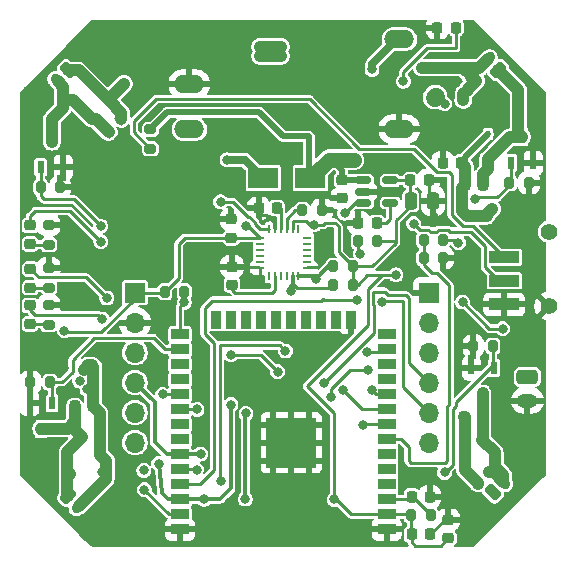
<source format=gbr>
%TF.GenerationSoftware,KiCad,Pcbnew,9.0.0*%
%TF.CreationDate,2025-04-14T11:35:23+05:30*%
%TF.ProjectId,esp32_quad_baro_bootser_nousb_BMP,65737033-325f-4717-9561-645f6261726f,rev?*%
%TF.SameCoordinates,Original*%
%TF.FileFunction,Copper,L1,Top*%
%TF.FilePolarity,Positive*%
%FSLAX46Y46*%
G04 Gerber Fmt 4.6, Leading zero omitted, Abs format (unit mm)*
G04 Created by KiCad (PCBNEW 9.0.0) date 2025-04-14 11:35:23*
%MOMM*%
%LPD*%
G01*
G04 APERTURE LIST*
G04 Aperture macros list*
%AMRoundRect*
0 Rectangle with rounded corners*
0 $1 Rounding radius*
0 $2 $3 $4 $5 $6 $7 $8 $9 X,Y pos of 4 corners*
0 Add a 4 corners polygon primitive as box body*
4,1,4,$2,$3,$4,$5,$6,$7,$8,$9,$2,$3,0*
0 Add four circle primitives for the rounded corners*
1,1,$1+$1,$2,$3*
1,1,$1+$1,$4,$5*
1,1,$1+$1,$6,$7*
1,1,$1+$1,$8,$9*
0 Add four rect primitives between the rounded corners*
20,1,$1+$1,$2,$3,$4,$5,0*
20,1,$1+$1,$4,$5,$6,$7,0*
20,1,$1+$1,$6,$7,$8,$9,0*
20,1,$1+$1,$8,$9,$2,$3,0*%
%AMHorizOval*
0 Thick line with rounded ends*
0 $1 width*
0 $2 $3 position (X,Y) of the first rounded end (center of the circle)*
0 $4 $5 position (X,Y) of the second rounded end (center of the circle)*
0 Add line between two ends*
20,1,$1,$2,$3,$4,$5,0*
0 Add two circle primitives to create the rounded ends*
1,1,$1,$2,$3*
1,1,$1,$4,$5*%
%AMRotRect*
0 Rectangle, with rotation*
0 The origin of the aperture is its center*
0 $1 length*
0 $2 width*
0 $3 Rotation angle, in degrees counterclockwise*
0 Add horizontal line*
21,1,$1,$2,0,0,$3*%
G04 Aperture macros list end*
%TA.AperFunction,SMDPad,CuDef*%
%ADD10RoundRect,0.200000X-0.275000X0.200000X-0.275000X-0.200000X0.275000X-0.200000X0.275000X0.200000X0*%
%TD*%
%TA.AperFunction,SMDPad,CuDef*%
%ADD11R,0.600000X1.100000*%
%TD*%
%TA.AperFunction,SMDPad,CuDef*%
%ADD12RoundRect,0.225000X0.250000X-0.225000X0.250000X0.225000X-0.250000X0.225000X-0.250000X-0.225000X0*%
%TD*%
%TA.AperFunction,SMDPad,CuDef*%
%ADD13RoundRect,0.200000X-0.200000X-0.275000X0.200000X-0.275000X0.200000X0.275000X-0.200000X0.275000X0*%
%TD*%
%TA.AperFunction,SMDPad,CuDef*%
%ADD14RoundRect,0.250000X-0.250000X-0.475000X0.250000X-0.475000X0.250000X0.475000X-0.250000X0.475000X0*%
%TD*%
%TA.AperFunction,SMDPad,CuDef*%
%ADD15RoundRect,0.200000X0.200000X0.275000X-0.200000X0.275000X-0.200000X-0.275000X0.200000X-0.275000X0*%
%TD*%
%TA.AperFunction,SMDPad,CuDef*%
%ADD16R,0.790000X0.280000*%
%TD*%
%TA.AperFunction,SMDPad,CuDef*%
%ADD17R,0.280000X0.790000*%
%TD*%
%TA.AperFunction,SMDPad,CuDef*%
%ADD18RoundRect,0.225000X-0.225000X-0.250000X0.225000X-0.250000X0.225000X0.250000X-0.225000X0.250000X0*%
%TD*%
%TA.AperFunction,SMDPad,CuDef*%
%ADD19RoundRect,0.218750X0.256250X-0.218750X0.256250X0.218750X-0.256250X0.218750X-0.256250X-0.218750X0*%
%TD*%
%TA.AperFunction,ComponentPad*%
%ADD20O,2.540000X1.524000*%
%TD*%
%TA.AperFunction,ComponentPad*%
%ADD21RoundRect,0.250000X-0.650000X0.350000X-0.650000X-0.350000X0.650000X-0.350000X0.650000X0.350000X0*%
%TD*%
%TA.AperFunction,ComponentPad*%
%ADD22O,1.800000X1.200000*%
%TD*%
%TA.AperFunction,SMDPad,CuDef*%
%ADD23RoundRect,0.218750X-0.218750X-0.256250X0.218750X-0.256250X0.218750X0.256250X-0.218750X0.256250X0*%
%TD*%
%TA.AperFunction,SMDPad,CuDef*%
%ADD24R,1.500000X0.900000*%
%TD*%
%TA.AperFunction,SMDPad,CuDef*%
%ADD25R,0.900000X1.500000*%
%TD*%
%TA.AperFunction,SMDPad,CuDef*%
%ADD26R,1.050000X1.050000*%
%TD*%
%TA.AperFunction,HeatsinkPad*%
%ADD27C,0.600000*%
%TD*%
%TA.AperFunction,SMDPad,CuDef*%
%ADD28R,4.200000X4.200000*%
%TD*%
%TA.AperFunction,SMDPad,CuDef*%
%ADD29R,2.500000X1.000000*%
%TD*%
%TA.AperFunction,ComponentPad*%
%ADD30C,1.400000*%
%TD*%
%TA.AperFunction,SMDPad,CuDef*%
%ADD31RotRect,0.600000X0.450000X45.000000*%
%TD*%
%TA.AperFunction,SMDPad,CuDef*%
%ADD32RoundRect,0.225000X-0.017678X0.335876X-0.335876X0.017678X0.017678X-0.335876X0.335876X-0.017678X0*%
%TD*%
%TA.AperFunction,SMDPad,CuDef*%
%ADD33RoundRect,0.225000X0.225000X0.250000X-0.225000X0.250000X-0.225000X-0.250000X0.225000X-0.250000X0*%
%TD*%
%TA.AperFunction,ComponentPad*%
%ADD34RoundRect,0.225000X-0.176777X0.494975X-0.494975X0.176777X0.176777X-0.494975X0.494975X-0.176777X0*%
%TD*%
%TA.AperFunction,ComponentPad*%
%ADD35HorizOval,0.900000X-0.176777X0.176777X0.176777X-0.176777X0*%
%TD*%
%TA.AperFunction,SMDPad,CuDef*%
%ADD36RotRect,0.600000X0.450000X225.000000*%
%TD*%
%TA.AperFunction,ComponentPad*%
%ADD37RoundRect,0.225000X0.176777X-0.494975X0.494975X-0.176777X-0.176777X0.494975X-0.494975X0.176777X0*%
%TD*%
%TA.AperFunction,SMDPad,CuDef*%
%ADD38R,0.450000X0.600000*%
%TD*%
%TA.AperFunction,SMDPad,CuDef*%
%ADD39RoundRect,0.150000X-0.512500X-0.150000X0.512500X-0.150000X0.512500X0.150000X-0.512500X0.150000X0*%
%TD*%
%TA.AperFunction,ComponentPad*%
%ADD40R,1.700000X1.700000*%
%TD*%
%TA.AperFunction,ComponentPad*%
%ADD41O,1.700000X1.700000*%
%TD*%
%TA.AperFunction,SMDPad,CuDef*%
%ADD42R,2.500000X1.800000*%
%TD*%
%TA.AperFunction,SMDPad,CuDef*%
%ADD43RoundRect,0.225000X-0.250000X0.225000X-0.250000X-0.225000X0.250000X-0.225000X0.250000X0.225000X0*%
%TD*%
%TA.AperFunction,ComponentPad*%
%ADD44RoundRect,0.225000X0.494975X0.176777X0.176777X0.494975X-0.494975X-0.176777X-0.176777X-0.494975X0*%
%TD*%
%TA.AperFunction,ComponentPad*%
%ADD45HorizOval,0.900000X0.176777X0.176777X-0.176777X-0.176777X0*%
%TD*%
%TA.AperFunction,ComponentPad*%
%ADD46RoundRect,0.225000X-0.494975X-0.176777X-0.176777X-0.494975X0.494975X0.176777X0.176777X0.494975X0*%
%TD*%
%TA.AperFunction,ComponentPad*%
%ADD47HorizOval,0.900000X-0.176777X-0.176777X0.176777X0.176777X0*%
%TD*%
%TA.AperFunction,SMDPad,CuDef*%
%ADD48RotRect,0.600000X0.450000X135.000000*%
%TD*%
%TA.AperFunction,ViaPad*%
%ADD49C,0.800000*%
%TD*%
%TA.AperFunction,Conductor*%
%ADD50C,0.508000*%
%TD*%
%TA.AperFunction,Conductor*%
%ADD51C,1.270000*%
%TD*%
%TA.AperFunction,Conductor*%
%ADD52C,0.250000*%
%TD*%
%TA.AperFunction,Conductor*%
%ADD53C,0.700000*%
%TD*%
%TA.AperFunction,Conductor*%
%ADD54C,1.016000*%
%TD*%
%TA.AperFunction,Conductor*%
%ADD55C,0.300000*%
%TD*%
%TA.AperFunction,Conductor*%
%ADD56C,1.524000*%
%TD*%
%TA.AperFunction,Conductor*%
%ADD57C,0.500000*%
%TD*%
G04 APERTURE END LIST*
D10*
%TO.P,R16,1*%
%TO.N,GND*%
X111080550Y-85228930D03*
%TO.P,R16,2*%
%TO.N,Net-(LED5-K)*%
X111080550Y-86878930D03*
%TD*%
D11*
%TO.P,T1,1,G*%
%TO.N,/MOT_1*%
X111361260Y-96672220D03*
%TO.P,T1,2,S*%
%TO.N,GND*%
X109461260Y-96672220D03*
%TO.P,T1,3,D*%
%TO.N,Net-(D2-A)*%
X110411260Y-98872220D03*
%TD*%
D12*
%TO.P,C9,1*%
%TO.N,+3V3*%
X144890490Y-108087460D03*
%TO.P,C9,2*%
%TO.N,GND*%
X144890490Y-106537460D03*
%TD*%
D13*
%TO.P,R12,1*%
%TO.N,/SDA*%
X135152630Y-85096350D03*
%TO.P,R12,2*%
%TO.N,+3V3*%
X136802630Y-85096350D03*
%TD*%
D12*
%TO.P,C13,1*%
%TO.N,Net-(U9-CPOUT)*%
X126579630Y-86652400D03*
%TO.P,C13,2*%
%TO.N,GND*%
X126579630Y-85102400D03*
%TD*%
D10*
%TO.P,R15,1*%
%TO.N,GND*%
X111070000Y-88400000D03*
%TO.P,R15,2*%
%TO.N,Net-(LED4-K)*%
X111070000Y-90050000D03*
%TD*%
D14*
%TO.P,C3,1*%
%TO.N,+3V3*%
X141715450Y-79564230D03*
%TO.P,C3,2*%
%TO.N,GND*%
X143615450Y-79564230D03*
%TD*%
D15*
%TO.P,R13,1*%
%TO.N,GND*%
X134200000Y-80320000D03*
%TO.P,R13,2*%
%TO.N,Net-(U9-AD0)*%
X132550000Y-80320000D03*
%TD*%
%TO.P,R11,1*%
%TO.N,/IO0*%
X122539260Y-87236300D03*
%TO.P,R11,2*%
%TO.N,+3V3*%
X120889260Y-87236300D03*
%TD*%
D16*
%TO.P,U9,1,CLKIN*%
%TO.N,GND*%
X132930940Y-85185420D03*
%TO.P,U9,2,NC_1*%
%TO.N,unconnected-(U9-NC_1-Pad2)*%
X132930940Y-84685420D03*
%TO.P,U9,3,NC_2*%
%TO.N,unconnected-(U9-NC_2-Pad3)*%
X132930940Y-84185420D03*
%TO.P,U9,4,NC_3*%
%TO.N,unconnected-(U9-NC_3-Pad4)*%
X132930940Y-83685420D03*
%TO.P,U9,5,NC_4*%
%TO.N,unconnected-(U9-NC_4-Pad5)*%
X132930940Y-83185420D03*
%TO.P,U9,6,AUX_DA*%
%TO.N,unconnected-(U9-AUX_DA-Pad6)*%
X132930940Y-82685420D03*
D17*
%TO.P,U9,7,AUX_CL*%
%TO.N,unconnected-(U9-AUX_CL-Pad7)*%
X132210940Y-81965420D03*
%TO.P,U9,8,VLOGIC*%
%TO.N,+3V3*%
X131710940Y-81965420D03*
%TO.P,U9,9,AD0*%
%TO.N,Net-(U9-AD0)*%
X131210940Y-81965420D03*
%TO.P,U9,10,REGOUT*%
%TO.N,Net-(U9-REGOUT)*%
X130710940Y-81965420D03*
%TO.P,U9,11,FSYNC*%
%TO.N,GND*%
X130210940Y-81965420D03*
%TO.P,U9,12,INT*%
%TO.N,/SRV_2*%
X129710940Y-81965420D03*
D16*
%TO.P,U9,13,VDD*%
%TO.N,+3V3*%
X128990940Y-82685420D03*
%TO.P,U9,14,NC_5*%
%TO.N,unconnected-(U9-NC_5-Pad14)*%
X128990940Y-83185420D03*
%TO.P,U9,15,NC_6*%
%TO.N,unconnected-(U9-NC_6-Pad15)*%
X128990940Y-83685420D03*
%TO.P,U9,16,NC_7*%
%TO.N,unconnected-(U9-NC_7-Pad16)*%
X128990940Y-84185420D03*
%TO.P,U9,17,NC_8*%
%TO.N,unconnected-(U9-NC_8-Pad17)*%
X128990940Y-84685420D03*
%TO.P,U9,18,GND*%
%TO.N,GND*%
X128990940Y-85185420D03*
D17*
%TO.P,U9,19,RESV_1*%
%TO.N,unconnected-(U9-RESV_1-Pad19)*%
X129710940Y-85905420D03*
%TO.P,U9,20,CPOUT*%
%TO.N,Net-(U9-CPOUT)*%
X130210940Y-85905420D03*
%TO.P,U9,21,RESV_2*%
%TO.N,unconnected-(U9-RESV_2-Pad21)*%
X130710940Y-85905420D03*
%TO.P,U9,22,RESV_3*%
%TO.N,unconnected-(U9-RESV_3-Pad22)*%
X131210940Y-85905420D03*
%TO.P,U9,23,SCL*%
%TO.N,/SCL*%
X131710940Y-85905420D03*
%TO.P,U9,24,SDA*%
%TO.N,/SDA*%
X132210940Y-85905420D03*
%TD*%
D18*
%TO.P,C4,1*%
%TO.N,+3V3*%
X141684710Y-77800200D03*
%TO.P,C4,2*%
%TO.N,GND*%
X143234710Y-77800200D03*
%TD*%
D19*
%TO.P,LED6,1,K*%
%TO.N,Net-(LED6-K)*%
X109495590Y-83200340D03*
%TO.P,LED6,2,A*%
%TO.N,/LED_3*%
X109495590Y-81625340D03*
%TD*%
D20*
%TO.P,U2,1,GND*%
%TO.N,GND*%
X122967000Y-69660000D03*
%TO.P,U2,2,Vin*%
%TO.N,VDD*%
X122967000Y-73470000D03*
%TO.P,U2,3,GND*%
%TO.N,GND*%
X140747000Y-73470000D03*
%TO.P,U2,4,Vout*%
%TO.N,+BATT*%
X140747000Y-65850000D03*
%TD*%
D21*
%TO.P,J1,1,Pin_1*%
%TO.N,VDD*%
X151590000Y-94450000D03*
D22*
%TO.P,J1,2,Pin_2*%
%TO.N,GND*%
X151590000Y-96450000D03*
%TD*%
D23*
%TO.P,LED1,1,K*%
%TO.N,GND*%
X143970910Y-64886840D03*
%TO.P,LED1,2,A*%
%TO.N,Net-(LED1-A)*%
X145545910Y-64886840D03*
%TD*%
D24*
%TO.P,U8,1,GND*%
%TO.N,GND*%
X139678110Y-107351450D03*
%TO.P,U8,2,VDD*%
%TO.N,+3V3*%
X139678110Y-106081450D03*
%TO.P,U8,3,EN*%
%TO.N,/EN*%
X139678110Y-104811450D03*
%TO.P,U8,4,SENSOR_VP*%
%TO.N,unconnected-(U8-SENSOR_VP-Pad4)*%
X139678110Y-103541450D03*
%TO.P,U8,5,SENSOR_VN*%
%TO.N,unconnected-(U8-SENSOR_VN-Pad5)*%
X139678110Y-102271450D03*
%TO.P,U8,6,IO34*%
%TO.N,unconnected-(U8-IO34-Pad6)*%
X139678110Y-101001450D03*
%TO.P,U8,7,IO35*%
%TO.N,/ADC_BAT*%
X139678110Y-99731450D03*
%TO.P,U8,8,IO32*%
%TO.N,/MOT_3*%
X139678110Y-98461450D03*
%TO.P,U8,9,IO33*%
%TO.N,/MOT_2*%
X139678110Y-97191450D03*
%TO.P,U8,10,IO25*%
%TO.N,/MOT_4*%
X139678110Y-95921450D03*
%TO.P,U8,11,IO26*%
%TO.N,/SRV_4*%
X139678110Y-94651450D03*
%TO.P,U8,12,IO27*%
%TO.N,unconnected-(U8-IO27-Pad12)*%
X139678110Y-93381450D03*
%TO.P,U8,13,IO14*%
%TO.N,/SRV_2*%
X139678110Y-92111450D03*
%TO.P,U8,14,IO12*%
%TO.N,unconnected-(U8-IO12-Pad14)*%
X139678110Y-90841450D03*
D25*
%TO.P,U8,15,GND*%
%TO.N,GND*%
X136638110Y-89591450D03*
%TO.P,U8,16,IO13*%
%TO.N,unconnected-(U8-IO13-Pad16)*%
X135368110Y-89591450D03*
%TO.P,U8,17,SHD/SD2*%
%TO.N,unconnected-(U8-SHD{slash}SD2-Pad17)*%
X134098110Y-89591450D03*
%TO.P,U8,18,SWP/SD3*%
%TO.N,unconnected-(U8-SWP{slash}SD3-Pad18)*%
X132828110Y-89591450D03*
%TO.P,U8,19,SCS/CMD*%
%TO.N,unconnected-(U8-SCS{slash}CMD-Pad19)*%
X131558110Y-89591450D03*
%TO.P,U8,20,SCK/CLK*%
%TO.N,unconnected-(U8-SCK{slash}CLK-Pad20)*%
X130288110Y-89591450D03*
%TO.P,U8,21,SDO/SD0*%
%TO.N,unconnected-(U8-SDO{slash}SD0-Pad21)*%
X129018110Y-89591450D03*
%TO.P,U8,22,SDI/SD1*%
%TO.N,unconnected-(U8-SDI{slash}SD1-Pad22)*%
X127748110Y-89591450D03*
%TO.P,U8,23,IO15*%
%TO.N,unconnected-(U8-IO15-Pad23)*%
X126478110Y-89591450D03*
%TO.P,U8,24,IO2*%
%TO.N,unconnected-(U8-IO2-Pad24)*%
X125208110Y-89591450D03*
D24*
%TO.P,U8,25,IO0*%
%TO.N,/IO0*%
X122178110Y-90841450D03*
%TO.P,U8,26,IO4*%
%TO.N,/MOT_1*%
X122178110Y-92111450D03*
%TO.P,U8,27,IO16*%
%TO.N,/RXD2*%
X122178110Y-93381450D03*
%TO.P,U8,28,IO17*%
%TO.N,/TXD2*%
X122178110Y-94651450D03*
%TO.P,U8,29,IO5*%
%TO.N,/LED_2*%
X122178110Y-95921450D03*
%TO.P,U8,30,IO18*%
%TO.N,/LED_3*%
X122178110Y-97191450D03*
%TO.P,U8,31,IO19*%
%TO.N,unconnected-(U8-IO19-Pad31)*%
X122178110Y-98461450D03*
%TO.P,U8,32,NC*%
%TO.N,unconnected-(U8-NC-Pad32)*%
X122178110Y-99731450D03*
%TO.P,U8,33,IO21*%
%TO.N,/SDA*%
X122178110Y-101001450D03*
%TO.P,U8,34,RXD0/IO3*%
%TO.N,/RX*%
X122178110Y-102271450D03*
%TO.P,U8,35,TXD0/IO1*%
%TO.N,/TX*%
X122178110Y-103541450D03*
%TO.P,U8,36,IO22*%
%TO.N,/SCL*%
X122178110Y-104811450D03*
%TO.P,U8,37,IO23*%
%TO.N,/LED_1*%
X122178110Y-106081450D03*
%TO.P,U8,38,GND*%
%TO.N,GND*%
X122178110Y-107351450D03*
D26*
%TO.P,U8,39,GND*%
X133133110Y-101536450D03*
D27*
X133133110Y-100773950D03*
D26*
X133133110Y-100011450D03*
D27*
X133133110Y-99248950D03*
D26*
X133133110Y-98486450D03*
X131608110Y-101536450D03*
D27*
X131608110Y-100773950D03*
D26*
X131608110Y-100011450D03*
D28*
X131608110Y-100011450D03*
D27*
X131608110Y-99248950D03*
D26*
X131608110Y-98486450D03*
X130083110Y-101536450D03*
D27*
X130083110Y-100773950D03*
D26*
X130083110Y-100011450D03*
D27*
X130083110Y-99248950D03*
D26*
X130083110Y-98486450D03*
%TD*%
D29*
%TO.P,SW1,1,A*%
%TO.N,GND*%
X149630000Y-88310000D03*
%TO.P,SW1,2,B*%
%TO.N,LDO_EN*%
X149630000Y-86310000D03*
%TO.P,SW1,3,C*%
%TO.N,/LDO_H*%
X149630000Y-84310000D03*
D30*
%TO.P,SW1,4,4*%
%TO.N,GND*%
X153390000Y-88460000D03*
%TO.P,SW1,5*%
%TO.N,N/C*%
X153390000Y-82160000D03*
%TD*%
D31*
%TO.P,D5,1,K*%
%TO.N,VDD*%
X146281628Y-101252802D03*
%TO.P,D5,2,A*%
%TO.N,Net-(D5-A)*%
X147766552Y-99767878D03*
%TD*%
D15*
%TO.P,R19,1*%
%TO.N,GND*%
X112031280Y-78386940D03*
%TO.P,R19,2*%
%TO.N,/MOT_2*%
X110381280Y-78386940D03*
%TD*%
D32*
%TO.P,C16,1*%
%TO.N,VDD*%
X117224178Y-72603992D03*
%TO.P,C16,2*%
%TO.N,Net-(D3-A)*%
X116128162Y-73700008D03*
%TD*%
D13*
%TO.P,U5,1*%
%TO.N,/ADC_BAT*%
X142810730Y-84376260D03*
%TO.P,U5,2*%
%TO.N,GND*%
X144460730Y-84376260D03*
%TD*%
D18*
%TO.P,C8,1*%
%TO.N,GND*%
X144440000Y-76310000D03*
%TO.P,C8,2*%
%TO.N,VDD*%
X145990000Y-76310000D03*
%TD*%
D10*
%TO.P,R17,1*%
%TO.N,GND*%
X111072930Y-81598000D03*
%TO.P,R17,2*%
%TO.N,Net-(LED6-K)*%
X111072930Y-83248000D03*
%TD*%
D13*
%TO.P,R14,1*%
%TO.N,/SCL*%
X135152630Y-86634320D03*
%TO.P,R14,2*%
%TO.N,+3V3*%
X136802630Y-86634320D03*
%TD*%
D33*
%TO.P,C2,1*%
%TO.N,Net-(U3-BP)*%
X138839240Y-81403190D03*
%TO.P,C2,2*%
%TO.N,GND*%
X137289240Y-81403190D03*
%TD*%
D13*
%TO.P,R21,1*%
%TO.N,GND*%
X147019510Y-91829890D03*
%TO.P,R21,2*%
%TO.N,/MOT_4*%
X148669510Y-91829890D03*
%TD*%
%TO.P,R18,1*%
%TO.N,GND*%
X109520220Y-94888050D03*
%TO.P,R18,2*%
%TO.N,/MOT_1*%
X111170220Y-94888050D03*
%TD*%
D18*
%TO.P,C17,1*%
%TO.N,VDD*%
X146311320Y-78165960D03*
%TO.P,C17,2*%
%TO.N,Net-(D4-A)*%
X147861320Y-78165960D03*
%TD*%
D11*
%TO.P,T4,1,G*%
%TO.N,/MOT_4*%
X148757680Y-93696610D03*
%TO.P,T4,2,S*%
%TO.N,GND*%
X146857680Y-93696610D03*
%TO.P,T4,3,D*%
%TO.N,Net-(D5-A)*%
X147807680Y-95896610D03*
%TD*%
D34*
%TO.P,J5,1,Pin_1*%
%TO.N,VDD*%
X112697260Y-68502530D03*
D35*
%TO.P,J5,2,Pin_2*%
%TO.N,Net-(D3-A)*%
X111813377Y-69386413D03*
%TD*%
D15*
%TO.P,R10,1*%
%TO.N,/EN*%
X143410000Y-106160000D03*
%TO.P,R10,2*%
%TO.N,+3V3*%
X141760000Y-106160000D03*
%TD*%
D11*
%TO.P,T2,1,G*%
%TO.N,/MOT_2*%
X110379470Y-76692940D03*
%TO.P,T2,2,S*%
%TO.N,GND*%
X112279470Y-76692940D03*
%TO.P,T2,3,D*%
%TO.N,Net-(D3-A)*%
X111329470Y-74492940D03*
%TD*%
D15*
%TO.P,U4,1*%
%TO.N,VDD*%
X144460730Y-82856070D03*
%TO.P,U4,2*%
%TO.N,/ADC_BAT*%
X142810730Y-82856070D03*
%TD*%
D36*
%TO.P,D3,1,K*%
%TO.N,VDD*%
X116231182Y-71112868D03*
%TO.P,D3,2,A*%
%TO.N,Net-(D3-A)*%
X114746258Y-72597792D03*
%TD*%
D18*
%TO.P,C10,1*%
%TO.N,+3V3*%
X141786610Y-107779820D03*
%TO.P,C10,2*%
%TO.N,GND*%
X143336610Y-107779820D03*
%TD*%
D37*
%TO.P,J4,1,Pin_1*%
%TO.N,VDD*%
X148656117Y-104223883D03*
D35*
%TO.P,J4,2,Pin_2*%
%TO.N,Net-(D5-A)*%
X149540000Y-103340000D03*
%TD*%
D38*
%TO.P,D4,1,K*%
%TO.N,VDD*%
X148261070Y-73893970D03*
%TO.P,D4,2,A*%
%TO.N,Net-(D4-A)*%
X148261070Y-75993970D03*
%TD*%
D13*
%TO.P,R1,1*%
%TO.N,Net-(LED1-A)*%
X137248130Y-82919570D03*
%TO.P,R1,2*%
%TO.N,+3V3*%
X138898130Y-82919570D03*
%TD*%
D18*
%TO.P,C18,1*%
%TO.N,VDD*%
X146254170Y-97845880D03*
%TO.P,C18,2*%
%TO.N,Net-(D5-A)*%
X147804170Y-97845880D03*
%TD*%
%TO.P,C11,1*%
%TO.N,/EN*%
X141787580Y-104580690D03*
%TO.P,C11,2*%
%TO.N,GND*%
X143337580Y-104580690D03*
%TD*%
D12*
%TO.P,C14,1*%
%TO.N,+3V3*%
X126532640Y-82663330D03*
%TO.P,C14,2*%
%TO.N,GND*%
X126532640Y-81113330D03*
%TD*%
D11*
%TO.P,T3,1,G*%
%TO.N,/MOT_3*%
X150190000Y-76330000D03*
%TO.P,T3,2,S*%
%TO.N,GND*%
X152090000Y-76330000D03*
%TO.P,T3,3,D*%
%TO.N,Net-(D4-A)*%
X151140000Y-74130000D03*
%TD*%
D19*
%TO.P,LED5,1,K*%
%TO.N,Net-(LED5-K)*%
X109514640Y-86887470D03*
%TO.P,LED5,2,A*%
%TO.N,/LED_2*%
X109514640Y-85312470D03*
%TD*%
D39*
%TO.P,U3,1,IN*%
%TO.N,VBUS*%
X137712870Y-77815400D03*
%TO.P,U3,2,GND*%
%TO.N,GND*%
X137712870Y-78765400D03*
%TO.P,U3,3,EN*%
%TO.N,LDO_EN*%
X137712870Y-79715400D03*
%TO.P,U3,4,BP*%
%TO.N,Net-(U3-BP)*%
X139987870Y-79715400D03*
%TO.P,U3,5,OUT*%
%TO.N,+3V3*%
X139987870Y-77815400D03*
%TD*%
D40*
%TO.P,J8,1,Pin_1*%
%TO.N,+3V3*%
X118358920Y-87313770D03*
D41*
%TO.P,J8,2,Pin_2*%
%TO.N,GND*%
X118358920Y-89853770D03*
%TO.P,J8,3,Pin_3*%
%TO.N,/SCL*%
X118358920Y-92393770D03*
%TO.P,J8,4,Pin_4*%
%TO.N,/SDA*%
X118358920Y-94933770D03*
%TO.P,J8,5,Pin_5*%
%TO.N,unconnected-(J8-Pin_5-Pad5)*%
X118358920Y-97473770D03*
%TO.P,J8,6,Pin_6*%
%TO.N,unconnected-(J8-Pin_6-Pad6)*%
X118358920Y-100013770D03*
%TD*%
D10*
%TO.P,R2,1*%
%TO.N,VBUS*%
X119680000Y-73490000D03*
%TO.P,R2,2*%
%TO.N,/LDO_H*%
X119680000Y-75140000D03*
%TD*%
D42*
%TO.P,D1,1,K*%
%TO.N,VBUS*%
X133220000Y-77600000D03*
%TO.P,D1,2,A*%
%TO.N,+BATT*%
X129220000Y-77600000D03*
%TD*%
D33*
%TO.P,C12,1*%
%TO.N,Net-(U9-REGOUT)*%
X130390000Y-80150000D03*
%TO.P,C12,2*%
%TO.N,GND*%
X128840000Y-80150000D03*
%TD*%
D15*
%TO.P,R20,1*%
%TO.N,GND*%
X151720000Y-78020000D03*
%TO.P,R20,2*%
%TO.N,/MOT_3*%
X150070000Y-78020000D03*
%TD*%
D43*
%TO.P,C1,1*%
%TO.N,VBUS*%
X135903970Y-77777040D03*
%TO.P,C1,2*%
%TO.N,GND*%
X135903970Y-79327040D03*
%TD*%
D44*
%TO.P,J6,1,Pin_1*%
%TO.N,Net-(D4-A)*%
X149100540Y-68442840D03*
D45*
%TO.P,J6,2,Pin_2*%
%TO.N,VDD*%
X148216657Y-67558957D03*
%TD*%
D19*
%TO.P,LED4,1,K*%
%TO.N,Net-(LED4-K)*%
X109481620Y-89971030D03*
%TO.P,LED4,2,A*%
%TO.N,/LED_1*%
X109481620Y-88396030D03*
%TD*%
D46*
%TO.P,J2,1,Pin_1*%
%TO.N,Net-(D2-A)*%
X112712500Y-104505760D03*
D47*
%TO.P,J2,2,Pin_2*%
%TO.N,VDD*%
X113596383Y-105389643D03*
%TD*%
D33*
%TO.P,C15,1*%
%TO.N,VDD*%
X114826080Y-96941640D03*
%TO.P,C15,2*%
%TO.N,Net-(D2-A)*%
X113276080Y-96941640D03*
%TD*%
D40*
%TO.P,J9,1,Pin_1*%
%TO.N,GND*%
X143302990Y-87341710D03*
D41*
%TO.P,J9,2,Pin_2*%
%TO.N,VDD*%
X143302990Y-89881710D03*
%TO.P,J9,3,Pin_3*%
%TO.N,/SRV_2*%
X143302990Y-92421710D03*
%TO.P,J9,4,Pin_4*%
%TO.N,/RX*%
X143302990Y-94961710D03*
%TO.P,J9,5,Pin_5*%
%TO.N,/TX*%
X143302990Y-97501710D03*
%TO.P,J9,6,Pin_6*%
%TO.N,/IO0*%
X143302990Y-100041710D03*
%TD*%
D48*
%TO.P,D2,1,K*%
%TO.N,VDD*%
X115379012Y-101029282D03*
%TO.P,D2,2,A*%
%TO.N,Net-(D2-A)*%
X113894088Y-99544358D03*
%TD*%
D49*
%TO.N,VBUS*%
X136897110Y-76071730D03*
X136025890Y-76071730D03*
X134879080Y-76056490D03*
%TO.N,GND*%
X143268700Y-102668070D03*
X131040000Y-72530000D03*
X142270000Y-102690000D03*
X123240000Y-83940000D03*
X120860000Y-88740000D03*
X124830000Y-80700000D03*
X146378930Y-107776010D03*
X124160000Y-81490000D03*
X143660000Y-80950000D03*
X141210000Y-86740000D03*
X112330000Y-93710000D03*
X152270000Y-71380000D03*
X134806690Y-82141060D03*
X144560000Y-74710000D03*
X143710000Y-74690000D03*
X151960000Y-100730000D03*
X117470000Y-84830000D03*
X124380000Y-86470000D03*
X117040000Y-103290000D03*
X123210000Y-89300000D03*
X117410000Y-104260000D03*
X124230000Y-83940000D03*
X112550000Y-91870000D03*
X112490000Y-88310000D03*
X141150000Y-76120000D03*
X120180000Y-86140000D03*
X133060000Y-72460000D03*
X116490000Y-104450000D03*
X124270000Y-84900000D03*
X109320000Y-79630000D03*
X132020000Y-72500000D03*
X123280000Y-84940000D03*
X112620000Y-87120000D03*
X151360000Y-99860000D03*
%TO.N,+3V3*%
X133530340Y-81572100D03*
X149500000Y-90360000D03*
X140450000Y-85800000D03*
X119120000Y-102360000D03*
X146110000Y-88110000D03*
X112393400Y-90530000D03*
X127746031Y-81642652D03*
X135230000Y-104820000D03*
%TO.N,+BATT*%
X138441183Y-68416600D03*
X126160000Y-76056490D03*
%TO.N,/SDA*%
X127763270Y-97528380D03*
X123916440Y-100972620D03*
X133703060Y-86141560D03*
X127697230Y-104787700D03*
%TO.N,/SCL*%
X120370000Y-101780000D03*
X126498350Y-96784160D03*
X131537320Y-87197320D03*
X124220000Y-104811450D03*
%TO.N,/SRV_2*%
X125620000Y-79620000D03*
X138050000Y-92380000D03*
%TO.N,Net-(LED1-A)*%
X137460000Y-84000000D03*
X141097959Y-69411800D03*
%TO.N,/LED_1*%
X115570000Y-89540000D03*
X119160000Y-103980000D03*
%TO.N,/LED_2*%
X120702070Y-95929450D03*
X115980845Y-87763985D03*
%TO.N,/LED_3*%
X123621800Y-97194370D03*
X115480000Y-83000000D03*
%TO.N,/RX*%
X134350000Y-94930000D03*
X123587510Y-102293420D03*
X125670000Y-103250000D03*
X131110000Y-92250000D03*
%TO.N,/TX*%
X137180000Y-87960000D03*
X139310000Y-88070000D03*
%TO.N,/IO0*%
X122539760Y-88145620D03*
X130440000Y-94000000D03*
X138120000Y-93880000D03*
X126480000Y-92570000D03*
X134970000Y-96110000D03*
%TO.N,/MOT_2*%
X135945600Y-95556704D03*
X115470000Y-81680000D03*
%TO.N,/MOT_3*%
X147176600Y-79416910D03*
X137699750Y-98478340D03*
%TO.N,/MOT_4*%
X138410000Y-95550000D03*
X144580000Y-102530000D03*
%TO.N,LDO_EN*%
X136113520Y-80580230D03*
X141950000Y-81460000D03*
%TO.N,VDD*%
X143830000Y-70710000D03*
X113700000Y-94790000D03*
X145083530Y-68275200D03*
X146281628Y-99105232D03*
X130730000Y-66490000D03*
X146790000Y-69080000D03*
X146281628Y-99962482D03*
X145750000Y-83070000D03*
X143346170Y-68275200D03*
X147410000Y-103460000D03*
X114309510Y-95480490D03*
X144590000Y-71320000D03*
X146270000Y-100830000D03*
X114015540Y-93820000D03*
X115580000Y-102480000D03*
X146150000Y-70990000D03*
X148130000Y-80810000D03*
X116154200Y-70899020D03*
X129810000Y-67280000D03*
X117434360Y-69618860D03*
X115950000Y-101630000D03*
X130720000Y-67280000D03*
X144240000Y-68275200D03*
X128970000Y-66490000D03*
X148630000Y-80210000D03*
X129810000Y-66490000D03*
X128970000Y-67280000D03*
X146281628Y-102149422D03*
X116801265Y-70251955D03*
X146540000Y-70070000D03*
%TD*%
D50*
%TO.N,VBUS*%
X137674510Y-77777040D02*
X137712870Y-77815400D01*
X133220000Y-77600000D02*
X133088160Y-77468160D01*
X135903970Y-77777040D02*
X137674510Y-77777040D01*
X133088160Y-74080000D02*
X130920000Y-74080000D01*
X119680000Y-73490000D02*
X119870000Y-73490000D01*
X130920000Y-74080000D02*
X128890000Y-72050000D01*
X135903970Y-77777040D02*
X135903970Y-76889610D01*
X133088160Y-77468160D02*
X133088160Y-74080000D01*
D51*
X136897110Y-76071730D02*
X136025890Y-76071730D01*
X134763510Y-76056490D02*
X136881870Y-76056490D01*
X136881870Y-76056490D02*
X136897110Y-76071730D01*
X133220000Y-77600000D02*
X134763510Y-76056490D01*
D50*
X135903970Y-76889610D02*
X135070850Y-76056490D01*
X121120000Y-72050000D02*
X119680000Y-73490000D01*
X134879080Y-76056490D02*
X134763510Y-76056490D01*
X135070850Y-76056490D02*
X134879080Y-76056490D01*
X128890000Y-72050000D02*
X121120000Y-72050000D01*
X134763510Y-76056490D02*
X135072120Y-76056490D01*
D52*
%TO.N,GND*%
X129492124Y-80702124D02*
X130210940Y-81420940D01*
X144578970Y-106537460D02*
X143336610Y-107779820D01*
X144890490Y-106537460D02*
X144578970Y-106537460D01*
X129132124Y-80702124D02*
X129492124Y-80702124D01*
X128667210Y-80237210D02*
X129132124Y-80702124D01*
X130210940Y-81420940D02*
X130210940Y-81960420D01*
X143234710Y-79183490D02*
X143615450Y-79564230D01*
X123210000Y-89300000D02*
X123293360Y-89216640D01*
X123293360Y-87556640D02*
X124380000Y-86470000D01*
X143234710Y-77800200D02*
X143234710Y-78680000D01*
X123293360Y-89216640D02*
X123293360Y-87556640D01*
X143234710Y-78680000D02*
X143234710Y-79183490D01*
%TO.N,Net-(U3-BP)*%
X139661900Y-81403190D02*
X138839240Y-81403190D01*
X139987870Y-81077220D02*
X139661900Y-81403190D01*
X139987870Y-79715400D02*
X139987870Y-81077220D01*
%TO.N,+3V3*%
X131710940Y-81223220D02*
X131717340Y-81216820D01*
X112412920Y-90687080D02*
X115488672Y-90687080D01*
X133548240Y-81590000D02*
X134291998Y-81590000D01*
X144246900Y-108731050D02*
X144890490Y-108087460D01*
X135287530Y-81387460D02*
X135600440Y-81700370D01*
X137217150Y-86634320D02*
X136802630Y-86634320D01*
X118358920Y-87313770D02*
X120811790Y-87313770D01*
X118358920Y-87816832D02*
X118358920Y-87313770D01*
X141669510Y-77815400D02*
X141684710Y-77800200D01*
X141752820Y-107746030D02*
X141786610Y-107779820D01*
X135600440Y-83894160D02*
X136802630Y-85096350D01*
X112393400Y-90530000D02*
X112393400Y-90667560D01*
X112393400Y-90667560D02*
X112412920Y-90687080D01*
X127918172Y-81642652D02*
X128960940Y-82685420D01*
X132846820Y-81216820D02*
X133202100Y-81572100D01*
X122060970Y-86102190D02*
X122060970Y-83177380D01*
X122060970Y-83177380D02*
X122575020Y-82663330D01*
X139678110Y-106081450D02*
X141721960Y-106081450D01*
X149500000Y-90360000D02*
X148360000Y-90360000D01*
X134494538Y-81387460D02*
X135287530Y-81387460D01*
X141715450Y-79564230D02*
X141715450Y-79954550D01*
X135421920Y-104820000D02*
X136683370Y-106081450D01*
X128960940Y-82685420D02*
X126554730Y-82685420D01*
X141786610Y-108424980D02*
X142092680Y-108731050D01*
X138077800Y-87025358D02*
X138077800Y-90022740D01*
X138051470Y-85800000D02*
X139303158Y-85800000D01*
X141721960Y-106081450D02*
X141752820Y-106112310D01*
X120926860Y-87236300D02*
X122060970Y-86102190D01*
X142092680Y-108731050D02*
X144246900Y-108731050D01*
X148360000Y-90360000D02*
X146110000Y-88110000D01*
X141752820Y-106112310D02*
X141752820Y-107746030D01*
X134291998Y-81590000D02*
X134494538Y-81387460D01*
X138898130Y-82919570D02*
X140456900Y-82919570D01*
X122575020Y-82663330D02*
X126532640Y-82663330D01*
X140450000Y-85800000D02*
X138051470Y-85800000D01*
X133202100Y-81572100D02*
X133530340Y-81572100D01*
X140466470Y-83086550D02*
X138456670Y-85096350D01*
X138095910Y-90040850D02*
X132920000Y-95216760D01*
X136683370Y-106081450D02*
X139678110Y-106081450D01*
X140456900Y-82919570D02*
X140466470Y-82910000D01*
X141684710Y-77800200D02*
X141684710Y-79533490D01*
X141786610Y-107779820D02*
X141786610Y-108424980D01*
X127746031Y-81642652D02*
X127918172Y-81642652D01*
X133530340Y-81572100D02*
X133548240Y-81590000D01*
X138051470Y-85800000D02*
X137217150Y-86634320D01*
X115488672Y-90687080D02*
X118358920Y-87816832D01*
X139303158Y-85800000D02*
X138077800Y-87025358D01*
X131717340Y-81216820D02*
X132846820Y-81216820D01*
X140466470Y-82910000D02*
X140466470Y-83086550D01*
X131710940Y-81960420D02*
X131710940Y-81223220D01*
X141715450Y-79954550D02*
X140466470Y-81203530D01*
X126554730Y-82685420D02*
X126532640Y-82663330D01*
X136802630Y-85096350D02*
X136802630Y-86634320D01*
X135230000Y-104820000D02*
X135421920Y-104820000D01*
X132920000Y-95216760D02*
X135230000Y-97526760D01*
X120889260Y-87236300D02*
X120926860Y-87236300D01*
X120811790Y-87313770D02*
X120889260Y-87236300D01*
X138456670Y-85096350D02*
X136802630Y-85096350D01*
X139987870Y-77815400D02*
X141669510Y-77815400D01*
X140466470Y-81203530D02*
X140466470Y-82910000D01*
X135230000Y-97526760D02*
X135230000Y-104820000D01*
X135600440Y-81700370D02*
X135600440Y-83894160D01*
X141684710Y-79533490D02*
X141715450Y-79564230D01*
X138077800Y-90022740D02*
X138095910Y-90040850D01*
D53*
%TO.N,+BATT*%
X138441183Y-68416600D02*
X138441183Y-67968817D01*
X127676490Y-76056490D02*
X129220000Y-77600000D01*
X138441183Y-67968817D02*
X140740000Y-65670000D01*
X126160000Y-76056490D02*
X127676490Y-76056490D01*
D52*
%TO.N,/EN*%
X141787580Y-104580690D02*
X141871200Y-104580690D01*
X141871200Y-104580690D02*
X143402820Y-106112310D01*
X139678110Y-104811450D02*
X141556820Y-104811450D01*
X141556820Y-104811450D02*
X141787580Y-104580690D01*
%TO.N,Net-(U9-REGOUT)*%
X130710940Y-81960420D02*
X130710940Y-80129080D01*
%TO.N,Net-(U9-CPOUT)*%
X130210940Y-87074630D02*
X130210940Y-85910420D01*
X126579630Y-87057230D02*
X126876810Y-87354410D01*
X129931160Y-87354410D02*
X130210940Y-87074630D01*
X126579630Y-86652400D02*
X126579630Y-87057230D01*
X126876810Y-87354410D02*
X129931160Y-87354410D01*
D54*
%TO.N,Net-(D2-A)*%
X112647730Y-102910000D02*
X112647730Y-104440990D01*
X112647730Y-104440990D02*
X112647730Y-100790716D01*
X113276080Y-97460100D02*
X113276080Y-96941640D01*
X112872770Y-102684960D02*
X112647730Y-102910000D01*
X113894088Y-99544358D02*
X113249710Y-98899980D01*
X110411260Y-98822220D02*
X112660720Y-98822220D01*
X112660720Y-98822220D02*
X113276080Y-98206860D01*
X112647730Y-100790716D02*
X113894088Y-99544358D01*
X113249710Y-97486470D02*
X113276080Y-97460100D01*
X112712500Y-104505760D02*
X112647730Y-104440990D01*
X113249710Y-98899980D02*
X113249710Y-97486470D01*
X113276080Y-98206860D02*
X113276080Y-97460100D01*
%TO.N,Net-(D3-A)*%
X113138466Y-70990000D02*
X114746258Y-72597792D01*
X115025946Y-72597792D02*
X116128162Y-73700008D01*
X114746258Y-72597792D02*
X115025946Y-72597792D01*
X111329470Y-74542940D02*
X111329470Y-72628036D01*
X112290000Y-71667506D02*
X112290000Y-69863036D01*
X112290000Y-69863036D02*
X111813377Y-69386413D01*
X112290000Y-70990000D02*
X113138466Y-70990000D01*
X111329470Y-72628036D02*
X112290000Y-71667506D01*
%TO.N,Net-(D4-A)*%
X150830000Y-73820000D02*
X151140000Y-74130000D01*
X148261070Y-76880720D02*
X147861320Y-77280470D01*
X150125040Y-74130000D02*
X148261070Y-75993970D01*
X151140000Y-74130000D02*
X150125040Y-74130000D01*
X148261070Y-75993970D02*
X148261070Y-76880720D01*
X149100540Y-68442840D02*
X150830000Y-70172300D01*
X150830000Y-70172300D02*
X150830000Y-73820000D01*
X147861320Y-77280470D02*
X147861320Y-78165960D01*
%TO.N,Net-(D5-A)*%
X149540000Y-103340000D02*
X149540000Y-102774244D01*
X147804170Y-99730260D02*
X147766552Y-99767878D01*
X148740000Y-102540000D02*
X149540000Y-103340000D01*
X147807680Y-95846610D02*
X147807680Y-97842370D01*
X147807680Y-97842370D02*
X147804170Y-97845880D01*
X149540000Y-102774244D02*
X148837650Y-102071894D01*
X148837650Y-102071894D02*
X148837650Y-100838976D01*
X148837650Y-100838976D02*
X147766552Y-99767878D01*
X147804170Y-97845880D02*
X147804170Y-99730260D01*
X148369544Y-102540000D02*
X148740000Y-102540000D01*
D55*
%TO.N,/SDA*%
X132210940Y-85910420D02*
X133471920Y-85910420D01*
X121073800Y-101001450D02*
X122178110Y-101001450D01*
X132210940Y-85910420D02*
X133916420Y-85910420D01*
X127697230Y-104787700D02*
X127697230Y-97594420D01*
D52*
X122206940Y-100972620D02*
X122178110Y-101001450D01*
D55*
X123916440Y-100972620D02*
X122206940Y-100972620D01*
D52*
X127697230Y-97594420D02*
X127763270Y-97528380D01*
X133471920Y-85910420D02*
X133703060Y-86141560D01*
X134730490Y-85096350D02*
X135152630Y-85096350D01*
D55*
X133916420Y-85910420D02*
X134730490Y-85096350D01*
D52*
X118641240Y-94651450D02*
X118358920Y-94933770D01*
D55*
X120032780Y-99960430D02*
X121073800Y-101001450D01*
X118358920Y-94933770D02*
X120032780Y-96607630D01*
X120032780Y-96607630D02*
X120032780Y-99960430D01*
D52*
%TO.N,/SCL*%
X131704540Y-85911820D02*
X131710940Y-85905420D01*
D55*
X124220000Y-104811450D02*
X122178110Y-104811450D01*
X131704540Y-86574540D02*
X131704540Y-85911820D01*
X126498350Y-103860600D02*
X125547500Y-104811450D01*
X126498350Y-96784160D02*
X126498350Y-103860600D01*
D52*
X134856720Y-86930230D02*
X135152630Y-86634320D01*
X120370000Y-101780000D02*
X120620000Y-101780000D01*
D55*
X122178110Y-104811450D02*
X121178110Y-104811450D01*
X131537320Y-87197320D02*
X131537320Y-86741760D01*
D52*
X132060230Y-86930230D02*
X134856720Y-86930230D01*
D55*
X125547500Y-104811450D02*
X124220000Y-104811450D01*
X131704540Y-86574540D02*
X132060230Y-86930230D01*
X121178110Y-104811450D02*
X120620000Y-104253340D01*
X120620000Y-104253340D02*
X120370000Y-101780000D01*
D52*
X131537320Y-86741760D02*
X131704540Y-86574540D01*
%TO.N,/SRV_2*%
X139409560Y-92380000D02*
X139678110Y-92111450D01*
X127919052Y-80889052D02*
X128058183Y-80889052D01*
X128058183Y-80889052D02*
X128499631Y-81330500D01*
X128499631Y-81469631D02*
X128990420Y-81960420D01*
X125620000Y-79620000D02*
X126650000Y-79620000D01*
X138050000Y-92380000D02*
X139409560Y-92380000D01*
X128990420Y-81960420D02*
X129710940Y-81960420D01*
X128499631Y-81330500D02*
X128499631Y-81469631D01*
X126650000Y-79620000D02*
X127919052Y-80889052D01*
%TO.N,Net-(LED1-A)*%
X143117364Y-66594090D02*
X145545910Y-66594090D01*
X137248130Y-83788130D02*
X137248130Y-82919570D01*
X141097959Y-68613495D02*
X143117364Y-66594090D01*
X137460000Y-84000000D02*
X137248130Y-83788130D01*
X145545910Y-66594090D02*
X145545910Y-64886840D01*
X141097959Y-69411800D02*
X141097959Y-68613495D01*
%TO.N,Net-(LED4-K)*%
X109489590Y-89979000D02*
X109481620Y-89971030D01*
X111080550Y-89979000D02*
X109489590Y-89979000D01*
%TO.N,/LED_1*%
X121261450Y-106081450D02*
X122178110Y-106081450D01*
X115220830Y-89190830D02*
X109915960Y-89190830D01*
X115570000Y-89540000D02*
X115220830Y-89190830D01*
X109915960Y-89190830D02*
X109481620Y-88756490D01*
X109481620Y-88756490D02*
X109481620Y-88396030D01*
X119160000Y-103980000D02*
X121261450Y-106081450D01*
%TO.N,Net-(LED5-K)*%
X109523180Y-86878930D02*
X109514640Y-86887470D01*
X111080550Y-86878930D02*
X109523180Y-86878930D01*
%TO.N,/LED_2*%
X114246860Y-86030000D02*
X110232170Y-86030000D01*
X110232170Y-86030000D02*
X109514640Y-85312470D01*
X120710070Y-95921450D02*
X120702070Y-95929450D01*
X122178110Y-95921450D02*
X120710070Y-95921450D01*
X115980845Y-87763985D02*
X114246860Y-86030000D01*
%TO.N,Net-(LED6-K)*%
X111072930Y-83248000D02*
X109543250Y-83248000D01*
X109543250Y-83248000D02*
X109495590Y-83200340D01*
%TO.N,/LED_3*%
X112904020Y-80424020D02*
X109901990Y-80424020D01*
X109901990Y-80424020D02*
X109495590Y-80830420D01*
X123618880Y-97191450D02*
X123621800Y-97194370D01*
X109495590Y-80830420D02*
X109495590Y-81625340D01*
X115480000Y-83000000D02*
X112904020Y-80424020D01*
X122178110Y-97191450D02*
X123618880Y-97191450D01*
%TO.N,/LDO_H*%
X144928600Y-77138600D02*
X143969100Y-77138600D01*
X137373472Y-75150000D02*
X133163472Y-70940000D01*
X118290000Y-73750000D02*
X119680000Y-75140000D01*
X146123114Y-81671600D02*
X145178400Y-80726886D01*
X145178400Y-77388400D02*
X144928600Y-77138600D01*
X120130000Y-70940000D02*
X118290000Y-72780000D01*
X133163472Y-70940000D02*
X120130000Y-70940000D01*
X149630000Y-84310000D02*
X146991600Y-81671600D01*
X145178400Y-80726886D02*
X145178400Y-77388400D01*
X143969100Y-77138600D02*
X141980500Y-75150000D01*
X118290000Y-72780000D02*
X118290000Y-73750000D01*
X141980500Y-75150000D02*
X137373472Y-75150000D01*
X146991600Y-81671600D02*
X146123114Y-81671600D01*
%TO.N,/RX*%
X125549660Y-103129660D02*
X125549660Y-91783000D01*
X143302990Y-94490540D02*
X143302990Y-94961710D01*
X139817152Y-87511400D02*
X141288243Y-87511400D01*
X134350000Y-94930000D02*
X134490000Y-94780000D01*
X130643000Y-91783000D02*
X125549660Y-91783000D01*
X141568600Y-93227320D02*
X143302990Y-94961710D01*
X134350000Y-94930000D02*
X138574510Y-90705490D01*
X141568600Y-87791757D02*
X141568600Y-93227320D01*
X125670000Y-103250000D02*
X125549660Y-103129660D01*
X131110000Y-92250000D02*
X130643000Y-91783000D01*
X138574510Y-90705490D02*
X138574510Y-88400262D01*
X138556400Y-88382152D02*
X138556400Y-87223600D01*
X138574510Y-88400262D02*
X138556400Y-88382152D01*
X139529352Y-87223600D02*
X139817152Y-87511400D01*
X123587510Y-102293420D02*
X123565540Y-102271450D01*
X138556400Y-87223600D02*
X139529352Y-87223600D01*
X141288243Y-87511400D02*
X141568600Y-87791757D01*
X123565540Y-102271450D02*
X122178110Y-102271450D01*
%TO.N,/TX*%
X134150000Y-88050000D02*
X134240000Y-87960000D01*
X134240000Y-87960000D02*
X137180000Y-87960000D01*
X139310000Y-88070000D02*
X139320000Y-88070000D01*
X137180000Y-87960000D02*
X137030000Y-87860000D01*
X137030000Y-87860000D02*
X136930000Y-87860000D01*
X134330000Y-87860000D02*
X134170000Y-87860000D01*
X123869830Y-103541450D02*
X125071060Y-102340220D01*
X124260000Y-88632360D02*
X124902360Y-87990000D01*
X141090000Y-95288720D02*
X143302990Y-97501710D01*
X133920000Y-87990000D02*
X133980000Y-88050000D01*
X141090000Y-87990000D02*
X141090000Y-95288720D01*
X139310000Y-88080000D02*
X139350000Y-88040000D01*
X122178110Y-103541450D02*
X123869830Y-103541450D01*
X139400000Y-87990000D02*
X141090000Y-87990000D01*
X124902360Y-87990000D02*
X133920000Y-87990000D01*
X125071060Y-102340220D02*
X125071060Y-91584757D01*
X125071060Y-91584757D02*
X124260000Y-90773697D01*
X139320000Y-88070000D02*
X139400000Y-87990000D01*
X124260000Y-90773697D02*
X124260000Y-88632360D01*
X139310000Y-88070000D02*
X139310000Y-88080000D01*
X133980000Y-88050000D02*
X134150000Y-88050000D01*
%TO.N,/IO0*%
X122178110Y-88507270D02*
X122178110Y-90841450D01*
X129010000Y-92570000D02*
X126480000Y-92570000D01*
X136556552Y-93880000D02*
X134940000Y-95496552D01*
X122539760Y-88145620D02*
X122539760Y-87236800D01*
X126480000Y-92570000D02*
X126410000Y-92570000D01*
X122539760Y-88145620D02*
X122178110Y-88507270D01*
X122539760Y-87236800D02*
X122539260Y-87236300D01*
X134940000Y-95496552D02*
X134970000Y-96110000D01*
X134970000Y-96110000D02*
X134940000Y-95790000D01*
X126480000Y-92640000D02*
X126480000Y-92570000D01*
X126450000Y-92610000D02*
X126480000Y-92640000D01*
X138120000Y-93880000D02*
X136556552Y-93880000D01*
X130440000Y-94000000D02*
X129010000Y-92570000D01*
%TO.N,Net-(U9-AD0)*%
X131210940Y-81960420D02*
X131210940Y-81046377D01*
X131937317Y-80320000D02*
X132550000Y-80320000D01*
X131210940Y-81046377D02*
X131937317Y-80320000D01*
%TO.N,/MOT_1*%
X119942610Y-91165680D02*
X114924320Y-91165680D01*
X114924320Y-91165680D02*
X113083600Y-93006400D01*
X111361260Y-95079090D02*
X111170220Y-94888050D01*
X122178110Y-92111450D02*
X120888380Y-92111450D01*
X111361260Y-96722220D02*
X111361260Y-95079090D01*
X113083600Y-94022152D02*
X112217702Y-94888050D01*
X120888380Y-92111450D02*
X119942610Y-91165680D01*
X113083600Y-93006400D02*
X113083600Y-94022152D01*
X112217702Y-94888050D02*
X111170220Y-94888050D01*
%TO.N,/MOT_2*%
X115470000Y-81680000D02*
X113208180Y-79418180D01*
X110383320Y-78388980D02*
X110381280Y-78386940D01*
X110658910Y-79418180D02*
X110383320Y-79142590D01*
X113208180Y-79418180D02*
X110658910Y-79418180D01*
X137580346Y-97191450D02*
X139678110Y-97191450D01*
X110379470Y-78385130D02*
X110381280Y-78386940D01*
X110383320Y-79142590D02*
X110383320Y-78388980D01*
X135945600Y-95556704D02*
X137580346Y-97191450D01*
X110379470Y-76642940D02*
X110379470Y-78385130D01*
%TO.N,/MOT_3*%
X150219370Y-78007940D02*
X150219370Y-76274640D01*
X149057130Y-79250000D02*
X150259280Y-78047850D01*
X137716640Y-98461450D02*
X137699750Y-98478340D01*
X147176600Y-79416910D02*
X147343510Y-79250000D01*
X139678110Y-98461450D02*
X137716640Y-98461450D01*
X147343510Y-79250000D02*
X149057130Y-79250000D01*
X150259280Y-78047850D02*
X150219370Y-78007940D01*
%TO.N,/MOT_4*%
X145275110Y-101904890D02*
X144660000Y-102520000D01*
X145275110Y-97165179D02*
X145275110Y-101904890D01*
X145550110Y-96596980D02*
X148669510Y-93477580D01*
X145550110Y-96890179D02*
X145550110Y-96596980D01*
X138410000Y-95550000D02*
X138781450Y-95921450D01*
X138781450Y-95921450D02*
X139678110Y-95921450D01*
X145550110Y-96890179D02*
X145275110Y-97165179D01*
X148669510Y-93477580D02*
X148669510Y-91829890D01*
%TO.N,LDO_EN*%
X146793358Y-82150200D02*
X145018310Y-82150200D01*
X143903150Y-82150200D02*
X143368310Y-82150200D01*
X143245580Y-82027470D02*
X142517470Y-82027470D01*
X148026400Y-83383242D02*
X146793358Y-82150200D01*
X143368310Y-82150200D02*
X143245580Y-82027470D01*
X144025880Y-82027470D02*
X143903150Y-82150200D01*
X149172800Y-86310000D02*
X148026400Y-85163600D01*
X145018310Y-82150200D02*
X144895580Y-82027470D01*
X136978350Y-79715400D02*
X136113520Y-80580230D01*
X144895580Y-82027470D02*
X144025880Y-82027470D01*
X149630000Y-86310000D02*
X149172800Y-86310000D01*
X142517470Y-82027470D02*
X141950000Y-81460000D01*
X137712870Y-79715400D02*
X136978350Y-79715400D01*
X148026400Y-85163600D02*
X148026400Y-83383242D01*
%TO.N,/ADC_BAT*%
X143960850Y-85669120D02*
X143520160Y-85669120D01*
X141528800Y-101527610D02*
X141752320Y-101751130D01*
X141528800Y-100393500D02*
X141528800Y-101527610D01*
X142810730Y-84959690D02*
X142810730Y-84376260D01*
X141752320Y-101751130D02*
X144583150Y-101751130D01*
X144796510Y-96966936D02*
X144990000Y-96773446D01*
X144990000Y-96773446D02*
X144990000Y-86698270D01*
X139678110Y-99731450D02*
X140866750Y-99731450D01*
X144796510Y-101537770D02*
X144796510Y-96966936D01*
X143520160Y-85669120D02*
X142810730Y-84959690D01*
X140866750Y-99731450D02*
X141528800Y-100393500D01*
X144583150Y-101751130D02*
X144796510Y-101537770D01*
X144990000Y-86698270D02*
X143960850Y-85669120D01*
X142810730Y-82856070D02*
X142810730Y-84376260D01*
D54*
%TO.N,VDD*%
X146040000Y-80370000D02*
X146480000Y-80810000D01*
X116154200Y-70899020D02*
X117434360Y-69618860D01*
X117224178Y-72603992D02*
X117224178Y-72105864D01*
X146584380Y-70070000D02*
X146540000Y-70070000D01*
X144240000Y-68275200D02*
X145083530Y-68275200D01*
X146790000Y-69080000D02*
X146979984Y-69080000D01*
X146175184Y-68275200D02*
X146790000Y-68890016D01*
X147274624Y-69379756D02*
X146584380Y-70070000D01*
X146540000Y-70070000D02*
X146540000Y-70114380D01*
X113620844Y-68502530D02*
X116231182Y-71112868D01*
D56*
X143830000Y-70710000D02*
X143737600Y-70802400D01*
D54*
X146281628Y-97873338D02*
X146281628Y-99105232D01*
X112697260Y-68502530D02*
X113620844Y-68502530D01*
X115938300Y-101588570D02*
X115938300Y-101618300D01*
X146254170Y-97845880D02*
X146281628Y-97873338D01*
X147410000Y-103433710D02*
X146281628Y-102305338D01*
D52*
X145536070Y-82856070D02*
X145750000Y-83070000D01*
D54*
X146790000Y-68890016D02*
X146790000Y-69080000D01*
X146311320Y-78165960D02*
X146311320Y-76633670D01*
X114740000Y-93480000D02*
X114826080Y-93566080D01*
X146162000Y-70492380D02*
X146162000Y-70978000D01*
X146480000Y-80810000D02*
X148130000Y-80810000D01*
D57*
X146311920Y-75843120D02*
X146311920Y-76633070D01*
D54*
X146162000Y-70978000D02*
X146150000Y-70990000D01*
X146281628Y-102305338D02*
X146281628Y-102149422D01*
X146040000Y-78437280D02*
X146040000Y-80370000D01*
X115903400Y-103082626D02*
X113596383Y-105389643D01*
D57*
X148261070Y-73893970D02*
X146311920Y-75843120D01*
D54*
X147279740Y-69379756D02*
X147274624Y-69379756D01*
X148277200Y-80562800D02*
X148630000Y-80210000D01*
X129810000Y-66490000D02*
X128970000Y-66490000D01*
X130730000Y-66490000D02*
X129810000Y-66490000D01*
X115379012Y-97494572D02*
X114826080Y-96941640D01*
X147433410Y-103476134D02*
X147433410Y-103457120D01*
D52*
X144460730Y-82856070D02*
X145536070Y-82856070D01*
D54*
X115379012Y-101029282D02*
X115379012Y-97494572D01*
X142654740Y-68275200D02*
X143346170Y-68275200D01*
X114355540Y-93480000D02*
X114740000Y-93480000D01*
X148630000Y-80210000D02*
X148030000Y-80810000D01*
X146175184Y-68275200D02*
X147500414Y-68275200D01*
X146281628Y-99105232D02*
X146281628Y-99962482D01*
X129810000Y-67280000D02*
X128970000Y-67280000D01*
X147433410Y-103457120D02*
X147436290Y-103460000D01*
X130720000Y-67280000D02*
X129810000Y-67280000D01*
X143346170Y-68275200D02*
X144240000Y-68275200D01*
X114826080Y-93566080D02*
X114826080Y-96941640D01*
X115938300Y-101618300D02*
X115950000Y-101630000D01*
X147436290Y-103460000D02*
X147410000Y-103460000D01*
X146979984Y-69080000D02*
X147279740Y-69379756D01*
X145083530Y-68275200D02*
X146175184Y-68275200D01*
X146311320Y-78165960D02*
X146040000Y-78437280D01*
X148030000Y-80810000D02*
X147310000Y-80810000D01*
X146281628Y-102149422D02*
X146281628Y-101252802D01*
X146540000Y-70114380D02*
X146162000Y-70492380D01*
X146141600Y-78335680D02*
X146311320Y-78165960D01*
X115379012Y-101029282D02*
X115938300Y-101588570D01*
X146281628Y-99962482D02*
X146281628Y-101252802D01*
X115903400Y-101676600D02*
X115903400Y-103082626D01*
X114015540Y-93820000D02*
X114355540Y-93480000D01*
X147500414Y-68275200D02*
X148216657Y-67558957D01*
X115950000Y-101630000D02*
X115903400Y-101676600D01*
X117224178Y-72105864D02*
X116231182Y-71112868D01*
X147410000Y-103460000D02*
X147410000Y-103433710D01*
X146150000Y-70990000D02*
X146162000Y-71002000D01*
X146311320Y-76633670D02*
X146311920Y-76633070D01*
%TD*%
%TA.AperFunction,Conductor*%
%TO.N,GND*%
G36*
X143037029Y-64213905D02*
G01*
X143051337Y-64214321D01*
X143060450Y-64222429D01*
X143071916Y-64226603D01*
X143079074Y-64239001D01*
X143089766Y-64248515D01*
X143091535Y-64260584D01*
X143097636Y-64271152D01*
X143095150Y-64285248D01*
X143097226Y-64299411D01*
X143090206Y-64317083D01*
X143090868Y-64317392D01*
X143089018Y-64321358D01*
X143035580Y-64482626D01*
X143035579Y-64482628D01*
X143025410Y-64582173D01*
X143025410Y-64632840D01*
X143895710Y-64632840D01*
X143944048Y-64650433D01*
X143969768Y-64694982D01*
X143970910Y-64708040D01*
X143970910Y-64886840D01*
X144149710Y-64886840D01*
X144198048Y-64904433D01*
X144223768Y-64948982D01*
X144224910Y-64962040D01*
X144224910Y-65869839D01*
X144238077Y-65869839D01*
X144337626Y-65859669D01*
X144498891Y-65806231D01*
X144643480Y-65717047D01*
X144643484Y-65717044D01*
X144763614Y-65596914D01*
X144763617Y-65596910D01*
X144852803Y-65452317D01*
X144854654Y-65448349D01*
X144856043Y-65448997D01*
X144884257Y-65413305D01*
X144934633Y-65402896D01*
X144979913Y-65427304D01*
X144984249Y-65432648D01*
X144998766Y-65452317D01*
X145006905Y-65463345D01*
X145115530Y-65543514D01*
X145141446Y-65552582D01*
X145181260Y-65585151D01*
X145191810Y-65623562D01*
X145191810Y-66164790D01*
X145174217Y-66213128D01*
X145129668Y-66238848D01*
X145116610Y-66239990D01*
X143168601Y-66239990D01*
X143168585Y-66239989D01*
X143163982Y-66239989D01*
X143070746Y-66239989D01*
X142999718Y-66259021D01*
X142994397Y-66260446D01*
X142980689Y-66264119D01*
X142980684Y-66264122D01*
X142899942Y-66310738D01*
X142899940Y-66310739D01*
X142866977Y-66343703D01*
X142834013Y-66376667D01*
X142834011Y-66376669D01*
X140880538Y-68330142D01*
X140880536Y-68330144D01*
X140862882Y-68347798D01*
X140814608Y-68396071D01*
X140814607Y-68396073D01*
X140767989Y-68476817D01*
X140764402Y-68490203D01*
X140764403Y-68490204D01*
X140743858Y-68566878D01*
X140743858Y-68666168D01*
X140743859Y-68666181D01*
X140743859Y-68851594D01*
X140726266Y-68899932D01*
X140710439Y-68914120D01*
X140696930Y-68923146D01*
X140696925Y-68923150D01*
X140609309Y-69010766D01*
X140609307Y-69010769D01*
X140540457Y-69113810D01*
X140493035Y-69228298D01*
X140493034Y-69228301D01*
X140468859Y-69349838D01*
X140468859Y-69473761D01*
X140492927Y-69594762D01*
X140493035Y-69595302D01*
X140517077Y-69653344D01*
X140537408Y-69702429D01*
X140540458Y-69709791D01*
X140609305Y-69812828D01*
X140609307Y-69812830D01*
X140609309Y-69812833D01*
X140696925Y-69900449D01*
X140696928Y-69900451D01*
X140696931Y-69900454D01*
X140799968Y-69969301D01*
X140914457Y-70016724D01*
X141005612Y-70034856D01*
X141035997Y-70040900D01*
X141035998Y-70040900D01*
X141159921Y-70040900D01*
X141184228Y-70036064D01*
X141281461Y-70016724D01*
X141395950Y-69969301D01*
X141498987Y-69900454D01*
X141586613Y-69812828D01*
X141655460Y-69709791D01*
X141702883Y-69595302D01*
X141727059Y-69473761D01*
X141727059Y-69349839D01*
X141702883Y-69228298D01*
X141655460Y-69113809D01*
X141586613Y-69010772D01*
X141586610Y-69010769D01*
X141586608Y-69010766D01*
X141498992Y-68923150D01*
X141498987Y-68923146D01*
X141485479Y-68914120D01*
X141471638Y-68895243D01*
X141456594Y-68877314D01*
X141455992Y-68873904D01*
X141455063Y-68872636D01*
X141452059Y-68851594D01*
X141452059Y-68791316D01*
X141469652Y-68742978D01*
X141474073Y-68738153D01*
X141809331Y-68402895D01*
X141855949Y-68381157D01*
X141905636Y-68394471D01*
X141935141Y-68436608D01*
X141936258Y-68441399D01*
X141945967Y-68490207D01*
X142001531Y-68624350D01*
X142082193Y-68745070D01*
X142082201Y-68745079D01*
X142184860Y-68847738D01*
X142184869Y-68847746D01*
X142295152Y-68921434D01*
X142305592Y-68928410D01*
X142439732Y-68983972D01*
X142439733Y-68983973D01*
X142439734Y-68983973D01*
X142439736Y-68983974D01*
X142535101Y-69002943D01*
X142582141Y-69012300D01*
X142582142Y-69012300D01*
X143273572Y-69012300D01*
X144167402Y-69012300D01*
X145010932Y-69012300D01*
X145838719Y-69012300D01*
X145887057Y-69029893D01*
X145891893Y-69034326D01*
X146047380Y-69189813D01*
X146067961Y-69228316D01*
X146081226Y-69295005D01*
X146081227Y-69295007D01*
X146120882Y-69390743D01*
X146123125Y-69442134D01*
X146093188Y-69482045D01*
X146070131Y-69497452D01*
X146070120Y-69497461D01*
X145967461Y-69600120D01*
X145967453Y-69600129D01*
X145884738Y-69723922D01*
X145884511Y-69723770D01*
X145873942Y-69738019D01*
X145692126Y-69919837D01*
X145692125Y-69919837D01*
X145589461Y-70022500D01*
X145589453Y-70022509D01*
X145508791Y-70143229D01*
X145453227Y-70277372D01*
X145453226Y-70277373D01*
X145424900Y-70419781D01*
X145424900Y-70849666D01*
X145423455Y-70864337D01*
X145412900Y-70917401D01*
X145412900Y-71062598D01*
X145441226Y-71205006D01*
X145441227Y-71205007D01*
X145496791Y-71339150D01*
X145577453Y-71459870D01*
X145577461Y-71459879D01*
X145692120Y-71574538D01*
X145692129Y-71574546D01*
X145784087Y-71635990D01*
X145812852Y-71655210D01*
X145946992Y-71710772D01*
X145946993Y-71710773D01*
X145946994Y-71710773D01*
X145946996Y-71710774D01*
X146042361Y-71729743D01*
X146089401Y-71739100D01*
X146089402Y-71739100D01*
X146234599Y-71739100D01*
X146269958Y-71732066D01*
X146377005Y-71710774D01*
X146511148Y-71655210D01*
X146607246Y-71590999D01*
X146631870Y-71574546D01*
X146631871Y-71574544D01*
X146631874Y-71574543D01*
X146734543Y-71471874D01*
X146815210Y-71351148D01*
X146870774Y-71217005D01*
X146899100Y-71074598D01*
X146899100Y-70929402D01*
X146899100Y-70905402D01*
X146899100Y-70828845D01*
X146916693Y-70780507D01*
X146921126Y-70775671D01*
X147012253Y-70684544D01*
X147112543Y-70584254D01*
X147728964Y-69967831D01*
X147740348Y-69958489D01*
X147749614Y-69952299D01*
X147852283Y-69849630D01*
X147932950Y-69728904D01*
X147988514Y-69594760D01*
X148016840Y-69452354D01*
X148016840Y-69307158D01*
X148014936Y-69297588D01*
X148002280Y-69233958D01*
X147988514Y-69164752D01*
X147932950Y-69030608D01*
X147926880Y-69021524D01*
X147901781Y-68983961D01*
X147889554Y-68933995D01*
X147912305Y-68887860D01*
X147922526Y-68879656D01*
X147970288Y-68847743D01*
X148058095Y-68759934D01*
X148104713Y-68738196D01*
X148154400Y-68751509D01*
X148179021Y-68780482D01*
X148226131Y-68878309D01*
X148231260Y-68884499D01*
X148245792Y-68902038D01*
X148641342Y-69297588D01*
X148652891Y-69307157D01*
X148665072Y-69317250D01*
X148780211Y-69372696D01*
X148788403Y-69376641D01*
X148881960Y-69390743D01*
X148923762Y-69397044D01*
X148923762Y-69397043D01*
X148923763Y-69397044D01*
X148963188Y-69391101D01*
X149013607Y-69401293D01*
X149027570Y-69412287D01*
X150070874Y-70455591D01*
X150092614Y-70502211D01*
X150092900Y-70508765D01*
X150092900Y-73323137D01*
X150075307Y-73371475D01*
X150032371Y-73396892D01*
X149910033Y-73421226D01*
X149910032Y-73421227D01*
X149775889Y-73476791D01*
X149655169Y-73557453D01*
X149655160Y-73557461D01*
X148783887Y-74428735D01*
X148720835Y-74491787D01*
X148251356Y-74961267D01*
X147791196Y-75421427D01*
X147761058Y-75451565D01*
X147688526Y-75524096D01*
X147688523Y-75524099D01*
X147607861Y-75644819D01*
X147552297Y-75778962D01*
X147552296Y-75778963D01*
X147523970Y-75921371D01*
X147523970Y-76544255D01*
X147506377Y-76592593D01*
X147501944Y-76597429D01*
X147391446Y-76707927D01*
X147363927Y-76735446D01*
X147288776Y-76810596D01*
X147288773Y-76810599D01*
X147208111Y-76931319D01*
X147208111Y-76931320D01*
X147193096Y-76967569D01*
X147158343Y-77005494D01*
X147107343Y-77012208D01*
X147063960Y-76984569D01*
X147048420Y-76938791D01*
X147048420Y-76715457D01*
X147048782Y-76708089D01*
X147049020Y-76705671D01*
X147049020Y-76560471D01*
X147030976Y-76469758D01*
X147020694Y-76418065D01*
X146965130Y-76283922D01*
X146932308Y-76234800D01*
X146884466Y-76163199D01*
X146884458Y-76163190D01*
X146830102Y-76108834D01*
X146808362Y-76062214D01*
X146821676Y-76012527D01*
X146830096Y-76002492D01*
X148387493Y-74445096D01*
X148434113Y-74423356D01*
X148440667Y-74423070D01*
X148508634Y-74423070D01*
X148542046Y-74416423D01*
X148575460Y-74409777D01*
X148651242Y-74359142D01*
X148701877Y-74283360D01*
X148715170Y-74216532D01*
X148715170Y-74060245D01*
X148717732Y-74040783D01*
X148724265Y-74016401D01*
X148740169Y-73957045D01*
X148740169Y-73830896D01*
X148717732Y-73747156D01*
X148715170Y-73727694D01*
X148715170Y-73571406D01*
X148701877Y-73504581D01*
X148701875Y-73504576D01*
X148651242Y-73428797D01*
X148575463Y-73378164D01*
X148575458Y-73378162D01*
X148508634Y-73364870D01*
X148508632Y-73364870D01*
X148013508Y-73364870D01*
X148013506Y-73364870D01*
X147946681Y-73378162D01*
X147946676Y-73378164D01*
X147870897Y-73428797D01*
X147820264Y-73504576D01*
X147820262Y-73504581D01*
X147806970Y-73571406D01*
X147806970Y-73639371D01*
X147789377Y-73687709D01*
X147784944Y-73692545D01*
X145928547Y-75548941D01*
X145928543Y-75548947D01*
X145917370Y-75568300D01*
X145877965Y-75601365D01*
X145852245Y-75605900D01*
X145710296Y-75605900D01*
X145679630Y-75608776D01*
X145679626Y-75608776D01*
X145679624Y-75608777D01*
X145679621Y-75608777D01*
X145679621Y-75608778D01*
X145550419Y-75653987D01*
X145550416Y-75653989D01*
X145440272Y-75735279D01*
X145436794Y-75738757D01*
X145390171Y-75760490D01*
X145340486Y-75747169D01*
X145319623Y-75725053D01*
X145243892Y-75602273D01*
X145243887Y-75602267D01*
X145122732Y-75481112D01*
X145122726Y-75481107D01*
X144976887Y-75391154D01*
X144976886Y-75391153D01*
X144814236Y-75337256D01*
X144713838Y-75327000D01*
X144694000Y-75327000D01*
X144694000Y-76234800D01*
X144676407Y-76283138D01*
X144631858Y-76308858D01*
X144618800Y-76310000D01*
X144261200Y-76310000D01*
X144212862Y-76292407D01*
X144187142Y-76247858D01*
X144186000Y-76234800D01*
X144186000Y-75327000D01*
X144166162Y-75327000D01*
X144065763Y-75337256D01*
X143903113Y-75391153D01*
X143903112Y-75391154D01*
X143757273Y-75481107D01*
X143757267Y-75481112D01*
X143636112Y-75602267D01*
X143636107Y-75602273D01*
X143546154Y-75748112D01*
X143546153Y-75748113D01*
X143492256Y-75910763D01*
X143485147Y-75980358D01*
X143462732Y-76026657D01*
X143415800Y-76047716D01*
X143366312Y-76033681D01*
X143357162Y-76025889D01*
X142268143Y-74936870D01*
X142268131Y-74936856D01*
X142197927Y-74866652D01*
X142197921Y-74866648D01*
X142117185Y-74820034D01*
X142117173Y-74820029D01*
X142098146Y-74814930D01*
X142098146Y-74814931D01*
X142074469Y-74808587D01*
X142027118Y-74795899D01*
X141933882Y-74795899D01*
X141929279Y-74795899D01*
X141929263Y-74795900D01*
X141758898Y-74795900D01*
X141710560Y-74778307D01*
X141684840Y-74733758D01*
X141693773Y-74683100D01*
X141733178Y-74650035D01*
X141735660Y-74649180D01*
X141742515Y-74646952D01*
X141920629Y-74556198D01*
X142082344Y-74438705D01*
X142082358Y-74438693D01*
X142223693Y-74297358D01*
X142223705Y-74297344D01*
X142341198Y-74135629D01*
X142431955Y-73957510D01*
X142493727Y-73767392D01*
X142493728Y-73767389D01*
X142500601Y-73724000D01*
X141128282Y-73724000D01*
X141173042Y-73646473D01*
X141204200Y-73530192D01*
X141204200Y-73409808D01*
X141173042Y-73293527D01*
X141128282Y-73216000D01*
X142500601Y-73216000D01*
X142500601Y-73215999D01*
X142493728Y-73172610D01*
X142493727Y-73172607D01*
X142431955Y-72982489D01*
X142341198Y-72804370D01*
X142223705Y-72642655D01*
X142223693Y-72642641D01*
X142082358Y-72501306D01*
X142082344Y-72501294D01*
X141920629Y-72383801D01*
X141742510Y-72293044D01*
X141552396Y-72231273D01*
X141552384Y-72231270D01*
X141354953Y-72200000D01*
X141001000Y-72200000D01*
X141001000Y-73088718D01*
X140923473Y-73043958D01*
X140807192Y-73012800D01*
X140686808Y-73012800D01*
X140570527Y-73043958D01*
X140493000Y-73088718D01*
X140493000Y-72200000D01*
X140139046Y-72200000D01*
X139941615Y-72231270D01*
X139941603Y-72231273D01*
X139751489Y-72293044D01*
X139573370Y-72383801D01*
X139411655Y-72501294D01*
X139411641Y-72501306D01*
X139270306Y-72642641D01*
X139270294Y-72642655D01*
X139152801Y-72804370D01*
X139062044Y-72982489D01*
X139000272Y-73172607D01*
X139000271Y-73172610D01*
X138993398Y-73215999D01*
X138993399Y-73216000D01*
X140365718Y-73216000D01*
X140320958Y-73293527D01*
X140289800Y-73409808D01*
X140289800Y-73530192D01*
X140320958Y-73646473D01*
X140365718Y-73724000D01*
X138993399Y-73724000D01*
X139000271Y-73767389D01*
X139000272Y-73767392D01*
X139062044Y-73957510D01*
X139152801Y-74135629D01*
X139270294Y-74297344D01*
X139270306Y-74297358D01*
X139411641Y-74438693D01*
X139411655Y-74438705D01*
X139573370Y-74556198D01*
X139751484Y-74646952D01*
X139758340Y-74649180D01*
X139798875Y-74680850D01*
X139809570Y-74731165D01*
X139785421Y-74776584D01*
X139737727Y-74795854D01*
X139735102Y-74795900D01*
X137551293Y-74795900D01*
X137502955Y-74778307D01*
X137498119Y-74773874D01*
X133451115Y-70726870D01*
X133451103Y-70726856D01*
X133429030Y-70704783D01*
X142746499Y-70704783D01*
X142746499Y-70900016D01*
X142770765Y-71022010D01*
X142784587Y-71091494D01*
X142859298Y-71271862D01*
X142859299Y-71271864D01*
X142967758Y-71434185D01*
X142967766Y-71434194D01*
X143105805Y-71572233D01*
X143105814Y-71572241D01*
X143242277Y-71663422D01*
X143268138Y-71680702D01*
X143448506Y-71755413D01*
X143563393Y-71778265D01*
X143639983Y-71793501D01*
X143639985Y-71793501D01*
X143835217Y-71793501D01*
X143911806Y-71778265D01*
X144026694Y-71755413D01*
X144057373Y-71742704D01*
X144108761Y-71740460D01*
X144139322Y-71759004D01*
X144188972Y-71808654D01*
X144292009Y-71877501D01*
X144406498Y-71924924D01*
X144497653Y-71943056D01*
X144528038Y-71949100D01*
X144528039Y-71949100D01*
X144651962Y-71949100D01*
X144676269Y-71944264D01*
X144773502Y-71924924D01*
X144887991Y-71877501D01*
X144991028Y-71808654D01*
X145078654Y-71721028D01*
X145147501Y-71617991D01*
X145194924Y-71503502D01*
X145219100Y-71381961D01*
X145219100Y-71258039D01*
X145194924Y-71136498D01*
X145147501Y-71022009D01*
X145078654Y-70918972D01*
X145078651Y-70918969D01*
X145078649Y-70918966D01*
X144991033Y-70831350D01*
X144991030Y-70831348D01*
X144991028Y-70831346D01*
X144887991Y-70762499D01*
X144887990Y-70762498D01*
X144887988Y-70762497D01*
X144867520Y-70754019D01*
X144829596Y-70719266D01*
X144821100Y-70684544D01*
X144821100Y-70612385D01*
X144794293Y-70477617D01*
X144783013Y-70420907D01*
X144708301Y-70240538D01*
X144599838Y-70078211D01*
X144599837Y-70078210D01*
X144599835Y-70078207D01*
X144461792Y-69940164D01*
X144402601Y-69900614D01*
X144299462Y-69831699D01*
X144119093Y-69756987D01*
X144119091Y-69756986D01*
X144119090Y-69756986D01*
X143927615Y-69718900D01*
X143927614Y-69718900D01*
X143732385Y-69718900D01*
X143732384Y-69718900D01*
X143540908Y-69756986D01*
X143540906Y-69756987D01*
X143360538Y-69831698D01*
X143198208Y-69940163D01*
X142967761Y-70170611D01*
X142967758Y-70170614D01*
X142859299Y-70332935D01*
X142784587Y-70513306D01*
X142784586Y-70513309D01*
X142746499Y-70704783D01*
X133429030Y-70704783D01*
X133380899Y-70656652D01*
X133380893Y-70656648D01*
X133300157Y-70610034D01*
X133300145Y-70610029D01*
X133281118Y-70604930D01*
X133281118Y-70604931D01*
X133257441Y-70598587D01*
X133210090Y-70585899D01*
X133116854Y-70585899D01*
X133112251Y-70585899D01*
X133112235Y-70585900D01*
X124519689Y-70585900D01*
X124471351Y-70568307D01*
X124445631Y-70523758D01*
X124454564Y-70473100D01*
X124458851Y-70466499D01*
X124561198Y-70325629D01*
X124651955Y-70147510D01*
X124713727Y-69957392D01*
X124713728Y-69957389D01*
X124720601Y-69914000D01*
X123348282Y-69914000D01*
X123393042Y-69836473D01*
X123424200Y-69720192D01*
X123424200Y-69599808D01*
X123393042Y-69483527D01*
X123348282Y-69406000D01*
X124720601Y-69406000D01*
X124720601Y-69405999D01*
X124713728Y-69362610D01*
X124713727Y-69362607D01*
X124651955Y-69172489D01*
X124561198Y-68994370D01*
X124443705Y-68832655D01*
X124443693Y-68832641D01*
X124302358Y-68691306D01*
X124302344Y-68691294D01*
X124140629Y-68573801D01*
X123962510Y-68483044D01*
X123776066Y-68422465D01*
X123776062Y-68422465D01*
X123772389Y-68421271D01*
X123772384Y-68421270D01*
X123574953Y-68390000D01*
X123221000Y-68390000D01*
X123221000Y-69278718D01*
X123143473Y-69233958D01*
X123027192Y-69202800D01*
X122906808Y-69202800D01*
X122790527Y-69233958D01*
X122713000Y-69278718D01*
X122713000Y-68390000D01*
X122359046Y-68390000D01*
X122161615Y-68421270D01*
X122161603Y-68421273D01*
X121971489Y-68483044D01*
X121793370Y-68573801D01*
X121631655Y-68691294D01*
X121631641Y-68691306D01*
X121490306Y-68832641D01*
X121490294Y-68832655D01*
X121372801Y-68994370D01*
X121282044Y-69172489D01*
X121220272Y-69362607D01*
X121220271Y-69362610D01*
X121213398Y-69405999D01*
X121213399Y-69406000D01*
X122585718Y-69406000D01*
X122540958Y-69483527D01*
X122509800Y-69599808D01*
X122509800Y-69720192D01*
X122540958Y-69836473D01*
X122585718Y-69914000D01*
X121213399Y-69914000D01*
X121220271Y-69957389D01*
X121220272Y-69957392D01*
X121282044Y-70147510D01*
X121372801Y-70325629D01*
X121475149Y-70466499D01*
X121489328Y-70515946D01*
X121468405Y-70562938D01*
X121422171Y-70585488D01*
X121414311Y-70585900D01*
X120181237Y-70585900D01*
X120181221Y-70585899D01*
X120176618Y-70585899D01*
X120083382Y-70585899D01*
X120012354Y-70604931D01*
X120007033Y-70606356D01*
X119993325Y-70610029D01*
X119993320Y-70610032D01*
X119912578Y-70656648D01*
X119912576Y-70656649D01*
X119884682Y-70684544D01*
X119846649Y-70722577D01*
X119846647Y-70722579D01*
X118101137Y-72468088D01*
X118054517Y-72489828D01*
X118004830Y-72476514D01*
X117980210Y-72447542D01*
X117968724Y-72423689D01*
X117961278Y-72391063D01*
X117961278Y-72033265D01*
X117943638Y-71944582D01*
X117939728Y-71924924D01*
X117932952Y-71890859D01*
X117904281Y-71821642D01*
X117877388Y-71756716D01*
X117855178Y-71723476D01*
X117796724Y-71635993D01*
X117796721Y-71635990D01*
X117751730Y-71590999D01*
X117694052Y-71533321D01*
X117181358Y-71020627D01*
X117159618Y-70974007D01*
X117172932Y-70924320D01*
X117181358Y-70914279D01*
X118006898Y-70088739D01*
X118006903Y-70088734D01*
X118013935Y-70078211D01*
X118055019Y-70016723D01*
X118087570Y-69968008D01*
X118143134Y-69833864D01*
X118171460Y-69691458D01*
X118171460Y-69546262D01*
X118143134Y-69403855D01*
X118087570Y-69269712D01*
X118059898Y-69228298D01*
X118006906Y-69148989D01*
X118006898Y-69148980D01*
X117904239Y-69046321D01*
X117904230Y-69046313D01*
X117783510Y-68965651D01*
X117649368Y-68910087D01*
X117649367Y-68910086D01*
X117506959Y-68881760D01*
X117506958Y-68881760D01*
X117361762Y-68881760D01*
X117361761Y-68881760D01*
X117219353Y-68910086D01*
X117219352Y-68910087D01*
X117085209Y-68965651D01*
X116964489Y-69046313D01*
X116964480Y-69046321D01*
X116138940Y-69871861D01*
X116092320Y-69893601D01*
X116042633Y-69880287D01*
X116032592Y-69871861D01*
X114515370Y-68354638D01*
X137812083Y-68354638D01*
X137812083Y-68478561D01*
X137826508Y-68551083D01*
X137836259Y-68600102D01*
X137883682Y-68714591D01*
X137952529Y-68817628D01*
X137952531Y-68817630D01*
X137952533Y-68817633D01*
X138040149Y-68905249D01*
X138040152Y-68905251D01*
X138040155Y-68905254D01*
X138143192Y-68974101D01*
X138257681Y-69021524D01*
X138348836Y-69039656D01*
X138379221Y-69045700D01*
X138379222Y-69045700D01*
X138503145Y-69045700D01*
X138527452Y-69040864D01*
X138624685Y-69021524D01*
X138739174Y-68974101D01*
X138842211Y-68905254D01*
X138929837Y-68817628D01*
X138998684Y-68714591D01*
X139046107Y-68600102D01*
X139070283Y-68478561D01*
X139070283Y-68354639D01*
X139046107Y-68233098D01*
X139046104Y-68233093D01*
X139045613Y-68230620D01*
X139053438Y-68179779D01*
X139066190Y-68162779D01*
X140365845Y-66863126D01*
X140412465Y-66841386D01*
X140419019Y-66841100D01*
X141352616Y-66841100D01*
X141400160Y-66831642D01*
X141544093Y-66803013D01*
X141724462Y-66728302D01*
X141886790Y-66619838D01*
X142024838Y-66481790D01*
X142133302Y-66319462D01*
X142208013Y-66139093D01*
X142246100Y-65947615D01*
X142246100Y-65752385D01*
X142208013Y-65560907D01*
X142133302Y-65380538D01*
X142024838Y-65218210D01*
X142024835Y-65218207D01*
X142024833Y-65218204D01*
X141998136Y-65191507D01*
X143025411Y-65191507D01*
X143035580Y-65291056D01*
X143089018Y-65452321D01*
X143178202Y-65596910D01*
X143178205Y-65596914D01*
X143298335Y-65717044D01*
X143298339Y-65717047D01*
X143442929Y-65806231D01*
X143442928Y-65806231D01*
X143604196Y-65859669D01*
X143604198Y-65859670D01*
X143703742Y-65869839D01*
X143716909Y-65869839D01*
X143716910Y-65869838D01*
X143716910Y-65140840D01*
X143025411Y-65140840D01*
X143025411Y-65191507D01*
X141998136Y-65191507D01*
X141886795Y-65080166D01*
X141886792Y-65080164D01*
X141886790Y-65080162D01*
X141724462Y-64971698D01*
X141724460Y-64971697D01*
X141544096Y-64896988D01*
X141544095Y-64896987D01*
X141352616Y-64858900D01*
X141352615Y-64858900D01*
X140141385Y-64858900D01*
X140141384Y-64858900D01*
X139949904Y-64896987D01*
X139949903Y-64896988D01*
X139769539Y-64971697D01*
X139607207Y-65080164D01*
X139607204Y-65080166D01*
X139469166Y-65218204D01*
X139469164Y-65218207D01*
X139360697Y-65380539D01*
X139285988Y-65560903D01*
X139285987Y-65560904D01*
X139247900Y-65752384D01*
X139247900Y-65947615D01*
X139285987Y-66139095D01*
X139285988Y-66139096D01*
X139315363Y-66210014D01*
X139317606Y-66261405D01*
X139299061Y-66291966D01*
X138383628Y-67207401D01*
X138085607Y-67505422D01*
X138053215Y-67537814D01*
X137977788Y-67613240D01*
X137977787Y-67613242D01*
X137901548Y-67745291D01*
X137900319Y-67749879D01*
X137862083Y-67892577D01*
X137862083Y-67892579D01*
X137862083Y-68155793D01*
X137856359Y-68184571D01*
X137836260Y-68233094D01*
X137836259Y-68233096D01*
X137812083Y-68354638D01*
X114515370Y-68354638D01*
X114090723Y-67929991D01*
X114090714Y-67929983D01*
X113969994Y-67849321D01*
X113835851Y-67793757D01*
X113835850Y-67793756D01*
X113693443Y-67765430D01*
X113693442Y-67765430D01*
X112951701Y-67765430D01*
X112903363Y-67747837D01*
X112898537Y-67743414D01*
X112802905Y-67647782D01*
X112779176Y-67628122D01*
X112779175Y-67628121D01*
X112779172Y-67628119D01*
X112655846Y-67568730D01*
X112655843Y-67568729D01*
X112655841Y-67568728D01*
X112655839Y-67568728D01*
X112520484Y-67548326D01*
X112520482Y-67548326D01*
X112385126Y-67568728D01*
X112385119Y-67568730D01*
X112261792Y-67628119D01*
X112238064Y-67647780D01*
X112238060Y-67647783D01*
X111842513Y-68043330D01*
X111842510Y-68043334D01*
X111822849Y-68067062D01*
X111763460Y-68190389D01*
X111763458Y-68190396D01*
X111746111Y-68305487D01*
X111743056Y-68325753D01*
X111760487Y-68441399D01*
X111760899Y-68444127D01*
X111750707Y-68494547D01*
X111710490Y-68526620D01*
X111686539Y-68530536D01*
X111569713Y-68530536D01*
X111438511Y-68556633D01*
X111438510Y-68556634D01*
X111314926Y-68607824D01*
X111203696Y-68682146D01*
X111203693Y-68682148D01*
X111109112Y-68776729D01*
X111109110Y-68776732D01*
X111034788Y-68887962D01*
X110983598Y-69011546D01*
X110983597Y-69011547D01*
X110957500Y-69142749D01*
X110957500Y-69276522D01*
X110983597Y-69407724D01*
X110983598Y-69407725D01*
X111034789Y-69531311D01*
X111109108Y-69642537D01*
X111109110Y-69642539D01*
X111109112Y-69642542D01*
X111119914Y-69653344D01*
X111136215Y-69677739D01*
X111160165Y-69735557D01*
X111160168Y-69735563D01*
X111240830Y-69856283D01*
X111240833Y-69856286D01*
X111240834Y-69856287D01*
X111530874Y-70146327D01*
X111552614Y-70192947D01*
X111552900Y-70199501D01*
X111552900Y-71331041D01*
X111535307Y-71379379D01*
X111530874Y-71384215D01*
X110859596Y-72055493D01*
X110808261Y-72106828D01*
X110756926Y-72158162D01*
X110756923Y-72158165D01*
X110676261Y-72278885D01*
X110620697Y-72413028D01*
X110620696Y-72413029D01*
X110592370Y-72555437D01*
X110592370Y-74615538D01*
X110620696Y-74757946D01*
X110620697Y-74757947D01*
X110636399Y-74795854D01*
X110674691Y-74888301D01*
X110676261Y-74892090D01*
X110756923Y-75012810D01*
X110756930Y-75012818D01*
X110781942Y-75037829D01*
X110802524Y-75076333D01*
X110813662Y-75132328D01*
X110813664Y-75132333D01*
X110864297Y-75208112D01*
X110940076Y-75258745D01*
X110940078Y-75258746D01*
X110940080Y-75258747D01*
X110962356Y-75263178D01*
X111006906Y-75272040D01*
X111006908Y-75272040D01*
X111209246Y-75272040D01*
X111223917Y-75273485D01*
X111256871Y-75280040D01*
X111256872Y-75280040D01*
X111402069Y-75280040D01*
X111435023Y-75273485D01*
X111449694Y-75272040D01*
X111652034Y-75272040D01*
X111685446Y-75265393D01*
X111718860Y-75258747D01*
X111794642Y-75208112D01*
X111845277Y-75132330D01*
X111856415Y-75076332D01*
X111876994Y-75037832D01*
X111902013Y-75012814D01*
X111982680Y-74892088D01*
X112038244Y-74757944D01*
X112066570Y-74615538D01*
X112066570Y-72964501D01*
X112084163Y-72916163D01*
X112088596Y-72911327D01*
X112862538Y-72137385D01*
X112862543Y-72137380D01*
X112943210Y-72016654D01*
X112952713Y-71993710D01*
X112987465Y-71955785D01*
X113038464Y-71949070D01*
X113075363Y-71969314D01*
X114173715Y-73067666D01*
X114276384Y-73170335D01*
X114276387Y-73170338D01*
X114378115Y-73238310D01*
X114397110Y-73251002D01*
X114531250Y-73306564D01*
X114531251Y-73306565D01*
X114531252Y-73306565D01*
X114531254Y-73306566D01*
X114614563Y-73323137D01*
X114673659Y-73334892D01*
X114673660Y-73334892D01*
X114689481Y-73334892D01*
X114737819Y-73352485D01*
X114742655Y-73356918D01*
X115658282Y-74272546D01*
X115658291Y-74272554D01*
X115740716Y-74327628D01*
X115779014Y-74353218D01*
X115836831Y-74377166D01*
X115861228Y-74393468D01*
X115863407Y-74395647D01*
X115863412Y-74395651D01*
X115863418Y-74395657D01*
X115887147Y-74415317D01*
X115887148Y-74415317D01*
X115887150Y-74415319D01*
X115982218Y-74461100D01*
X116010480Y-74474710D01*
X116112000Y-74490012D01*
X116145839Y-74495113D01*
X116145840Y-74495113D01*
X116145841Y-74495113D01*
X116172912Y-74491032D01*
X116281200Y-74474710D01*
X116404533Y-74415317D01*
X116428261Y-74395657D01*
X116455448Y-74368468D01*
X116474481Y-74355762D01*
X116474052Y-74354959D01*
X116477303Y-74353220D01*
X116477310Y-74353218D01*
X116560931Y-74297344D01*
X116598032Y-74272554D01*
X116598033Y-74272552D01*
X116598036Y-74272551D01*
X116700705Y-74169882D01*
X116733504Y-74120796D01*
X116781368Y-74049162D01*
X116781368Y-74049161D01*
X116781372Y-74049156D01*
X116781374Y-74049149D01*
X116783113Y-74045898D01*
X116783916Y-74046327D01*
X116796622Y-74027294D01*
X116823811Y-74000107D01*
X116843471Y-73976379D01*
X116902864Y-73853046D01*
X116923267Y-73717686D01*
X116919477Y-73692545D01*
X116911462Y-73639371D01*
X116902864Y-73582326D01*
X116865424Y-73504580D01*
X116843473Y-73458996D01*
X116843471Y-73458993D01*
X116823811Y-73435264D01*
X116823805Y-73435258D01*
X116823801Y-73435253D01*
X116821622Y-73433074D01*
X116817075Y-73423323D01*
X116805320Y-73408677D01*
X116792681Y-73378164D01*
X116784620Y-73358703D01*
X116782378Y-73307313D01*
X116813693Y-73266504D01*
X116863913Y-73255370D01*
X116882873Y-73260450D01*
X116932847Y-73281150D01*
X116942913Y-73287876D01*
X116947203Y-73289026D01*
X116949461Y-73292252D01*
X116957244Y-73297452D01*
X116959423Y-73299631D01*
X116959428Y-73299635D01*
X116959434Y-73299641D01*
X116983163Y-73319301D01*
X116983164Y-73319301D01*
X116983166Y-73319303D01*
X117077790Y-73364870D01*
X117106496Y-73378694D01*
X117200743Y-73392900D01*
X117241855Y-73399097D01*
X117241856Y-73399097D01*
X117241857Y-73399097D01*
X117268928Y-73395016D01*
X117377216Y-73378694D01*
X117500549Y-73319301D01*
X117524277Y-73299641D01*
X117551464Y-73272452D01*
X117570497Y-73259746D01*
X117570068Y-73258943D01*
X117573319Y-73257204D01*
X117573326Y-73257202D01*
X117634989Y-73216000D01*
X117694048Y-73176538D01*
X117694049Y-73176536D01*
X117694052Y-73176535D01*
X117796721Y-73073866D01*
X117798172Y-73071693D01*
X117799004Y-73071083D01*
X117799065Y-73071010D01*
X117799083Y-73071025D01*
X117839654Y-73041276D01*
X117890984Y-73044639D01*
X117928144Y-73080209D01*
X117935900Y-73113471D01*
X117935900Y-73698762D01*
X117935899Y-73698780D01*
X117935899Y-73703382D01*
X117935899Y-73796618D01*
X117942912Y-73822791D01*
X117954930Y-73867644D01*
X117960029Y-73886673D01*
X117960034Y-73886685D01*
X118006648Y-73967421D01*
X118006652Y-73967427D01*
X118076856Y-74037631D01*
X118076870Y-74037643D01*
X118953874Y-74914647D01*
X118975614Y-74961267D01*
X118975900Y-74967821D01*
X118975900Y-75391698D01*
X118978282Y-75417096D01*
X118978618Y-75420676D01*
X118984715Y-75438100D01*
X119021339Y-75542767D01*
X119021341Y-75542770D01*
X119098153Y-75646847D01*
X119202229Y-75723658D01*
X119202232Y-75723660D01*
X119231539Y-75733915D01*
X119324324Y-75766382D01*
X119353301Y-75769099D01*
X119353304Y-75769100D01*
X119353310Y-75769100D01*
X120006696Y-75769100D01*
X120006697Y-75769099D01*
X120035676Y-75766382D01*
X120157770Y-75723659D01*
X120261847Y-75646847D01*
X120338659Y-75542770D01*
X120381382Y-75420676D01*
X120384099Y-75391697D01*
X120384100Y-75391696D01*
X120384100Y-74888304D01*
X120384099Y-74888301D01*
X120381382Y-74859324D01*
X120338659Y-74737230D01*
X120261847Y-74633153D01*
X120157770Y-74556341D01*
X120157767Y-74556339D01*
X120064985Y-74523874D01*
X120035676Y-74513618D01*
X120035671Y-74513617D01*
X120035669Y-74513617D01*
X120006698Y-74510900D01*
X120006690Y-74510900D01*
X119582822Y-74510900D01*
X119534484Y-74493307D01*
X119529648Y-74488874D01*
X119287382Y-74246608D01*
X119265642Y-74199988D01*
X119278956Y-74150301D01*
X119321093Y-74120796D01*
X119347579Y-74118563D01*
X119350630Y-74118848D01*
X119353303Y-74119099D01*
X119353304Y-74119100D01*
X119353310Y-74119100D01*
X120006696Y-74119100D01*
X120006697Y-74119099D01*
X120035676Y-74116382D01*
X120157770Y-74073659D01*
X120261847Y-73996847D01*
X120338659Y-73892770D01*
X120381382Y-73770676D01*
X120384099Y-73741697D01*
X120384100Y-73741696D01*
X120384100Y-73500254D01*
X120401693Y-73451916D01*
X120406126Y-73447080D01*
X121298080Y-72555126D01*
X121344700Y-72533386D01*
X121351254Y-72533100D01*
X121829335Y-72533100D01*
X121877673Y-72550693D01*
X121903393Y-72595242D01*
X121894460Y-72645900D01*
X121871115Y-72670825D01*
X121848923Y-72685653D01*
X121827206Y-72700164D01*
X121689166Y-72838204D01*
X121689164Y-72838207D01*
X121580697Y-73000539D01*
X121505988Y-73180903D01*
X121505987Y-73180904D01*
X121467900Y-73372384D01*
X121467900Y-73567615D01*
X121505987Y-73759095D01*
X121505988Y-73759096D01*
X121570564Y-73914996D01*
X121580698Y-73939462D01*
X121689162Y-74101790D01*
X121689164Y-74101792D01*
X121689166Y-74101795D01*
X121827204Y-74239833D01*
X121827207Y-74239835D01*
X121827210Y-74239838D01*
X121989538Y-74348302D01*
X122169903Y-74423011D01*
X122169904Y-74423012D01*
X122169905Y-74423012D01*
X122169907Y-74423013D01*
X122280927Y-74445096D01*
X122361384Y-74461100D01*
X122361385Y-74461100D01*
X123572616Y-74461100D01*
X123653073Y-74445096D01*
X123764093Y-74423013D01*
X123944462Y-74348302D01*
X124106790Y-74239838D01*
X124244838Y-74101790D01*
X124353302Y-73939462D01*
X124428013Y-73759093D01*
X124466100Y-73567615D01*
X124466100Y-73372385D01*
X124463023Y-73356918D01*
X124453008Y-73306565D01*
X124428013Y-73180907D01*
X124353302Y-73000538D01*
X124244838Y-72838210D01*
X124244835Y-72838207D01*
X124244833Y-72838204D01*
X124106793Y-72700164D01*
X124106505Y-72699971D01*
X124062885Y-72670825D01*
X124032469Y-72629344D01*
X124035833Y-72578014D01*
X124071405Y-72540855D01*
X124104665Y-72533100D01*
X128658745Y-72533100D01*
X128707083Y-72550693D01*
X128711919Y-72555126D01*
X130530787Y-74373993D01*
X130530808Y-74374016D01*
X130623368Y-74466576D01*
X130704847Y-74513618D01*
X130733530Y-74530178D01*
X130766453Y-74538999D01*
X130826417Y-74555067D01*
X130856399Y-74563101D01*
X130856400Y-74563101D01*
X130988204Y-74563101D01*
X130988220Y-74563100D01*
X132529860Y-74563100D01*
X132578198Y-74580693D01*
X132603918Y-74625242D01*
X132605060Y-74638300D01*
X132605060Y-76395700D01*
X132587467Y-76444038D01*
X132542918Y-76469758D01*
X132529860Y-76470900D01*
X131947436Y-76470900D01*
X131880611Y-76484192D01*
X131880606Y-76484194D01*
X131804827Y-76534827D01*
X131754194Y-76610606D01*
X131754192Y-76610611D01*
X131740900Y-76677436D01*
X131740900Y-78522563D01*
X131754192Y-78589388D01*
X131754194Y-78589393D01*
X131804827Y-78665172D01*
X131880606Y-78715805D01*
X131880608Y-78715806D01*
X131880610Y-78715807D01*
X131888091Y-78717295D01*
X131947436Y-78729100D01*
X131947438Y-78729100D01*
X134492564Y-78729100D01*
X134525976Y-78722453D01*
X134559390Y-78715807D01*
X134635172Y-78665172D01*
X134685807Y-78589390D01*
X134699100Y-78522562D01*
X134699100Y-77374070D01*
X134716693Y-77325732D01*
X134721126Y-77320896D01*
X135099406Y-76942616D01*
X135114282Y-76935678D01*
X135126860Y-76925125D01*
X135143027Y-76922274D01*
X135146026Y-76920876D01*
X135152580Y-76920590D01*
X135220596Y-76920590D01*
X135268934Y-76938183D01*
X135273770Y-76942616D01*
X135398844Y-77067690D01*
X135420584Y-77114310D01*
X135420870Y-77120864D01*
X135420870Y-77121732D01*
X135403277Y-77170070D01*
X135390329Y-77182234D01*
X135331738Y-77225477D01*
X135329245Y-77227317D01*
X135247959Y-77337456D01*
X135247957Y-77337459D01*
X135202748Y-77466661D01*
X135202746Y-77466670D01*
X135199870Y-77497335D01*
X135199870Y-78056744D01*
X135202746Y-78087409D01*
X135202747Y-78087416D01*
X135208864Y-78104896D01*
X135247957Y-78216620D01*
X135247959Y-78216623D01*
X135329247Y-78326765D01*
X135332723Y-78330241D01*
X135354459Y-78376863D01*
X135341142Y-78426549D01*
X135319023Y-78447416D01*
X135196244Y-78523147D01*
X135196237Y-78523152D01*
X135075082Y-78644307D01*
X135075077Y-78644313D01*
X134985124Y-78790152D01*
X134985123Y-78790153D01*
X134931226Y-78952803D01*
X134920970Y-79053202D01*
X134920970Y-79073040D01*
X135828770Y-79073040D01*
X135877108Y-79090633D01*
X135902828Y-79135182D01*
X135903970Y-79148240D01*
X135903970Y-79505840D01*
X135886377Y-79554178D01*
X135841828Y-79579898D01*
X135828770Y-79581040D01*
X134914970Y-79581040D01*
X134866632Y-79563447D01*
X134840912Y-79518898D01*
X134839770Y-79505840D01*
X134839770Y-79483536D01*
X134692703Y-79394631D01*
X134528560Y-79343482D01*
X134528556Y-79343481D01*
X134457233Y-79337000D01*
X134454000Y-79337000D01*
X134454000Y-80066000D01*
X135114975Y-80066000D01*
X135163313Y-80083593D01*
X135184451Y-80112422D01*
X135189201Y-80123889D01*
X135196243Y-80130932D01*
X135342082Y-80220885D01*
X135342083Y-80220886D01*
X135475773Y-80265186D01*
X135516123Y-80297091D01*
X135526525Y-80347468D01*
X135521596Y-80365343D01*
X135508596Y-80396728D01*
X135508595Y-80396731D01*
X135484420Y-80518268D01*
X135484420Y-80642191D01*
X135500145Y-80721249D01*
X135508596Y-80763732D01*
X135535612Y-80828954D01*
X135548795Y-80860782D01*
X135556019Y-80878221D01*
X135624866Y-80981258D01*
X135624868Y-80981260D01*
X135624870Y-80981263D01*
X135712486Y-81068879D01*
X135712489Y-81068881D01*
X135712492Y-81068884D01*
X135815529Y-81137731D01*
X135930018Y-81185154D01*
X136021173Y-81203286D01*
X136051558Y-81209330D01*
X136051559Y-81209330D01*
X136175482Y-81209330D01*
X136199658Y-81204520D01*
X136297022Y-81185154D01*
X136370028Y-81154914D01*
X136398806Y-81149190D01*
X137035240Y-81149190D01*
X137035240Y-80420190D01*
X137015401Y-80420190D01*
X136957185Y-80426137D01*
X136956622Y-80425994D01*
X136956097Y-80426240D01*
X136931774Y-80419722D01*
X136907310Y-80413547D01*
X136906969Y-80413076D01*
X136906410Y-80412926D01*
X136891953Y-80392280D01*
X136877196Y-80371843D01*
X136877238Y-80371264D01*
X136876905Y-80370789D01*
X136879102Y-80345671D01*
X136880934Y-80320539D01*
X136881355Y-80319927D01*
X136881389Y-80319545D01*
X136896366Y-80298155D01*
X136965460Y-80229061D01*
X137012079Y-80207322D01*
X137051660Y-80214676D01*
X137090703Y-80233764D01*
X137164391Y-80244500D01*
X138261348Y-80244499D01*
X138335037Y-80233764D01*
X138448702Y-80178196D01*
X138538166Y-80088732D01*
X138593734Y-79975067D01*
X138599159Y-79937830D01*
X138604469Y-79901389D01*
X138604469Y-79901385D01*
X138604470Y-79901379D01*
X138604469Y-79529422D01*
X138604468Y-79529419D01*
X138604468Y-79529411D01*
X138601796Y-79511072D01*
X138612236Y-79460703D01*
X138630127Y-79440804D01*
X138631877Y-79439446D01*
X138749420Y-79321903D01*
X138749428Y-79321893D01*
X138834050Y-79178802D01*
X138834053Y-79178795D01*
X138880363Y-79019400D01*
X137788070Y-79019400D01*
X137739732Y-79001807D01*
X137714012Y-78957258D01*
X137712870Y-78944200D01*
X137712870Y-78586600D01*
X137730463Y-78538262D01*
X137775012Y-78512542D01*
X137788070Y-78511400D01*
X138880363Y-78511400D01*
X138880362Y-78511399D01*
X138834053Y-78352004D01*
X138834050Y-78351997D01*
X138749428Y-78208906D01*
X138749420Y-78208896D01*
X138631874Y-78091350D01*
X138630123Y-78089992D01*
X138629454Y-78088930D01*
X138628523Y-78087999D01*
X138628734Y-78087787D01*
X138602710Y-78046465D01*
X138601797Y-78019727D01*
X138604469Y-78001387D01*
X138604469Y-78001385D01*
X138604470Y-78001379D01*
X138604469Y-77629422D01*
X138593734Y-77555733D01*
X138538166Y-77442068D01*
X138538164Y-77442066D01*
X138538164Y-77442065D01*
X138448704Y-77352605D01*
X138335036Y-77297035D01*
X138261353Y-77286300D01*
X137164395Y-77286300D01*
X137164390Y-77286301D01*
X137117343Y-77293155D01*
X137106503Y-77293940D01*
X136565827Y-77293940D01*
X136517489Y-77276347D01*
X136514416Y-77273621D01*
X136509401Y-77268923D01*
X136478694Y-77227316D01*
X136414074Y-77179624D01*
X136410859Y-77176613D01*
X136401105Y-77157362D01*
X136389170Y-77139378D01*
X136388303Y-77132095D01*
X136387610Y-77130727D01*
X136387961Y-77129221D01*
X136387070Y-77121732D01*
X136387070Y-77011030D01*
X136404663Y-76962692D01*
X136449212Y-76936972D01*
X136462270Y-76935830D01*
X136982217Y-76935830D01*
X137025803Y-76927160D01*
X137149159Y-76902623D01*
X137179864Y-76889903D01*
X137195215Y-76883545D01*
X137195217Y-76883544D01*
X137241108Y-76864536D01*
X137306415Y-76837486D01*
X137447942Y-76742920D01*
X137568300Y-76622562D01*
X137576286Y-76610611D01*
X137599811Y-76575403D01*
X137662866Y-76481035D01*
X137728003Y-76323778D01*
X137729445Y-76316532D01*
X137761210Y-76156836D01*
X137761210Y-75986624D01*
X137759448Y-75977768D01*
X137749377Y-75927134D01*
X137728003Y-75819681D01*
X137688229Y-75723659D01*
X137662866Y-75662426D01*
X137632924Y-75617614D01*
X137631008Y-75613920D01*
X137628194Y-75592293D01*
X137623012Y-75571113D01*
X137624933Y-75567217D01*
X137624373Y-75562910D01*
X137636116Y-75544539D01*
X137645763Y-75524978D01*
X137649739Y-75523228D01*
X137652079Y-75519569D01*
X137672882Y-75513045D01*
X137692846Y-75504261D01*
X137697765Y-75504100D01*
X141802679Y-75504100D01*
X141851017Y-75521693D01*
X141855853Y-75526126D01*
X143018553Y-76688826D01*
X143040293Y-76735446D01*
X143026979Y-76785133D01*
X142984842Y-76814638D01*
X142965379Y-76817200D01*
X142960872Y-76817200D01*
X142860473Y-76827456D01*
X142697823Y-76881353D01*
X142697822Y-76881354D01*
X142551983Y-76971307D01*
X142551977Y-76971312D01*
X142430822Y-77092467D01*
X142430817Y-77092474D01*
X142355086Y-77215253D01*
X142314736Y-77247158D01*
X142263318Y-77245662D01*
X142237911Y-77228953D01*
X142234435Y-77225477D01*
X142124293Y-77144189D01*
X142124290Y-77144187D01*
X142013036Y-77105258D01*
X141995086Y-77098977D01*
X141995081Y-77098976D01*
X141995079Y-77098976D01*
X141964414Y-77096100D01*
X141964406Y-77096100D01*
X141405014Y-77096100D01*
X141405006Y-77096100D01*
X141374340Y-77098976D01*
X141374336Y-77098976D01*
X141374334Y-77098977D01*
X141374331Y-77098977D01*
X141374331Y-77098978D01*
X141245129Y-77144187D01*
X141245126Y-77144189D01*
X141134986Y-77225476D01*
X141053699Y-77335616D01*
X141053697Y-77335619D01*
X141027343Y-77410937D01*
X141022748Y-77416553D01*
X141021488Y-77423700D01*
X141006861Y-77435973D01*
X140994772Y-77450751D01*
X140986563Y-77453005D01*
X140982083Y-77456765D01*
X140956363Y-77461300D01*
X140863547Y-77461300D01*
X140815209Y-77443707D01*
X140810373Y-77439274D01*
X140723704Y-77352605D01*
X140610036Y-77297035D01*
X140536353Y-77286300D01*
X139439395Y-77286300D01*
X139439392Y-77286301D01*
X139365703Y-77297036D01*
X139365702Y-77297036D01*
X139252035Y-77352605D01*
X139162575Y-77442065D01*
X139107005Y-77555733D01*
X139096270Y-77629410D01*
X139096270Y-78001374D01*
X139096270Y-78001376D01*
X139096271Y-78001378D01*
X139104848Y-78060250D01*
X139107006Y-78075066D01*
X139107006Y-78075067D01*
X139162575Y-78188734D01*
X139252035Y-78278194D01*
X139252036Y-78278194D01*
X139252038Y-78278196D01*
X139365703Y-78333764D01*
X139439391Y-78344500D01*
X140536348Y-78344499D01*
X140610037Y-78333764D01*
X140723702Y-78278196D01*
X140763340Y-78238558D01*
X140810373Y-78191526D01*
X140825249Y-78184588D01*
X140837827Y-78174035D01*
X140853994Y-78171184D01*
X140856993Y-78169786D01*
X140863547Y-78169500D01*
X140967001Y-78169500D01*
X141015339Y-78187093D01*
X141037981Y-78219864D01*
X141053696Y-78264778D01*
X141053699Y-78264783D01*
X141134986Y-78374924D01*
X141241133Y-78453263D01*
X141245126Y-78456210D01*
X141245129Y-78456212D01*
X141280247Y-78468500D01*
X141285863Y-78473094D01*
X141293010Y-78474355D01*
X141305283Y-78488981D01*
X141320061Y-78501071D01*
X141322315Y-78509279D01*
X141326075Y-78513760D01*
X141330610Y-78539480D01*
X141330610Y-78575970D01*
X141313017Y-78624308D01*
X141281690Y-78646428D01*
X141233485Y-78664407D01*
X141233478Y-78664411D01*
X141123190Y-78746970D01*
X141040631Y-78857258D01*
X141040631Y-78857259D01*
X140992485Y-78986341D01*
X140992485Y-78986344D01*
X140986350Y-79043402D01*
X140986350Y-79371275D01*
X140968757Y-79419613D01*
X140924208Y-79445333D01*
X140873550Y-79436400D01*
X140843591Y-79404303D01*
X140830641Y-79377814D01*
X140813166Y-79342068D01*
X140813164Y-79342066D01*
X140813164Y-79342065D01*
X140723704Y-79252605D01*
X140610036Y-79197035D01*
X140536353Y-79186300D01*
X139439395Y-79186300D01*
X139439392Y-79186301D01*
X139365703Y-79197036D01*
X139365702Y-79197036D01*
X139252035Y-79252605D01*
X139162575Y-79342065D01*
X139107005Y-79455733D01*
X139096270Y-79529410D01*
X139096270Y-79901374D01*
X139096270Y-79901376D01*
X139096271Y-79901378D01*
X139106911Y-79974411D01*
X139107006Y-79975066D01*
X139107006Y-79975067D01*
X139162575Y-80088734D01*
X139252035Y-80178194D01*
X139252036Y-80178194D01*
X139252038Y-80178196D01*
X139365703Y-80233764D01*
X139439391Y-80244500D01*
X139558570Y-80244499D01*
X139606907Y-80262092D01*
X139632627Y-80306640D01*
X139633770Y-80319699D01*
X139633770Y-80899399D01*
X139628154Y-80914828D01*
X139626723Y-80931182D01*
X139617309Y-80944625D01*
X139616177Y-80947737D01*
X139611753Y-80952563D01*
X139602985Y-80961332D01*
X139595173Y-80969144D01*
X139548552Y-80990882D01*
X139498865Y-80977567D01*
X139473060Y-80943497D01*
X139472885Y-80943591D01*
X139472315Y-80942514D01*
X139471019Y-80940802D01*
X139470251Y-80938608D01*
X139470250Y-80938606D01*
X139464771Y-80931182D01*
X139388964Y-80828466D01*
X139278823Y-80747179D01*
X139278820Y-80747177D01*
X139180633Y-80712820D01*
X139149616Y-80701967D01*
X139149611Y-80701966D01*
X139149609Y-80701966D01*
X139118944Y-80699090D01*
X139118936Y-80699090D01*
X138559544Y-80699090D01*
X138559536Y-80699090D01*
X138528870Y-80701966D01*
X138528866Y-80701966D01*
X138528864Y-80701967D01*
X138528861Y-80701967D01*
X138528861Y-80701968D01*
X138399659Y-80747177D01*
X138399656Y-80747179D01*
X138289512Y-80828469D01*
X138286034Y-80831947D01*
X138239411Y-80853680D01*
X138189726Y-80840359D01*
X138168863Y-80818243D01*
X138093132Y-80695463D01*
X138093127Y-80695457D01*
X137971972Y-80574302D01*
X137971966Y-80574297D01*
X137826127Y-80484344D01*
X137826126Y-80484343D01*
X137663476Y-80430446D01*
X137563078Y-80420190D01*
X137543240Y-80420190D01*
X137543240Y-81327990D01*
X137525647Y-81376328D01*
X137481098Y-81402048D01*
X137468040Y-81403190D01*
X137289240Y-81403190D01*
X137289240Y-81581990D01*
X137271647Y-81630328D01*
X137227098Y-81656048D01*
X137214040Y-81657190D01*
X136331240Y-81657190D01*
X136331240Y-81702027D01*
X136341496Y-81802426D01*
X136395393Y-81965076D01*
X136395394Y-81965077D01*
X136485347Y-82110916D01*
X136485352Y-82110922D01*
X136606507Y-82232077D01*
X136606514Y-82232082D01*
X136683143Y-82279348D01*
X136715048Y-82319698D01*
X136713552Y-82371116D01*
X136704171Y-82388006D01*
X136664473Y-82441795D01*
X136664469Y-82441802D01*
X136621749Y-82563891D01*
X136621747Y-82563900D01*
X136619030Y-82592871D01*
X136619030Y-83246268D01*
X136621600Y-83273670D01*
X136621748Y-83275246D01*
X136629706Y-83297989D01*
X136664469Y-83397337D01*
X136664470Y-83397338D01*
X136664471Y-83397340D01*
X136741283Y-83501417D01*
X136845360Y-83578229D01*
X136845362Y-83578229D01*
X136850344Y-83580863D01*
X136849592Y-83582285D01*
X136856430Y-83583491D01*
X136868697Y-83598110D01*
X136883474Y-83610194D01*
X136885731Y-83618410D01*
X136889495Y-83622896D01*
X136894030Y-83648616D01*
X136894030Y-83707494D01*
X136888306Y-83736272D01*
X136855077Y-83816494D01*
X136855076Y-83816496D01*
X136830900Y-83938038D01*
X136830900Y-84061961D01*
X136854735Y-84181791D01*
X136855076Y-84183502D01*
X136898474Y-84288274D01*
X136900718Y-84339663D01*
X136869403Y-84380473D01*
X136828998Y-84392250D01*
X136630451Y-84392250D01*
X136582113Y-84374657D01*
X136577277Y-84370224D01*
X135976566Y-83769513D01*
X135954826Y-83722893D01*
X135954540Y-83716339D01*
X135954540Y-81753056D01*
X135954541Y-81753043D01*
X135954541Y-81653754D01*
X135954541Y-81653752D01*
X135930410Y-81563693D01*
X135915511Y-81537889D01*
X135910706Y-81529566D01*
X135883791Y-81482947D01*
X135883789Y-81482945D01*
X135883787Y-81482942D01*
X135815248Y-81414403D01*
X135815225Y-81414382D01*
X135575173Y-81174330D01*
X135575161Y-81174316D01*
X135504957Y-81104112D01*
X135504951Y-81104108D01*
X135495227Y-81098494D01*
X135474398Y-81086468D01*
X135424207Y-81057490D01*
X135399617Y-81050901D01*
X135399611Y-81050900D01*
X135399610Y-81050900D01*
X135334148Y-81033359D01*
X135240912Y-81033359D01*
X135236309Y-81033359D01*
X135236293Y-81033360D01*
X135095649Y-81033360D01*
X135047311Y-81015767D01*
X135021591Y-80971218D01*
X135030524Y-80920560D01*
X135031294Y-80919256D01*
X135050368Y-80887703D01*
X135101517Y-80723560D01*
X135101518Y-80723556D01*
X135107999Y-80652233D01*
X135108000Y-80652232D01*
X135108000Y-80574000D01*
X134275200Y-80574000D01*
X134226862Y-80556407D01*
X134201142Y-80511858D01*
X134200000Y-80498800D01*
X134200000Y-80320000D01*
X134021200Y-80320000D01*
X133972862Y-80302407D01*
X133947142Y-80257858D01*
X133946000Y-80244800D01*
X133946000Y-79337000D01*
X133942782Y-79337001D01*
X133942776Y-79337001D01*
X133871436Y-79343483D01*
X133707296Y-79394631D01*
X133560154Y-79483581D01*
X133438581Y-79605154D01*
X133349632Y-79752295D01*
X133300734Y-79909213D01*
X133269556Y-79950127D01*
X133219373Y-79961429D01*
X133173666Y-79937830D01*
X133157959Y-79911676D01*
X133157097Y-79909213D01*
X133147302Y-79881220D01*
X133133661Y-79842234D01*
X133133658Y-79842229D01*
X133115732Y-79817940D01*
X133056847Y-79738153D01*
X132952770Y-79661341D01*
X132952767Y-79661339D01*
X132859985Y-79628874D01*
X132830676Y-79618618D01*
X132830671Y-79618617D01*
X132830669Y-79618617D01*
X132801698Y-79615900D01*
X132801690Y-79615900D01*
X132298310Y-79615900D01*
X132298301Y-79615900D01*
X132269330Y-79618617D01*
X132269326Y-79618617D01*
X132269324Y-79618618D01*
X132269321Y-79618618D01*
X132269321Y-79618619D01*
X132147232Y-79661339D01*
X132147229Y-79661341D01*
X132043153Y-79738153D01*
X131966341Y-79842229D01*
X131966340Y-79842231D01*
X131939542Y-79918815D01*
X131906970Y-79958629D01*
X131888026Y-79966614D01*
X131800639Y-79990030D01*
X131719895Y-80036648D01*
X131719893Y-80036649D01*
X131701236Y-80055307D01*
X131653966Y-80102577D01*
X131193414Y-80563129D01*
X131172907Y-80572691D01*
X131153298Y-80584013D01*
X131149910Y-80583415D01*
X131146794Y-80584869D01*
X131124932Y-80579011D01*
X131102640Y-80575080D01*
X131100429Y-80572445D01*
X131097107Y-80571555D01*
X131084124Y-80553014D01*
X131069575Y-80535675D01*
X131068764Y-80531078D01*
X131067602Y-80529418D01*
X131065040Y-80509955D01*
X131065040Y-80498908D01*
X131066007Y-80489951D01*
X131065796Y-80489932D01*
X131069099Y-80454705D01*
X131069100Y-80454703D01*
X131069100Y-79845296D01*
X131069099Y-79845295D01*
X131068812Y-79842230D01*
X131066223Y-79814624D01*
X131021011Y-79685417D01*
X130939724Y-79575276D01*
X130829583Y-79493989D01*
X130829580Y-79493987D01*
X130720255Y-79455733D01*
X130700376Y-79448777D01*
X130700371Y-79448776D01*
X130700369Y-79448776D01*
X130669704Y-79445900D01*
X130669696Y-79445900D01*
X130110304Y-79445900D01*
X130110296Y-79445900D01*
X130079630Y-79448776D01*
X130079626Y-79448776D01*
X130079624Y-79448777D01*
X130079621Y-79448777D01*
X130079621Y-79448778D01*
X129950419Y-79493987D01*
X129950416Y-79493989D01*
X129840272Y-79575279D01*
X129836794Y-79578757D01*
X129790171Y-79600490D01*
X129740486Y-79587169D01*
X129719623Y-79565053D01*
X129643892Y-79442273D01*
X129643887Y-79442267D01*
X129522732Y-79321112D01*
X129522726Y-79321107D01*
X129376887Y-79231154D01*
X129376886Y-79231153D01*
X129214236Y-79177256D01*
X129113838Y-79167000D01*
X129094000Y-79167000D01*
X129094000Y-81133000D01*
X129113838Y-81133000D01*
X129214236Y-81122743D01*
X129376886Y-81068846D01*
X129376887Y-81068845D01*
X129522726Y-80978892D01*
X129522732Y-80978887D01*
X129643887Y-80857732D01*
X129643895Y-80857722D01*
X129719623Y-80734946D01*
X129759972Y-80703040D01*
X129811390Y-80704536D01*
X129836801Y-80721249D01*
X129840273Y-80724721D01*
X129840274Y-80724722D01*
X129840276Y-80724724D01*
X129950416Y-80806010D01*
X129950419Y-80806012D01*
X129962351Y-80810187D01*
X130079624Y-80851223D01*
X130110295Y-80854099D01*
X130110297Y-80854100D01*
X130110304Y-80854100D01*
X130281640Y-80854100D01*
X130299999Y-80860782D01*
X130319240Y-80864175D01*
X130323600Y-80869371D01*
X130329978Y-80871693D01*
X130339747Y-80888615D01*
X130352305Y-80903580D01*
X130354027Y-80913348D01*
X130355698Y-80916242D01*
X130356840Y-80929300D01*
X130356840Y-81025371D01*
X130350940Y-81041581D01*
X130350940Y-81494702D01*
X130349495Y-81509373D01*
X130341840Y-81547857D01*
X130341840Y-81890220D01*
X130335157Y-81908579D01*
X130331765Y-81927820D01*
X130326568Y-81932180D01*
X130324247Y-81938558D01*
X130307324Y-81948327D01*
X130292360Y-81960885D01*
X130282591Y-81962607D01*
X130279698Y-81964278D01*
X130266640Y-81965420D01*
X130155240Y-81965420D01*
X130106902Y-81947827D01*
X130081182Y-81903278D01*
X130080040Y-81890220D01*
X130080040Y-81547857D01*
X130072385Y-81509373D01*
X130070940Y-81494702D01*
X130070940Y-81062420D01*
X130022346Y-81062420D01*
X129961847Y-81068924D01*
X129961844Y-81068925D01*
X129824976Y-81119975D01*
X129824974Y-81119976D01*
X129708036Y-81207516D01*
X129630429Y-81311186D01*
X129587377Y-81339339D01*
X129570229Y-81341320D01*
X129548376Y-81341320D01*
X129481551Y-81354612D01*
X129481546Y-81354614D01*
X129405767Y-81405247D01*
X129355134Y-81481026D01*
X129355132Y-81481031D01*
X129342251Y-81545791D01*
X129335785Y-81556445D01*
X129333621Y-81568720D01*
X129322855Y-81577753D01*
X129315565Y-81589768D01*
X129303467Y-81594022D01*
X129294216Y-81601785D01*
X129268496Y-81606320D01*
X129168241Y-81606320D01*
X129119903Y-81588727D01*
X129115067Y-81584294D01*
X128875758Y-81344985D01*
X128854018Y-81298365D01*
X128853732Y-81291811D01*
X128853732Y-81283884D01*
X128853732Y-81283882D01*
X128829600Y-81193823D01*
X128829600Y-81193822D01*
X128782982Y-81113077D01*
X128782980Y-81113075D01*
X128782978Y-81113072D01*
X128714439Y-81044533D01*
X128714416Y-81044512D01*
X128608026Y-80938122D01*
X128586286Y-80891502D01*
X128586000Y-80884948D01*
X128586000Y-80404000D01*
X127965921Y-80404000D01*
X127917583Y-80386407D01*
X127912747Y-80381974D01*
X127381935Y-79851162D01*
X127882000Y-79851162D01*
X127882000Y-79896000D01*
X128586000Y-79896000D01*
X128586000Y-79167000D01*
X128566162Y-79167000D01*
X128465763Y-79177256D01*
X128303113Y-79231153D01*
X128303112Y-79231154D01*
X128157273Y-79321107D01*
X128157267Y-79321112D01*
X128036112Y-79442267D01*
X128036107Y-79442273D01*
X127946154Y-79588112D01*
X127946153Y-79588113D01*
X127892256Y-79750763D01*
X127882000Y-79851162D01*
X127381935Y-79851162D01*
X126937643Y-79406870D01*
X126937631Y-79406856D01*
X126867427Y-79336652D01*
X126867421Y-79336648D01*
X126786685Y-79290034D01*
X126786673Y-79290029D01*
X126767646Y-79284930D01*
X126767646Y-79284931D01*
X126743969Y-79278587D01*
X126696618Y-79265899D01*
X126603382Y-79265899D01*
X126598779Y-79265899D01*
X126598763Y-79265900D01*
X126180205Y-79265900D01*
X126131867Y-79248307D01*
X126117681Y-79232483D01*
X126108654Y-79218972D01*
X126108651Y-79218969D01*
X126108649Y-79218966D01*
X126021033Y-79131350D01*
X126021030Y-79131348D01*
X126021028Y-79131346D01*
X125917991Y-79062499D01*
X125803502Y-79015076D01*
X125803499Y-79015075D01*
X125803498Y-79015075D01*
X125681962Y-78990900D01*
X125681961Y-78990900D01*
X125558039Y-78990900D01*
X125558038Y-78990900D01*
X125436501Y-79015075D01*
X125436498Y-79015076D01*
X125322010Y-79062498D01*
X125218969Y-79131348D01*
X125218966Y-79131350D01*
X125131350Y-79218966D01*
X125131348Y-79218969D01*
X125062498Y-79322010D01*
X125015076Y-79436498D01*
X125015075Y-79436501D01*
X124990900Y-79558038D01*
X124990900Y-79681961D01*
X125008865Y-79772280D01*
X125015076Y-79803502D01*
X125038830Y-79860849D01*
X125057351Y-79905564D01*
X125062499Y-79917991D01*
X125131346Y-80021028D01*
X125131348Y-80021030D01*
X125131350Y-80021033D01*
X125218966Y-80108649D01*
X125218969Y-80108651D01*
X125218972Y-80108654D01*
X125322009Y-80177501D01*
X125436498Y-80224924D01*
X125527653Y-80243056D01*
X125558038Y-80249100D01*
X125558039Y-80249100D01*
X125681962Y-80249100D01*
X125684758Y-80248543D01*
X125692587Y-80246986D01*
X125743427Y-80254808D01*
X125777346Y-80293480D01*
X125778472Y-80344908D01*
X125760436Y-80373914D01*
X125703747Y-80430603D01*
X125613794Y-80576442D01*
X125613793Y-80576443D01*
X125559896Y-80739093D01*
X125549640Y-80839492D01*
X125549640Y-80859330D01*
X126278640Y-80859330D01*
X126278640Y-80155330D01*
X126233801Y-80155330D01*
X126155115Y-80163368D01*
X126132768Y-80157726D01*
X126110077Y-80153799D01*
X126108145Y-80151511D01*
X126105240Y-80150778D01*
X126091751Y-80132097D01*
X126076889Y-80114498D01*
X126076879Y-80111502D01*
X126075126Y-80109074D01*
X126076800Y-80086096D01*
X126076728Y-80063058D01*
X126078705Y-80059943D01*
X126078864Y-80057770D01*
X126089716Y-80040400D01*
X126091893Y-80037788D01*
X126108654Y-80021028D01*
X126119893Y-80004206D01*
X126122448Y-80001143D01*
X126141437Y-79990099D01*
X126159162Y-79977104D01*
X126165289Y-79976229D01*
X126166915Y-79975284D01*
X126169173Y-79975674D01*
X126180205Y-79974100D01*
X126472179Y-79974100D01*
X126520517Y-79991693D01*
X126525353Y-79996126D01*
X126764614Y-80235387D01*
X126786354Y-80282007D01*
X126786640Y-80288561D01*
X126786640Y-81038130D01*
X126769047Y-81086468D01*
X126724498Y-81112188D01*
X126711440Y-81113330D01*
X126532640Y-81113330D01*
X126532640Y-81292130D01*
X126515047Y-81340468D01*
X126470498Y-81366188D01*
X126457440Y-81367330D01*
X125549640Y-81367330D01*
X125549640Y-81387167D01*
X125559896Y-81487566D01*
X125613793Y-81650216D01*
X125613794Y-81650217D01*
X125703747Y-81796056D01*
X125703752Y-81796062D01*
X125824907Y-81917217D01*
X125824913Y-81917222D01*
X125947693Y-81992953D01*
X125979598Y-82033303D01*
X125978102Y-82084721D01*
X125961397Y-82110124D01*
X125957919Y-82113602D01*
X125876629Y-82223746D01*
X125876627Y-82223749D01*
X125864340Y-82258867D01*
X125831769Y-82298681D01*
X125793360Y-82309230D01*
X122528402Y-82309230D01*
X122492378Y-82318882D01*
X122438339Y-82333361D01*
X122357598Y-82379978D01*
X122357596Y-82379979D01*
X122330172Y-82407404D01*
X122291669Y-82445907D01*
X122291667Y-82445909D01*
X121843549Y-82894027D01*
X121843547Y-82894029D01*
X121822766Y-82914810D01*
X121777619Y-82959956D01*
X121777618Y-82959958D01*
X121731001Y-83040700D01*
X121730247Y-83043515D01*
X121729416Y-83046618D01*
X121706869Y-83130761D01*
X121706869Y-83230053D01*
X121706870Y-83230066D01*
X121706870Y-85924369D01*
X121689277Y-85972707D01*
X121684844Y-85977543D01*
X121152213Y-86510174D01*
X121105593Y-86531914D01*
X121099039Y-86532200D01*
X120637561Y-86532200D01*
X120608590Y-86534917D01*
X120608586Y-86534917D01*
X120608584Y-86534918D01*
X120608581Y-86534918D01*
X120608581Y-86534919D01*
X120486492Y-86577639D01*
X120486489Y-86577641D01*
X120382413Y-86654453D01*
X120305601Y-86758529D01*
X120305599Y-86758532D01*
X120262879Y-86880621D01*
X120262878Y-86880622D01*
X120262878Y-86880624D01*
X120261858Y-86891492D01*
X120239831Y-86937974D01*
X120193076Y-86959423D01*
X120186988Y-86959670D01*
X119513220Y-86959670D01*
X119464882Y-86942077D01*
X119439162Y-86897528D01*
X119438020Y-86884470D01*
X119438020Y-86441206D01*
X119424727Y-86374381D01*
X119424725Y-86374376D01*
X119374092Y-86298597D01*
X119298313Y-86247964D01*
X119298308Y-86247962D01*
X119231484Y-86234670D01*
X119231482Y-86234670D01*
X117486358Y-86234670D01*
X117486356Y-86234670D01*
X117419531Y-86247962D01*
X117419526Y-86247964D01*
X117343747Y-86298597D01*
X117293114Y-86374376D01*
X117293112Y-86374381D01*
X117279820Y-86441206D01*
X117279820Y-88186333D01*
X117293112Y-88253158D01*
X117293114Y-88253163D01*
X117310378Y-88279000D01*
X117322604Y-88328965D01*
X117301025Y-88373952D01*
X116296551Y-89378426D01*
X116249931Y-89400166D01*
X116200244Y-89386852D01*
X116173902Y-89354031D01*
X116127501Y-89242009D01*
X116058654Y-89138972D01*
X116058651Y-89138969D01*
X116058649Y-89138966D01*
X115971033Y-89051350D01*
X115971030Y-89051348D01*
X115971028Y-89051346D01*
X115867991Y-88982499D01*
X115753502Y-88935076D01*
X115753499Y-88935075D01*
X115753498Y-88935075D01*
X115631962Y-88910900D01*
X115631961Y-88910900D01*
X115508039Y-88910900D01*
X115501949Y-88912111D01*
X115488298Y-88914826D01*
X115437457Y-88906998D01*
X115436030Y-88906195D01*
X115357515Y-88860864D01*
X115357503Y-88860859D01*
X115338476Y-88855760D01*
X115338476Y-88855761D01*
X115303648Y-88846429D01*
X115267448Y-88836729D01*
X115174212Y-88836729D01*
X115169609Y-88836729D01*
X115169593Y-88836730D01*
X112115010Y-88836730D01*
X112066672Y-88819137D01*
X112040952Y-88774588D01*
X112043215Y-88739157D01*
X112046517Y-88728557D01*
X112046518Y-88728556D01*
X112052999Y-88657233D01*
X112053000Y-88657232D01*
X112053000Y-88654000D01*
X111145200Y-88654000D01*
X111096862Y-88636407D01*
X111071142Y-88591858D01*
X111070000Y-88578800D01*
X111070000Y-88221200D01*
X111087593Y-88172862D01*
X111132142Y-88147142D01*
X111145200Y-88146000D01*
X112052999Y-88146000D01*
X112052999Y-88142769D01*
X112052998Y-88142765D01*
X112046517Y-88071441D01*
X111995368Y-87907296D01*
X111906418Y-87760154D01*
X111784845Y-87638581D01*
X111784846Y-87638581D01*
X111637702Y-87549631D01*
X111633556Y-87547765D01*
X111634433Y-87545815D01*
X111599732Y-87519340D01*
X111588461Y-87469151D01*
X111612087Y-87423458D01*
X111618372Y-87418268D01*
X111662397Y-87385777D01*
X111739209Y-87281700D01*
X111781932Y-87159606D01*
X111784649Y-87130627D01*
X111784650Y-87130626D01*
X111784650Y-86627231D01*
X111782538Y-86604720D01*
X111781932Y-86598254D01*
X111742000Y-86484136D01*
X111742641Y-86432701D01*
X111776195Y-86393711D01*
X111812980Y-86384100D01*
X114069039Y-86384100D01*
X114117377Y-86401693D01*
X114122213Y-86406126D01*
X115334333Y-87618246D01*
X115356073Y-87664866D01*
X115354914Y-87686090D01*
X115351745Y-87702021D01*
X115351745Y-87825946D01*
X115374212Y-87938898D01*
X115375921Y-87947487D01*
X115423344Y-88061976D01*
X115492191Y-88165013D01*
X115492193Y-88165015D01*
X115492195Y-88165018D01*
X115579811Y-88252634D01*
X115579814Y-88252636D01*
X115579817Y-88252639D01*
X115682854Y-88321486D01*
X115797343Y-88368909D01*
X115878580Y-88385068D01*
X115918883Y-88393085D01*
X115918884Y-88393085D01*
X116042807Y-88393085D01*
X116083110Y-88385068D01*
X116164347Y-88368909D01*
X116278836Y-88321486D01*
X116381873Y-88252639D01*
X116469499Y-88165013D01*
X116538346Y-88061976D01*
X116585769Y-87947487D01*
X116609945Y-87825946D01*
X116609945Y-87702024D01*
X116609944Y-87702021D01*
X116603429Y-87669265D01*
X116585769Y-87580483D01*
X116538346Y-87465994D01*
X116469499Y-87362957D01*
X116469496Y-87362954D01*
X116469494Y-87362951D01*
X116381878Y-87275335D01*
X116381875Y-87275333D01*
X116381873Y-87275331D01*
X116278836Y-87206484D01*
X116164347Y-87159061D01*
X116164344Y-87159060D01*
X116164343Y-87159060D01*
X116042807Y-87134885D01*
X116042806Y-87134885D01*
X115918884Y-87134885D01*
X115918881Y-87134885D01*
X115902950Y-87138054D01*
X115852109Y-87130228D01*
X115835106Y-87117473D01*
X114534503Y-85816870D01*
X114534491Y-85816856D01*
X114464287Y-85746652D01*
X114464281Y-85746648D01*
X114457697Y-85742847D01*
X114419175Y-85720606D01*
X114383540Y-85700032D01*
X114383539Y-85700031D01*
X114383538Y-85700031D01*
X114362511Y-85694397D01*
X114293478Y-85675899D01*
X114200242Y-85675899D01*
X114195639Y-85675899D01*
X114195623Y-85675900D01*
X112122369Y-85675900D01*
X112074031Y-85658307D01*
X112048311Y-85613758D01*
X112050574Y-85578327D01*
X112057067Y-85557487D01*
X112057068Y-85557486D01*
X112063549Y-85486163D01*
X112063550Y-85486162D01*
X112063550Y-85482930D01*
X111155750Y-85482930D01*
X111107412Y-85465337D01*
X111081692Y-85420788D01*
X111080550Y-85407730D01*
X111080550Y-85228930D01*
X110901750Y-85228930D01*
X110853412Y-85211337D01*
X110827692Y-85166788D01*
X110826550Y-85153730D01*
X110826550Y-84974930D01*
X111334550Y-84974930D01*
X112063549Y-84974930D01*
X112063549Y-84971699D01*
X112063548Y-84971695D01*
X112057067Y-84900371D01*
X112005918Y-84736226D01*
X111916968Y-84589084D01*
X111795395Y-84467511D01*
X111795396Y-84467511D01*
X111648253Y-84378561D01*
X111484110Y-84327412D01*
X111484106Y-84327411D01*
X111412783Y-84320930D01*
X111334550Y-84320930D01*
X111334550Y-84974930D01*
X110826550Y-84974930D01*
X110826550Y-84320930D01*
X110748319Y-84320930D01*
X110748315Y-84320931D01*
X110676991Y-84327412D01*
X110512846Y-84378561D01*
X110365704Y-84467511D01*
X110244131Y-84589084D01*
X110162519Y-84724087D01*
X110122455Y-84756352D01*
X110071026Y-84755316D01*
X110053515Y-84745693D01*
X109982520Y-84693296D01*
X109982517Y-84693295D01*
X109982516Y-84693294D01*
X109982517Y-84693294D01*
X109885681Y-84659411D01*
X109855091Y-84648707D01*
X109855086Y-84648706D01*
X109855084Y-84648706D01*
X109824846Y-84645870D01*
X109824838Y-84645870D01*
X109204442Y-84645870D01*
X109204434Y-84645870D01*
X109174195Y-84648706D01*
X109174191Y-84648706D01*
X109174189Y-84648707D01*
X109174186Y-84648707D01*
X109174186Y-84648708D01*
X109046762Y-84693294D01*
X109046759Y-84693296D01*
X108938135Y-84773465D01*
X108857966Y-84882089D01*
X108857964Y-84882092D01*
X108813378Y-85009516D01*
X108813376Y-85009525D01*
X108810540Y-85039763D01*
X108810540Y-85585176D01*
X108811386Y-85594192D01*
X108813377Y-85615421D01*
X108813378Y-85615423D01*
X108857964Y-85742847D01*
X108857966Y-85742850D01*
X108938135Y-85851475D01*
X109044831Y-85930220D01*
X109046759Y-85931643D01*
X109046762Y-85931645D01*
X109060109Y-85936315D01*
X109174189Y-85976233D01*
X109204433Y-85979069D01*
X109204435Y-85979070D01*
X109204442Y-85979070D01*
X109649319Y-85979070D01*
X109664746Y-85984685D01*
X109681100Y-85986116D01*
X109694544Y-85995530D01*
X109697657Y-85996663D01*
X109702493Y-86001096D01*
X109793893Y-86092496D01*
X109815633Y-86139116D01*
X109802319Y-86188803D01*
X109760182Y-86218308D01*
X109740719Y-86220870D01*
X109204434Y-86220870D01*
X109174195Y-86223706D01*
X109174191Y-86223706D01*
X109174189Y-86223707D01*
X109174186Y-86223707D01*
X109174186Y-86223708D01*
X109046762Y-86268294D01*
X109046759Y-86268296D01*
X108938135Y-86348465D01*
X108857966Y-86457089D01*
X108857964Y-86457092D01*
X108813378Y-86584516D01*
X108813376Y-86584525D01*
X108810540Y-86614763D01*
X108810540Y-87160176D01*
X108813308Y-87189684D01*
X108813377Y-87190421D01*
X108822386Y-87216167D01*
X108857964Y-87317847D01*
X108857966Y-87317850D01*
X108938135Y-87426475D01*
X109046759Y-87506643D01*
X109046762Y-87506645D01*
X109077350Y-87517348D01*
X109174189Y-87551233D01*
X109204433Y-87554069D01*
X109204435Y-87554070D01*
X109204442Y-87554070D01*
X109824845Y-87554070D01*
X109824845Y-87554069D01*
X109855091Y-87551233D01*
X109982520Y-87506644D01*
X110091145Y-87426475D01*
X110171314Y-87317850D01*
X110183371Y-87283392D01*
X110187965Y-87277776D01*
X110189226Y-87270630D01*
X110203852Y-87258356D01*
X110215942Y-87243579D01*
X110224150Y-87241324D01*
X110228631Y-87237565D01*
X110254351Y-87233030D01*
X110351504Y-87233030D01*
X110399842Y-87250623D01*
X110418243Y-87277255D01*
X110419259Y-87276719D01*
X110421890Y-87281697D01*
X110421891Y-87281700D01*
X110429532Y-87292053D01*
X110495047Y-87380824D01*
X110498703Y-87385777D01*
X110536446Y-87413632D01*
X110564891Y-87456491D01*
X110559132Y-87507608D01*
X110521863Y-87543063D01*
X110514168Y-87545932D01*
X110502295Y-87549632D01*
X110355154Y-87638581D01*
X110233581Y-87760154D01*
X110180519Y-87847931D01*
X110140456Y-87880195D01*
X110089026Y-87879160D01*
X110063469Y-87859649D01*
X110062110Y-87861009D01*
X110058128Y-87857027D01*
X109949500Y-87776856D01*
X109949497Y-87776854D01*
X109849341Y-87741809D01*
X109822071Y-87732267D01*
X109822066Y-87732266D01*
X109822064Y-87732266D01*
X109791826Y-87729430D01*
X109791818Y-87729430D01*
X109171422Y-87729430D01*
X109171414Y-87729430D01*
X109141175Y-87732266D01*
X109141171Y-87732266D01*
X109141169Y-87732267D01*
X109141166Y-87732267D01*
X109141166Y-87732268D01*
X109013742Y-87776854D01*
X109013739Y-87776856D01*
X108905115Y-87857025D01*
X108824946Y-87965649D01*
X108824944Y-87965652D01*
X108780358Y-88093076D01*
X108780356Y-88093085D01*
X108777520Y-88123323D01*
X108777520Y-88668736D01*
X108779815Y-88693204D01*
X108780357Y-88698981D01*
X108780358Y-88698983D01*
X108824944Y-88826407D01*
X108824946Y-88826410D01*
X108905115Y-88935035D01*
X109013739Y-89015203D01*
X109013742Y-89015205D01*
X109044330Y-89025908D01*
X109141169Y-89059793D01*
X109171413Y-89062629D01*
X109171415Y-89062630D01*
X109171422Y-89062630D01*
X109255839Y-89062630D01*
X109271266Y-89068245D01*
X109287620Y-89069676D01*
X109301064Y-89079090D01*
X109304177Y-89080223D01*
X109309013Y-89084656D01*
X109400413Y-89176056D01*
X109422153Y-89222676D01*
X109408839Y-89272363D01*
X109366702Y-89301868D01*
X109347239Y-89304430D01*
X109171414Y-89304430D01*
X109141175Y-89307266D01*
X109141171Y-89307266D01*
X109141169Y-89307267D01*
X109141166Y-89307267D01*
X109141166Y-89307268D01*
X109013742Y-89351854D01*
X109013739Y-89351856D01*
X108905115Y-89432025D01*
X108824946Y-89540649D01*
X108824944Y-89540652D01*
X108780358Y-89668076D01*
X108780356Y-89668085D01*
X108777520Y-89698323D01*
X108777520Y-90243736D01*
X108778759Y-90256944D01*
X108780357Y-90273981D01*
X108780358Y-90273983D01*
X108824944Y-90401407D01*
X108824946Y-90401410D01*
X108905115Y-90510035D01*
X109013739Y-90590203D01*
X109013742Y-90590205D01*
X109018761Y-90591961D01*
X109141169Y-90634793D01*
X109171413Y-90637629D01*
X109171415Y-90637630D01*
X109171422Y-90637630D01*
X109791825Y-90637630D01*
X109791825Y-90637629D01*
X109822071Y-90634793D01*
X109949500Y-90590204D01*
X110058125Y-90510035D01*
X110138294Y-90401410D01*
X110144574Y-90383462D01*
X110149168Y-90377846D01*
X110150429Y-90370700D01*
X110165055Y-90358426D01*
X110177145Y-90343649D01*
X110185353Y-90341394D01*
X110189834Y-90337635D01*
X110215554Y-90333100D01*
X110316109Y-90333100D01*
X110364447Y-90350693D01*
X110387089Y-90383463D01*
X110411339Y-90452767D01*
X110411341Y-90452770D01*
X110488153Y-90556847D01*
X110583240Y-90627024D01*
X110592229Y-90633658D01*
X110592232Y-90633660D01*
X110603575Y-90637629D01*
X110714324Y-90676382D01*
X110743301Y-90679099D01*
X110743304Y-90679100D01*
X110743310Y-90679100D01*
X111396696Y-90679100D01*
X111396697Y-90679099D01*
X111425676Y-90676382D01*
X111547770Y-90633659D01*
X111648512Y-90559307D01*
X111697852Y-90544760D01*
X111744999Y-90565330D01*
X111766922Y-90605143D01*
X111786746Y-90704808D01*
X111788476Y-90713502D01*
X111835899Y-90827991D01*
X111904746Y-90931028D01*
X111904748Y-90931030D01*
X111904750Y-90931033D01*
X111992366Y-91018649D01*
X111992369Y-91018651D01*
X111992372Y-91018654D01*
X112095409Y-91087501D01*
X112209898Y-91134924D01*
X112301053Y-91153056D01*
X112331438Y-91159100D01*
X112331439Y-91159100D01*
X112455362Y-91159100D01*
X112481101Y-91153980D01*
X112576902Y-91134924D01*
X112691391Y-91087501D01*
X112741747Y-91053853D01*
X112783526Y-91041180D01*
X114366499Y-91041180D01*
X114414837Y-91058773D01*
X114440557Y-91103322D01*
X114431624Y-91153980D01*
X114419673Y-91169553D01*
X112866179Y-92723047D01*
X112866177Y-92723049D01*
X112846326Y-92742900D01*
X112800249Y-92788976D01*
X112800248Y-92788978D01*
X112753630Y-92869723D01*
X112751068Y-92879285D01*
X112729499Y-92959782D01*
X112729499Y-92959784D01*
X112729499Y-93059073D01*
X112729500Y-93059086D01*
X112729500Y-93844331D01*
X112711907Y-93892669D01*
X112707474Y-93897505D01*
X112093055Y-94511924D01*
X112046435Y-94533664D01*
X112039881Y-94533950D01*
X111850510Y-94533950D01*
X111802172Y-94516357D01*
X111779531Y-94483588D01*
X111753879Y-94410280D01*
X111677067Y-94306203D01*
X111572990Y-94229391D01*
X111572987Y-94229389D01*
X111480205Y-94196924D01*
X111450896Y-94186668D01*
X111450891Y-94186667D01*
X111450889Y-94186667D01*
X111421918Y-94183950D01*
X111421910Y-94183950D01*
X110918530Y-94183950D01*
X110918521Y-94183950D01*
X110889550Y-94186667D01*
X110889546Y-94186667D01*
X110889544Y-94186668D01*
X110889541Y-94186668D01*
X110889541Y-94186669D01*
X110767452Y-94229389D01*
X110767449Y-94229391D01*
X110663373Y-94306203D01*
X110586561Y-94410279D01*
X110586559Y-94410282D01*
X110562260Y-94479727D01*
X110529689Y-94519541D01*
X110479146Y-94529105D01*
X110434280Y-94503942D01*
X110419485Y-94477262D01*
X110370588Y-94320346D01*
X110281638Y-94173204D01*
X110160065Y-94051631D01*
X110160066Y-94051631D01*
X110012923Y-93962681D01*
X109848780Y-93911532D01*
X109848776Y-93911531D01*
X109777453Y-93905050D01*
X109774220Y-93905050D01*
X109774220Y-95877050D01*
X109756627Y-95925388D01*
X109722306Y-95945202D01*
X109715260Y-95952249D01*
X109715260Y-96418220D01*
X110269260Y-96418220D01*
X110269260Y-96073638D01*
X110269259Y-96073626D01*
X110262755Y-96013127D01*
X110262754Y-96013124D01*
X110211705Y-95876257D01*
X110163664Y-95812082D01*
X110148781Y-95762842D01*
X110169030Y-95715555D01*
X110170691Y-95713841D01*
X110281640Y-95602892D01*
X110370588Y-95455753D01*
X110419485Y-95298837D01*
X110450662Y-95257922D01*
X110500845Y-95246620D01*
X110546552Y-95270219D01*
X110562259Y-95296371D01*
X110563652Y-95300350D01*
X110586559Y-95365817D01*
X110586561Y-95365820D01*
X110663373Y-95469897D01*
X110761681Y-95542451D01*
X110767449Y-95546708D01*
X110767452Y-95546710D01*
X110781573Y-95551651D01*
X110889544Y-95589432D01*
X110918521Y-95592149D01*
X110918524Y-95592150D01*
X110918530Y-95592150D01*
X110931960Y-95592150D01*
X110980298Y-95609743D01*
X111006018Y-95654292D01*
X111007160Y-95667350D01*
X111007160Y-95842638D01*
X110989567Y-95890976D01*
X110973738Y-95905165D01*
X110896087Y-95957047D01*
X110845454Y-96032826D01*
X110845452Y-96032831D01*
X110832160Y-96099656D01*
X110832160Y-97244783D01*
X110845452Y-97311608D01*
X110845454Y-97311613D01*
X110896087Y-97387392D01*
X110971866Y-97438025D01*
X110971868Y-97438026D01*
X110971870Y-97438027D01*
X110994146Y-97442458D01*
X111038696Y-97451320D01*
X111038698Y-97451320D01*
X111683824Y-97451320D01*
X111717236Y-97444673D01*
X111750650Y-97438027D01*
X111826432Y-97387392D01*
X111877067Y-97311610D01*
X111890360Y-97244782D01*
X111890360Y-96099658D01*
X111887563Y-96085599D01*
X111880092Y-96048039D01*
X111877067Y-96032830D01*
X111877066Y-96032828D01*
X111877065Y-96032826D01*
X111826432Y-95957047D01*
X111748782Y-95905165D01*
X111718364Y-95863682D01*
X111715360Y-95842638D01*
X111715360Y-95442756D01*
X111722714Y-95410322D01*
X111725801Y-95403863D01*
X111753879Y-95365820D01*
X111780891Y-95288624D01*
X111782664Y-95284916D01*
X111798264Y-95269612D01*
X111812101Y-95252699D01*
X111816830Y-95251400D01*
X111819385Y-95248894D01*
X111828552Y-95248180D01*
X111850510Y-95242150D01*
X112166465Y-95242150D01*
X112166481Y-95242151D01*
X112171084Y-95242151D01*
X112264320Y-95242151D01*
X112344467Y-95220675D01*
X112354380Y-95218019D01*
X112435125Y-95171401D01*
X112501053Y-95105473D01*
X112507238Y-95099288D01*
X112507245Y-95099278D01*
X112943386Y-94663137D01*
X112990005Y-94641398D01*
X113039692Y-94654712D01*
X113069197Y-94696849D01*
X113070098Y-94724246D01*
X113071262Y-94724361D01*
X113070900Y-94728037D01*
X113070900Y-94851961D01*
X113090958Y-94952802D01*
X113095076Y-94973502D01*
X113113797Y-95018699D01*
X113139222Y-95080081D01*
X113142499Y-95087991D01*
X113211346Y-95191028D01*
X113211348Y-95191030D01*
X113211350Y-95191033D01*
X113298966Y-95278649D01*
X113298969Y-95278651D01*
X113298972Y-95278654D01*
X113402009Y-95347501D01*
X113516498Y-95394924D01*
X113619881Y-95415488D01*
X113663857Y-95442174D01*
X113680410Y-95489243D01*
X113680410Y-95542451D01*
X113702656Y-95654292D01*
X113704586Y-95663992D01*
X113725234Y-95713841D01*
X113750154Y-95774004D01*
X113752009Y-95778481D01*
X113820856Y-95881518D01*
X113820858Y-95881520D01*
X113820860Y-95881523D01*
X113908476Y-95969139D01*
X113908479Y-95969141D01*
X113908482Y-95969144D01*
X114011519Y-96037991D01*
X114011520Y-96037991D01*
X114011521Y-96037992D01*
X114018322Y-96040809D01*
X114035777Y-96048039D01*
X114042557Y-96050847D01*
X114080483Y-96085599D01*
X114088980Y-96120323D01*
X114088980Y-96554269D01*
X114071387Y-96602607D01*
X114026838Y-96628327D01*
X113976180Y-96619394D01*
X113943115Y-96579989D01*
X113942800Y-96579106D01*
X113907092Y-96477059D01*
X113907090Y-96477056D01*
X113904632Y-96473725D01*
X113825804Y-96366916D01*
X113715663Y-96285629D01*
X113715660Y-96285627D01*
X113617473Y-96251270D01*
X113586456Y-96240417D01*
X113586451Y-96240416D01*
X113586449Y-96240416D01*
X113555784Y-96237540D01*
X113555776Y-96237540D01*
X113517325Y-96237540D01*
X113494881Y-96233074D01*
X113494619Y-96233939D01*
X113491085Y-96232866D01*
X113491084Y-96232866D01*
X113491081Y-96232865D01*
X113491080Y-96232865D01*
X113348679Y-96204540D01*
X113348678Y-96204540D01*
X113203482Y-96204540D01*
X113203481Y-96204540D01*
X113061079Y-96232865D01*
X113057541Y-96233939D01*
X113057278Y-96233074D01*
X113034835Y-96237540D01*
X112996376Y-96237540D01*
X112965710Y-96240416D01*
X112965706Y-96240416D01*
X112965704Y-96240417D01*
X112965701Y-96240417D01*
X112965701Y-96240418D01*
X112836499Y-96285627D01*
X112836496Y-96285629D01*
X112726356Y-96366916D01*
X112645069Y-96477056D01*
X112645067Y-96477059D01*
X112599858Y-96606261D01*
X112599856Y-96606270D01*
X112596980Y-96636935D01*
X112596980Y-96640037D01*
X112591256Y-96668814D01*
X112567307Y-96726631D01*
X112567306Y-96726634D01*
X112538980Y-96869041D01*
X112538980Y-97273892D01*
X112537535Y-97288563D01*
X112512610Y-97413871D01*
X112512610Y-97896765D01*
X112495017Y-97945103D01*
X112490584Y-97949939D01*
X112377429Y-98063094D01*
X112330809Y-98084834D01*
X112324255Y-98085120D01*
X110338661Y-98085120D01*
X110305707Y-98091675D01*
X110291036Y-98093120D01*
X110088696Y-98093120D01*
X110021871Y-98106412D01*
X110021866Y-98106414D01*
X109946087Y-98157047D01*
X109895454Y-98232826D01*
X109895453Y-98232830D01*
X109884314Y-98288827D01*
X109863733Y-98327329D01*
X109838721Y-98352340D01*
X109838713Y-98352349D01*
X109758051Y-98473069D01*
X109702487Y-98607212D01*
X109702486Y-98607213D01*
X109674160Y-98749621D01*
X109674160Y-98894818D01*
X109702486Y-99037226D01*
X109702487Y-99037227D01*
X109717921Y-99074487D01*
X109744323Y-99138229D01*
X109758051Y-99171370D01*
X109838713Y-99292090D01*
X109838715Y-99292091D01*
X109838717Y-99292094D01*
X109860133Y-99313510D01*
X109881874Y-99360129D01*
X109882160Y-99366685D01*
X109882160Y-99444783D01*
X109895452Y-99511608D01*
X109895454Y-99511613D01*
X109946087Y-99587392D01*
X110021866Y-99638025D01*
X110021868Y-99638026D01*
X110021870Y-99638027D01*
X110044146Y-99642458D01*
X110088696Y-99651320D01*
X110088698Y-99651320D01*
X110733824Y-99651320D01*
X110767236Y-99644673D01*
X110800650Y-99638027D01*
X110876432Y-99587392D01*
X110876432Y-99587390D01*
X110876434Y-99587390D01*
X110881670Y-99582155D01*
X110884046Y-99584531D01*
X110914369Y-99562316D01*
X110935385Y-99559320D01*
X112655161Y-99559320D01*
X112703499Y-99576913D01*
X112729219Y-99621462D01*
X112720286Y-99672120D01*
X112708335Y-99687694D01*
X112177856Y-100218173D01*
X112139209Y-100256820D01*
X112075186Y-100320842D01*
X112075183Y-100320845D01*
X111994521Y-100441565D01*
X111938957Y-100575708D01*
X111938956Y-100575709D01*
X111910630Y-100718117D01*
X111910630Y-104316088D01*
X111893037Y-104364426D01*
X111888604Y-104369262D01*
X111857763Y-104400102D01*
X111857761Y-104400104D01*
X111838089Y-104423847D01*
X111778700Y-104547173D01*
X111778698Y-104547180D01*
X111758296Y-104682536D01*
X111758296Y-104682537D01*
X111778698Y-104817893D01*
X111778700Y-104817900D01*
X111838089Y-104941227D01*
X111848201Y-104953431D01*
X111857752Y-104964958D01*
X112253302Y-105360508D01*
X112263492Y-105368951D01*
X112277032Y-105380170D01*
X112353098Y-105416800D01*
X112400363Y-105439561D01*
X112484964Y-105452313D01*
X112535722Y-105459964D01*
X112535723Y-105459964D01*
X112654097Y-105442121D01*
X112704517Y-105452313D01*
X112736590Y-105492530D01*
X112740506Y-105516481D01*
X112740506Y-105633306D01*
X112766603Y-105764508D01*
X112766604Y-105764509D01*
X112803976Y-105854733D01*
X112817795Y-105888095D01*
X112892114Y-105999321D01*
X112892116Y-105999323D01*
X112892118Y-105999326D01*
X112986699Y-106093907D01*
X112986702Y-106093909D01*
X112986705Y-106093912D01*
X113097931Y-106168231D01*
X113221516Y-106219421D01*
X113221517Y-106219422D01*
X113221518Y-106219422D01*
X113221520Y-106219423D01*
X113309380Y-106236899D01*
X113352719Y-106245520D01*
X113352720Y-106245520D01*
X113486493Y-106245520D01*
X113519070Y-106239039D01*
X113617692Y-106219423D01*
X113741281Y-106168231D01*
X113852507Y-106093912D01*
X113852512Y-106093907D01*
X113863314Y-106083105D01*
X113887711Y-106066801D01*
X113945531Y-106042853D01*
X114066257Y-105962186D01*
X116475943Y-103552500D01*
X116556610Y-103431774D01*
X116612174Y-103297630D01*
X116640500Y-103155224D01*
X116640500Y-103010028D01*
X116640500Y-101904078D01*
X116646225Y-101875299D01*
X116647863Y-101871346D01*
X116658774Y-101845005D01*
X116687100Y-101702598D01*
X116687100Y-101557402D01*
X116670513Y-101474012D01*
X116658774Y-101414995D01*
X116658385Y-101414057D01*
X116654956Y-101405779D01*
X116650674Y-101391664D01*
X116647076Y-101373573D01*
X116647074Y-101373569D01*
X116647074Y-101373566D01*
X116591510Y-101239422D01*
X116551942Y-101180204D01*
X116510846Y-101118699D01*
X116510843Y-101118696D01*
X116466154Y-101074007D01*
X116408174Y-101016027D01*
X116138138Y-100745991D01*
X116116398Y-100699371D01*
X116116112Y-100692817D01*
X116116112Y-99928840D01*
X117279820Y-99928840D01*
X117279820Y-100098699D01*
X117306389Y-100266452D01*
X117306392Y-100266464D01*
X117357484Y-100423710D01*
X117358879Y-100428001D01*
X117428565Y-100564767D01*
X117435993Y-100579346D01*
X117535821Y-100716749D01*
X117535832Y-100716762D01*
X117655927Y-100836857D01*
X117655940Y-100836868D01*
X117793343Y-100936696D01*
X117793345Y-100936697D01*
X117793348Y-100936699D01*
X117944689Y-101013811D01*
X118106230Y-101066299D01*
X118273993Y-101092870D01*
X118273997Y-101092870D01*
X118443843Y-101092870D01*
X118443847Y-101092870D01*
X118611610Y-101066299D01*
X118773151Y-101013811D01*
X118924492Y-100936699D01*
X119023451Y-100864802D01*
X119061899Y-100836868D01*
X119061900Y-100836866D01*
X119061907Y-100836862D01*
X119182012Y-100716757D01*
X119232849Y-100646786D01*
X119281846Y-100579346D01*
X119281845Y-100579346D01*
X119281849Y-100579342D01*
X119358961Y-100428001D01*
X119411449Y-100266460D01*
X119438020Y-100098697D01*
X119438020Y-99928843D01*
X119411449Y-99761080D01*
X119358961Y-99599539D01*
X119281849Y-99448198D01*
X119281847Y-99448195D01*
X119281846Y-99448193D01*
X119182018Y-99310790D01*
X119182007Y-99310777D01*
X119061912Y-99190682D01*
X119061899Y-99190671D01*
X118924496Y-99090843D01*
X118909619Y-99083263D01*
X118773151Y-99013729D01*
X118773144Y-99013726D01*
X118773140Y-99013725D01*
X118611614Y-98961242D01*
X118611602Y-98961239D01*
X118443849Y-98934670D01*
X118443847Y-98934670D01*
X118273993Y-98934670D01*
X118273990Y-98934670D01*
X118106237Y-98961239D01*
X118106225Y-98961242D01*
X117944699Y-99013725D01*
X117944691Y-99013728D01*
X117944689Y-99013729D01*
X117944685Y-99013730D01*
X117944685Y-99013731D01*
X117793343Y-99090843D01*
X117655940Y-99190671D01*
X117655927Y-99190682D01*
X117535832Y-99310777D01*
X117535821Y-99310790D01*
X117435993Y-99448193D01*
X117358881Y-99599535D01*
X117358875Y-99599549D01*
X117306392Y-99761075D01*
X117306389Y-99761087D01*
X117279820Y-99928840D01*
X116116112Y-99928840D01*
X116116112Y-97421974D01*
X116112427Y-97403450D01*
X116109521Y-97388840D01*
X117279820Y-97388840D01*
X117279820Y-97558699D01*
X117306389Y-97726452D01*
X117306392Y-97726464D01*
X117357484Y-97883710D01*
X117358879Y-97888001D01*
X117410690Y-97989686D01*
X117435993Y-98039346D01*
X117535821Y-98176749D01*
X117535832Y-98176762D01*
X117655927Y-98296857D01*
X117655940Y-98296868D01*
X117793343Y-98396696D01*
X117793345Y-98396697D01*
X117793348Y-98396699D01*
X117944689Y-98473811D01*
X118106230Y-98526299D01*
X118273993Y-98552870D01*
X118273997Y-98552870D01*
X118443843Y-98552870D01*
X118443847Y-98552870D01*
X118611610Y-98526299D01*
X118773151Y-98473811D01*
X118924492Y-98396699D01*
X118985547Y-98352340D01*
X119061899Y-98296868D01*
X119061900Y-98296866D01*
X119061907Y-98296862D01*
X119182012Y-98176757D01*
X119233120Y-98106413D01*
X119281846Y-98039346D01*
X119281845Y-98039346D01*
X119281849Y-98039342D01*
X119358961Y-97888001D01*
X119411449Y-97726460D01*
X119438020Y-97558697D01*
X119438020Y-97388843D01*
X119411449Y-97221080D01*
X119358961Y-97059539D01*
X119281849Y-96908198D01*
X119281847Y-96908195D01*
X119281846Y-96908193D01*
X119182018Y-96770790D01*
X119182007Y-96770777D01*
X119061912Y-96650682D01*
X119061899Y-96650671D01*
X118924496Y-96550843D01*
X118913179Y-96545077D01*
X118773151Y-96473729D01*
X118773144Y-96473726D01*
X118773140Y-96473725D01*
X118611614Y-96421242D01*
X118611602Y-96421239D01*
X118443849Y-96394670D01*
X118443847Y-96394670D01*
X118273993Y-96394670D01*
X118273990Y-96394670D01*
X118106237Y-96421239D01*
X118106225Y-96421242D01*
X117944699Y-96473725D01*
X117944691Y-96473728D01*
X117944689Y-96473729D01*
X117944685Y-96473730D01*
X117944685Y-96473731D01*
X117793343Y-96550843D01*
X117655940Y-96650671D01*
X117655927Y-96650682D01*
X117535832Y-96770777D01*
X117535821Y-96770790D01*
X117435993Y-96908193D01*
X117358881Y-97059535D01*
X117358875Y-97059549D01*
X117306392Y-97221075D01*
X117306389Y-97221087D01*
X117279820Y-97388840D01*
X116109521Y-97388840D01*
X116087786Y-97279568D01*
X116032222Y-97145424D01*
X116016472Y-97121853D01*
X115951558Y-97024701D01*
X115951555Y-97024698D01*
X115903802Y-96976945D01*
X115848886Y-96922029D01*
X115585206Y-96658349D01*
X115563466Y-96611729D01*
X115563180Y-96605175D01*
X115563180Y-93493481D01*
X115552495Y-93439763D01*
X115534854Y-93351076D01*
X115479290Y-93216932D01*
X115451221Y-93174924D01*
X115398626Y-93096209D01*
X115398623Y-93096206D01*
X115351915Y-93049498D01*
X115295954Y-92993537D01*
X115209874Y-92907457D01*
X115209873Y-92907456D01*
X115209870Y-92907453D01*
X115089150Y-92826791D01*
X115089145Y-92826789D01*
X115015398Y-92796242D01*
X114955007Y-92771227D01*
X114955006Y-92771226D01*
X114812599Y-92742900D01*
X114812598Y-92742900D01*
X114428138Y-92742900D01*
X114282942Y-92742900D01*
X114282941Y-92742900D01*
X114140533Y-92771226D01*
X114140532Y-92771227D01*
X114006393Y-92826789D01*
X113910690Y-92890736D01*
X113860724Y-92902962D01*
X113814589Y-92880211D01*
X113793872Y-92833127D01*
X113808267Y-92783742D01*
X113815730Y-92775042D01*
X115048967Y-91541806D01*
X115095587Y-91520066D01*
X115102141Y-91519780D01*
X117525282Y-91519780D01*
X117573620Y-91537373D01*
X117599340Y-91581922D01*
X117590407Y-91632580D01*
X117578456Y-91648154D01*
X117535832Y-91690777D01*
X117535821Y-91690790D01*
X117435993Y-91828193D01*
X117358881Y-91979535D01*
X117358875Y-91979549D01*
X117306392Y-92141075D01*
X117306389Y-92141087D01*
X117279820Y-92308840D01*
X117279820Y-92478699D01*
X117306389Y-92646452D01*
X117306392Y-92646464D01*
X117358716Y-92807501D01*
X117358879Y-92808001D01*
X117426998Y-92941693D01*
X117435993Y-92959346D01*
X117535821Y-93096749D01*
X117535832Y-93096762D01*
X117655927Y-93216857D01*
X117655940Y-93216868D01*
X117793343Y-93316696D01*
X117793345Y-93316697D01*
X117793348Y-93316699D01*
X117944689Y-93393811D01*
X118106230Y-93446299D01*
X118273993Y-93472870D01*
X118273997Y-93472870D01*
X118443843Y-93472870D01*
X118443847Y-93472870D01*
X118611610Y-93446299D01*
X118773151Y-93393811D01*
X118924492Y-93316699D01*
X119023451Y-93244802D01*
X119061899Y-93216868D01*
X119061900Y-93216866D01*
X119061907Y-93216862D01*
X119182012Y-93096757D01*
X119182413Y-93096206D01*
X119281846Y-92959346D01*
X119281845Y-92959346D01*
X119281849Y-92959342D01*
X119358961Y-92808001D01*
X119411449Y-92646460D01*
X119438020Y-92478697D01*
X119438020Y-92308843D01*
X119411449Y-92141080D01*
X119358961Y-91979539D01*
X119281849Y-91828198D01*
X119281847Y-91828195D01*
X119281846Y-91828193D01*
X119182018Y-91690790D01*
X119182007Y-91690777D01*
X119139384Y-91648154D01*
X119117644Y-91601534D01*
X119130958Y-91551847D01*
X119173095Y-91522342D01*
X119192558Y-91519780D01*
X119764789Y-91519780D01*
X119813127Y-91537373D01*
X119817963Y-91541806D01*
X120602392Y-92326235D01*
X120602413Y-92326258D01*
X120670952Y-92394797D01*
X120670955Y-92394799D01*
X120670957Y-92394801D01*
X120700291Y-92411737D01*
X120751701Y-92441419D01*
X120758665Y-92443284D01*
X120770734Y-92446518D01*
X120841762Y-92465551D01*
X120939601Y-92465551D01*
X120939617Y-92465550D01*
X121123810Y-92465550D01*
X121172148Y-92483143D01*
X121197868Y-92527692D01*
X121199010Y-92540750D01*
X121199010Y-92584013D01*
X121212302Y-92650838D01*
X121212304Y-92650843D01*
X121248271Y-92704672D01*
X121260497Y-92754638D01*
X121248271Y-92788228D01*
X121212304Y-92842056D01*
X121212302Y-92842061D01*
X121199010Y-92908886D01*
X121199010Y-93854013D01*
X121212302Y-93920838D01*
X121212304Y-93920843D01*
X121248271Y-93974672D01*
X121260497Y-94024638D01*
X121248271Y-94058228D01*
X121212304Y-94112056D01*
X121212302Y-94112061D01*
X121199010Y-94178886D01*
X121199010Y-95124013D01*
X121212302Y-95190838D01*
X121212304Y-95190843D01*
X121248271Y-95244672D01*
X121248743Y-95246603D01*
X121250286Y-95247858D01*
X121254805Y-95271376D01*
X121260497Y-95294638D01*
X121259734Y-95297028D01*
X121259993Y-95298374D01*
X121256333Y-95307693D01*
X121251437Y-95323049D01*
X121249956Y-95325707D01*
X121212303Y-95382060D01*
X121208828Y-95399528D01*
X121203073Y-95409859D01*
X121192026Y-95419419D01*
X121184448Y-95431908D01*
X121173177Y-95435733D01*
X121164178Y-95443523D01*
X121149571Y-95443746D01*
X121135738Y-95448442D01*
X121122175Y-95444165D01*
X121112744Y-95444310D01*
X121106483Y-95439218D01*
X121095601Y-95435787D01*
X121000061Y-95371949D01*
X120998890Y-95371464D01*
X120966526Y-95358058D01*
X120885572Y-95324526D01*
X120885569Y-95324525D01*
X120885568Y-95324525D01*
X120764032Y-95300350D01*
X120764031Y-95300350D01*
X120640109Y-95300350D01*
X120640108Y-95300350D01*
X120518571Y-95324525D01*
X120518568Y-95324526D01*
X120404080Y-95371948D01*
X120301039Y-95440798D01*
X120301036Y-95440800D01*
X120213420Y-95528416D01*
X120213418Y-95528419D01*
X120144568Y-95631460D01*
X120097146Y-95745948D01*
X120097145Y-95745951D01*
X120072970Y-95867488D01*
X120072970Y-95930143D01*
X120055377Y-95978481D01*
X120010828Y-96004201D01*
X119960170Y-95995268D01*
X119944596Y-95983317D01*
X119379362Y-95418084D01*
X119357622Y-95371464D01*
X119361017Y-95341672D01*
X119363075Y-95335338D01*
X119411449Y-95186460D01*
X119438020Y-95018697D01*
X119438020Y-94848843D01*
X119411449Y-94681080D01*
X119358961Y-94519539D01*
X119281849Y-94368198D01*
X119281847Y-94368195D01*
X119281846Y-94368193D01*
X119182018Y-94230790D01*
X119182007Y-94230777D01*
X119061912Y-94110682D01*
X119061899Y-94110671D01*
X118924496Y-94010843D01*
X118897545Y-93997111D01*
X118773151Y-93933729D01*
X118773144Y-93933726D01*
X118773140Y-93933725D01*
X118611614Y-93881242D01*
X118611602Y-93881239D01*
X118443849Y-93854670D01*
X118443847Y-93854670D01*
X118273993Y-93854670D01*
X118273990Y-93854670D01*
X118106237Y-93881239D01*
X118106225Y-93881242D01*
X117944699Y-93933725D01*
X117944691Y-93933728D01*
X117944689Y-93933729D01*
X117944685Y-93933730D01*
X117944685Y-93933731D01*
X117793343Y-94010843D01*
X117655940Y-94110671D01*
X117655927Y-94110682D01*
X117535832Y-94230777D01*
X117535821Y-94230790D01*
X117435993Y-94368193D01*
X117358881Y-94519535D01*
X117358875Y-94519549D01*
X117306392Y-94681075D01*
X117306389Y-94681087D01*
X117279820Y-94848840D01*
X117279820Y-95018699D01*
X117306389Y-95186452D01*
X117306392Y-95186464D01*
X117358716Y-95347501D01*
X117358879Y-95348001D01*
X117412837Y-95453899D01*
X117435993Y-95499346D01*
X117535821Y-95636749D01*
X117535832Y-95636762D01*
X117655927Y-95756857D01*
X117655940Y-95756868D01*
X117793343Y-95856696D01*
X117793345Y-95856697D01*
X117793348Y-95856699D01*
X117944689Y-95933811D01*
X118106230Y-95986299D01*
X118273993Y-96012870D01*
X118273997Y-96012870D01*
X118443843Y-96012870D01*
X118443847Y-96012870D01*
X118611610Y-95986299D01*
X118766823Y-95935867D01*
X118818230Y-95937662D01*
X118843234Y-95954212D01*
X119631654Y-96742632D01*
X119653394Y-96789252D01*
X119653680Y-96795806D01*
X119653680Y-99910521D01*
X119653680Y-100010339D01*
X119677356Y-100098699D01*
X119679515Y-100106756D01*
X119679515Y-100106758D01*
X119729424Y-100193203D01*
X120575186Y-101038965D01*
X120596926Y-101085585D01*
X120583612Y-101135272D01*
X120541475Y-101164777D01*
X120507341Y-101165894D01*
X120431962Y-101150900D01*
X120431961Y-101150900D01*
X120308039Y-101150900D01*
X120308038Y-101150900D01*
X120186501Y-101175075D01*
X120186498Y-101175076D01*
X120072010Y-101222498D01*
X119968969Y-101291348D01*
X119968966Y-101291350D01*
X119881350Y-101378966D01*
X119881348Y-101378969D01*
X119812498Y-101482010D01*
X119765076Y-101596498D01*
X119765075Y-101596501D01*
X119740900Y-101718038D01*
X119740900Y-101841961D01*
X119756342Y-101919593D01*
X119748517Y-101970434D01*
X119709842Y-102004351D01*
X119658415Y-102005473D01*
X119620060Y-101976043D01*
X119619648Y-101975427D01*
X119608654Y-101958972D01*
X119608653Y-101958971D01*
X119608651Y-101958968D01*
X119521033Y-101871350D01*
X119521030Y-101871348D01*
X119521028Y-101871346D01*
X119417991Y-101802499D01*
X119409273Y-101798888D01*
X119345806Y-101772599D01*
X119303502Y-101755076D01*
X119303499Y-101755075D01*
X119303498Y-101755075D01*
X119181962Y-101730900D01*
X119181961Y-101730900D01*
X119058039Y-101730900D01*
X119058038Y-101730900D01*
X118936501Y-101755075D01*
X118936498Y-101755076D01*
X118822010Y-101802498D01*
X118718969Y-101871348D01*
X118718966Y-101871350D01*
X118631350Y-101958966D01*
X118631348Y-101958969D01*
X118562498Y-102062010D01*
X118515076Y-102176498D01*
X118515075Y-102176501D01*
X118490900Y-102298038D01*
X118490900Y-102421961D01*
X118510469Y-102520344D01*
X118515076Y-102543502D01*
X118562499Y-102657991D01*
X118631346Y-102761028D01*
X118631348Y-102761030D01*
X118631350Y-102761033D01*
X118718966Y-102848649D01*
X118718969Y-102848651D01*
X118718972Y-102848654D01*
X118822009Y-102917501D01*
X118936498Y-102964924D01*
X119009847Y-102979514D01*
X119058038Y-102989100D01*
X119058039Y-102989100D01*
X119181962Y-102989100D01*
X119221918Y-102981152D01*
X119303502Y-102964924D01*
X119417991Y-102917501D01*
X119521028Y-102848654D01*
X119608654Y-102761028D01*
X119677501Y-102657991D01*
X119724924Y-102543502D01*
X119749100Y-102421961D01*
X119749100Y-102298039D01*
X119733657Y-102220404D01*
X119741482Y-102169565D01*
X119780156Y-102135648D01*
X119831583Y-102134526D01*
X119869938Y-102163956D01*
X119881342Y-102181024D01*
X119881350Y-102181033D01*
X119968968Y-102268651D01*
X119968971Y-102268653D01*
X119968972Y-102268654D01*
X120013911Y-102298681D01*
X120044327Y-102340164D01*
X120046950Y-102353644D01*
X120220466Y-104070289D01*
X120240900Y-104272451D01*
X120240900Y-104303249D01*
X120245897Y-104321903D01*
X120246508Y-104327940D01*
X120246507Y-104327941D01*
X120247839Y-104341116D01*
X120247840Y-104341121D01*
X120257419Y-104366374D01*
X120259745Y-104373581D01*
X120262286Y-104383065D01*
X120257802Y-104434309D01*
X120221427Y-104470682D01*
X120170183Y-104475164D01*
X120136474Y-104455701D01*
X119806511Y-104125738D01*
X119784771Y-104079118D01*
X119785930Y-104057893D01*
X119788641Y-104044269D01*
X119789100Y-104041962D01*
X119789100Y-103918038D01*
X119781427Y-103879466D01*
X119764924Y-103796498D01*
X119717501Y-103682009D01*
X119648654Y-103578972D01*
X119648651Y-103578969D01*
X119648649Y-103578966D01*
X119561033Y-103491350D01*
X119561030Y-103491348D01*
X119561028Y-103491346D01*
X119457991Y-103422499D01*
X119343502Y-103375076D01*
X119343499Y-103375075D01*
X119343498Y-103375075D01*
X119221962Y-103350900D01*
X119221961Y-103350900D01*
X119098039Y-103350900D01*
X119098038Y-103350900D01*
X118976501Y-103375075D01*
X118976498Y-103375076D01*
X118862010Y-103422498D01*
X118758969Y-103491348D01*
X118758966Y-103491350D01*
X118671350Y-103578966D01*
X118671348Y-103578969D01*
X118602498Y-103682010D01*
X118555076Y-103796498D01*
X118555075Y-103796501D01*
X118530900Y-103918038D01*
X118530900Y-104041961D01*
X118548281Y-104129344D01*
X118555076Y-104163502D01*
X118577694Y-104218106D01*
X118600040Y-104272056D01*
X118602499Y-104277991D01*
X118671346Y-104381028D01*
X118671348Y-104381030D01*
X118671350Y-104381033D01*
X118758966Y-104468649D01*
X118758969Y-104468651D01*
X118758972Y-104468654D01*
X118862009Y-104537501D01*
X118976498Y-104584924D01*
X119067653Y-104603056D01*
X119098038Y-104609100D01*
X119098039Y-104609100D01*
X119221963Y-104609100D01*
X119227926Y-104607913D01*
X119237890Y-104605931D01*
X119288730Y-104613753D01*
X119305738Y-104626511D01*
X120975462Y-106296235D01*
X120975483Y-106296258D01*
X121044022Y-106364797D01*
X121044025Y-106364799D01*
X121044027Y-106364801D01*
X121079884Y-106385503D01*
X121088286Y-106390354D01*
X121121351Y-106429759D01*
X121121351Y-106481199D01*
X121095753Y-106515679D01*
X121065204Y-106538547D01*
X120977666Y-106655484D01*
X120977665Y-106655486D01*
X120926615Y-106792354D01*
X120926614Y-106792357D01*
X120920110Y-106852856D01*
X120920110Y-107097450D01*
X123436110Y-107097450D01*
X123436110Y-106852868D01*
X123436109Y-106852856D01*
X123429605Y-106792357D01*
X123429604Y-106792354D01*
X123378554Y-106655486D01*
X123378553Y-106655484D01*
X123291013Y-106538546D01*
X123187344Y-106460939D01*
X123159191Y-106417887D01*
X123157210Y-106400739D01*
X123157210Y-105608886D01*
X123143917Y-105542061D01*
X123143916Y-105542059D01*
X123143914Y-105542056D01*
X123107947Y-105488226D01*
X123095722Y-105438263D01*
X123107948Y-105404672D01*
X123143917Y-105350840D01*
X123157055Y-105284790D01*
X123157210Y-105284013D01*
X123157210Y-105265750D01*
X123174803Y-105217412D01*
X123219352Y-105191692D01*
X123232410Y-105190550D01*
X123678269Y-105190550D01*
X123726607Y-105208143D01*
X123731443Y-105212576D01*
X123818966Y-105300099D01*
X123818969Y-105300101D01*
X123818972Y-105300104D01*
X123922009Y-105368951D01*
X124036498Y-105416374D01*
X124123798Y-105433739D01*
X124158038Y-105440550D01*
X124158039Y-105440550D01*
X124281962Y-105440550D01*
X124316202Y-105433739D01*
X124403502Y-105416374D01*
X124517991Y-105368951D01*
X124621028Y-105300104D01*
X124655382Y-105265750D01*
X124708557Y-105212576D01*
X124755177Y-105190836D01*
X124761731Y-105190550D01*
X125597406Y-105190550D01*
X125597409Y-105190550D01*
X125693827Y-105164715D01*
X125780273Y-105114805D01*
X125953851Y-104941227D01*
X126169341Y-104725738D01*
X127068130Y-104725738D01*
X127068130Y-104849661D01*
X127086343Y-104941227D01*
X127092306Y-104971202D01*
X127105685Y-105003501D01*
X127136800Y-105078621D01*
X127139729Y-105085691D01*
X127208576Y-105188728D01*
X127208578Y-105188730D01*
X127208580Y-105188733D01*
X127296196Y-105276349D01*
X127296199Y-105276351D01*
X127296202Y-105276354D01*
X127399239Y-105345201D01*
X127513728Y-105392624D01*
X127595739Y-105408937D01*
X127635268Y-105416800D01*
X127635269Y-105416800D01*
X127759192Y-105416800D01*
X127783499Y-105411964D01*
X127880732Y-105392624D01*
X127995221Y-105345201D01*
X128098258Y-105276354D01*
X128185884Y-105188728D01*
X128254731Y-105085691D01*
X128302154Y-104971202D01*
X128326330Y-104849661D01*
X128326330Y-104725739D01*
X128302154Y-104604198D01*
X128254731Y-104489709D01*
X128185884Y-104386672D01*
X128185881Y-104386669D01*
X128185879Y-104386666D01*
X128098356Y-104299143D01*
X128076616Y-104252523D01*
X128076330Y-104245969D01*
X128076330Y-102160043D01*
X129000110Y-102160043D01*
X129006614Y-102220542D01*
X129006615Y-102220545D01*
X129057665Y-102357413D01*
X129057666Y-102357415D01*
X129145206Y-102474353D01*
X129262144Y-102561893D01*
X129262146Y-102561894D01*
X129399014Y-102612944D01*
X129399017Y-102612945D01*
X129459516Y-102619449D01*
X129459528Y-102619450D01*
X129829110Y-102619450D01*
X130337110Y-102619450D01*
X131354110Y-102619450D01*
X131862110Y-102619450D01*
X132879110Y-102619450D01*
X133387110Y-102619450D01*
X133756692Y-102619450D01*
X133756703Y-102619449D01*
X133817202Y-102612945D01*
X133817205Y-102612944D01*
X133954073Y-102561894D01*
X133954075Y-102561893D01*
X134071013Y-102474353D01*
X134158553Y-102357415D01*
X134158554Y-102357413D01*
X134209604Y-102220545D01*
X134209605Y-102220542D01*
X134216109Y-102160043D01*
X134216110Y-102160032D01*
X134216110Y-101790450D01*
X133387110Y-101790450D01*
X133387110Y-102619450D01*
X132879110Y-102619450D01*
X132879110Y-101790450D01*
X131862110Y-101790450D01*
X131862110Y-102619450D01*
X131354110Y-102619450D01*
X131354110Y-101790450D01*
X130337110Y-101790450D01*
X130337110Y-102619450D01*
X129829110Y-102619450D01*
X129829110Y-101790450D01*
X129000110Y-101790450D01*
X129000110Y-102160043D01*
X128076330Y-102160043D01*
X128076330Y-101282450D01*
X129000110Y-101282450D01*
X129829110Y-101282450D01*
X133387110Y-101282450D01*
X134216110Y-101282450D01*
X134216110Y-100265450D01*
X133387110Y-100265450D01*
X133387110Y-101282450D01*
X129829110Y-101282450D01*
X129829110Y-100744113D01*
X129933110Y-100744113D01*
X129933110Y-100803787D01*
X129955946Y-100858918D01*
X129998142Y-100901114D01*
X130053273Y-100923950D01*
X130112947Y-100923950D01*
X130168078Y-100901114D01*
X130210274Y-100858918D01*
X130233110Y-100803787D01*
X130233110Y-100773948D01*
X130442320Y-100773948D01*
X130442320Y-100773951D01*
X130816273Y-101147904D01*
X130874946Y-101147904D01*
X131248900Y-100773950D01*
X131248900Y-100773949D01*
X131219064Y-100744113D01*
X131458110Y-100744113D01*
X131458110Y-100803787D01*
X131480946Y-100858918D01*
X131523142Y-100901114D01*
X131578273Y-100923950D01*
X131637947Y-100923950D01*
X131693078Y-100901114D01*
X131735274Y-100858918D01*
X131758110Y-100803787D01*
X131758110Y-100773948D01*
X131967320Y-100773948D01*
X131967320Y-100773951D01*
X132341273Y-101147904D01*
X132399946Y-101147904D01*
X132773900Y-100773950D01*
X132773900Y-100773949D01*
X132744064Y-100744113D01*
X132983110Y-100744113D01*
X132983110Y-100803787D01*
X133005946Y-100858918D01*
X133048142Y-100901114D01*
X133103273Y-100923950D01*
X133162947Y-100923950D01*
X133218078Y-100901114D01*
X133260274Y-100858918D01*
X133283110Y-100803787D01*
X133283110Y-100744113D01*
X133260274Y-100688982D01*
X133218078Y-100646786D01*
X133162947Y-100623950D01*
X133103273Y-100623950D01*
X133048142Y-100646786D01*
X133005946Y-100688982D01*
X132983110Y-100744113D01*
X132744064Y-100744113D01*
X132377920Y-100377969D01*
X132372277Y-100365867D01*
X132371725Y-100367928D01*
X132363299Y-100377969D01*
X131967320Y-100773948D01*
X131758110Y-100773948D01*
X131758110Y-100744113D01*
X131735274Y-100688982D01*
X131693078Y-100646786D01*
X131637947Y-100623950D01*
X131578273Y-100623950D01*
X131523142Y-100646786D01*
X131480946Y-100688982D01*
X131458110Y-100744113D01*
X131219064Y-100744113D01*
X130874946Y-100399995D01*
X130816273Y-100399995D01*
X130442320Y-100773948D01*
X130233110Y-100773948D01*
X130233110Y-100744113D01*
X130210274Y-100688982D01*
X130168078Y-100646786D01*
X130112947Y-100623950D01*
X130053273Y-100623950D01*
X129998142Y-100646786D01*
X129955946Y-100688982D01*
X129933110Y-100744113D01*
X129829110Y-100744113D01*
X129829110Y-100265450D01*
X132357128Y-100265450D01*
X132363299Y-100271621D01*
X132365373Y-100276070D01*
X132367896Y-100265450D01*
X132357128Y-100265450D01*
X129829110Y-100265450D01*
X129000110Y-100265450D01*
X129000110Y-101282450D01*
X128076330Y-101282450D01*
X128076330Y-99757450D01*
X129000110Y-99757450D01*
X129829110Y-99757450D01*
X133387110Y-99757450D01*
X134216110Y-99757450D01*
X134216110Y-98740450D01*
X133387110Y-98740450D01*
X133387110Y-99757450D01*
X129829110Y-99757450D01*
X129829110Y-99219113D01*
X129933110Y-99219113D01*
X129933110Y-99278787D01*
X129955946Y-99333918D01*
X129998142Y-99376114D01*
X130053273Y-99398950D01*
X130112947Y-99398950D01*
X130168078Y-99376114D01*
X130210274Y-99333918D01*
X130233110Y-99278787D01*
X130233110Y-99248948D01*
X130442320Y-99248948D01*
X130442320Y-99248951D01*
X130816273Y-99622904D01*
X130874946Y-99622904D01*
X131248900Y-99248950D01*
X131248900Y-99248949D01*
X131219064Y-99219113D01*
X131458110Y-99219113D01*
X131458110Y-99278787D01*
X131480946Y-99333918D01*
X131523142Y-99376114D01*
X131578273Y-99398950D01*
X131637947Y-99398950D01*
X131693078Y-99376114D01*
X131735274Y-99333918D01*
X131758110Y-99278787D01*
X131758110Y-99248948D01*
X131967320Y-99248948D01*
X131967320Y-99248951D01*
X132341273Y-99622904D01*
X132399946Y-99622904D01*
X132773900Y-99248950D01*
X132773900Y-99248949D01*
X132744064Y-99219113D01*
X132983110Y-99219113D01*
X132983110Y-99278787D01*
X133005946Y-99333918D01*
X133048142Y-99376114D01*
X133103273Y-99398950D01*
X133162947Y-99398950D01*
X133218078Y-99376114D01*
X133260274Y-99333918D01*
X133283110Y-99278787D01*
X133283110Y-99219113D01*
X133260274Y-99163982D01*
X133218078Y-99121786D01*
X133162947Y-99098950D01*
X133103273Y-99098950D01*
X133048142Y-99121786D01*
X133005946Y-99163982D01*
X132983110Y-99219113D01*
X132744064Y-99219113D01*
X132377920Y-98852969D01*
X132372277Y-98840867D01*
X132371725Y-98842928D01*
X132363299Y-98852969D01*
X131967320Y-99248948D01*
X131758110Y-99248948D01*
X131758110Y-99219113D01*
X131735274Y-99163982D01*
X131693078Y-99121786D01*
X131637947Y-99098950D01*
X131578273Y-99098950D01*
X131523142Y-99121786D01*
X131480946Y-99163982D01*
X131458110Y-99219113D01*
X131219064Y-99219113D01*
X130874946Y-98874995D01*
X130816273Y-98874995D01*
X130442320Y-99248948D01*
X130233110Y-99248948D01*
X130233110Y-99219113D01*
X130210274Y-99163982D01*
X130168078Y-99121786D01*
X130112947Y-99098950D01*
X130053273Y-99098950D01*
X129998142Y-99121786D01*
X129955946Y-99163982D01*
X129933110Y-99219113D01*
X129829110Y-99219113D01*
X129829110Y-98740450D01*
X132357128Y-98740450D01*
X132363299Y-98746621D01*
X132365373Y-98751070D01*
X132367896Y-98740450D01*
X132357128Y-98740450D01*
X129829110Y-98740450D01*
X129000110Y-98740450D01*
X129000110Y-99757450D01*
X128076330Y-99757450D01*
X128076330Y-98116007D01*
X128093923Y-98067669D01*
X128109746Y-98053483D01*
X128164298Y-98017034D01*
X128251924Y-97929408D01*
X128296393Y-97862856D01*
X129000110Y-97862856D01*
X129000110Y-98232450D01*
X129829110Y-98232450D01*
X130337110Y-98232450D01*
X131354110Y-98232450D01*
X131862110Y-98232450D01*
X132879110Y-98232450D01*
X133387110Y-98232450D01*
X134216110Y-98232450D01*
X134216110Y-97862868D01*
X134216109Y-97862856D01*
X134209605Y-97802357D01*
X134209604Y-97802354D01*
X134158554Y-97665486D01*
X134158553Y-97665484D01*
X134071013Y-97548546D01*
X133954075Y-97461006D01*
X133954073Y-97461005D01*
X133817205Y-97409955D01*
X133817202Y-97409954D01*
X133756703Y-97403450D01*
X133387110Y-97403450D01*
X133387110Y-98232450D01*
X132879110Y-98232450D01*
X132879110Y-97403450D01*
X131862110Y-97403450D01*
X131862110Y-98232450D01*
X131354110Y-98232450D01*
X131354110Y-97403450D01*
X130337110Y-97403450D01*
X130337110Y-98232450D01*
X129829110Y-98232450D01*
X129829110Y-97403450D01*
X129459516Y-97403450D01*
X129399017Y-97409954D01*
X129399014Y-97409955D01*
X129262146Y-97461005D01*
X129262144Y-97461006D01*
X129145206Y-97548546D01*
X129057666Y-97665484D01*
X129057665Y-97665486D01*
X129006615Y-97802354D01*
X129006614Y-97802357D01*
X129000110Y-97862856D01*
X128296393Y-97862856D01*
X128320771Y-97826371D01*
X128368194Y-97711882D01*
X128392370Y-97590341D01*
X128392370Y-97466419D01*
X128368194Y-97344878D01*
X128320771Y-97230389D01*
X128251924Y-97127352D01*
X128251921Y-97127349D01*
X128251919Y-97127346D01*
X128164303Y-97039730D01*
X128164300Y-97039728D01*
X128164298Y-97039726D01*
X128061261Y-96970879D01*
X128053494Y-96967662D01*
X128027726Y-96956988D01*
X127946772Y-96923456D01*
X127946769Y-96923455D01*
X127946768Y-96923455D01*
X127825232Y-96899280D01*
X127825231Y-96899280D01*
X127701309Y-96899280D01*
X127701308Y-96899280D01*
X127579771Y-96923455D01*
X127579768Y-96923456D01*
X127465280Y-96970878D01*
X127362239Y-97039728D01*
X127362236Y-97039730D01*
X127274620Y-97127346D01*
X127274618Y-97127349D01*
X127205768Y-97230390D01*
X127158346Y-97344878D01*
X127158345Y-97344881D01*
X127134170Y-97466418D01*
X127134170Y-97590341D01*
X127155535Y-97697753D01*
X127158346Y-97711882D01*
X127165942Y-97730220D01*
X127202410Y-97818263D01*
X127205769Y-97826371D01*
X127274616Y-97929408D01*
X127296103Y-97950895D01*
X127317844Y-97997514D01*
X127318130Y-98004070D01*
X127318130Y-104245969D01*
X127300537Y-104294307D01*
X127296104Y-104299143D01*
X127208580Y-104386666D01*
X127208578Y-104386669D01*
X127139728Y-104489710D01*
X127092306Y-104604198D01*
X127092305Y-104604201D01*
X127068130Y-104725738D01*
X126169341Y-104725738D01*
X126226208Y-104668871D01*
X126801705Y-104093373D01*
X126827688Y-104048369D01*
X126851615Y-104006927D01*
X126877450Y-103910509D01*
X126877450Y-103810691D01*
X126877450Y-97325891D01*
X126895043Y-97277553D01*
X126899476Y-97272717D01*
X126986999Y-97185193D01*
X126987004Y-97185188D01*
X127055851Y-97082151D01*
X127103274Y-96967662D01*
X127127450Y-96846121D01*
X127127450Y-96722199D01*
X127126791Y-96718888D01*
X127114082Y-96654996D01*
X127103274Y-96600658D01*
X127055851Y-96486169D01*
X126987004Y-96383132D01*
X126987001Y-96383129D01*
X126986999Y-96383126D01*
X126899383Y-96295510D01*
X126899380Y-96295508D01*
X126899378Y-96295506D01*
X126796341Y-96226659D01*
X126681852Y-96179236D01*
X126681849Y-96179235D01*
X126681848Y-96179235D01*
X126560312Y-96155060D01*
X126560311Y-96155060D01*
X126436389Y-96155060D01*
X126436388Y-96155060D01*
X126314851Y-96179235D01*
X126314848Y-96179236D01*
X126200360Y-96226658D01*
X126097319Y-96295508D01*
X126097316Y-96295510D01*
X126032134Y-96360693D01*
X125985514Y-96382433D01*
X125935827Y-96369119D01*
X125906322Y-96326982D01*
X125903760Y-96307519D01*
X125903760Y-93064991D01*
X125921353Y-93016653D01*
X125965902Y-92990933D01*
X126016560Y-92999866D01*
X126032134Y-93011817D01*
X126078966Y-93058649D01*
X126078969Y-93058651D01*
X126078972Y-93058654D01*
X126182009Y-93127501D01*
X126296498Y-93174924D01*
X126387653Y-93193056D01*
X126418038Y-93199100D01*
X126418039Y-93199100D01*
X126541962Y-93199100D01*
X126566269Y-93194264D01*
X126663502Y-93174924D01*
X126777991Y-93127501D01*
X126881028Y-93058654D01*
X126968654Y-92971028D01*
X126977679Y-92957519D01*
X127019162Y-92927104D01*
X127040205Y-92924100D01*
X128832179Y-92924100D01*
X128880517Y-92941693D01*
X128885353Y-92946126D01*
X129793488Y-93854261D01*
X129815228Y-93900881D01*
X129814069Y-93922105D01*
X129810900Y-93938036D01*
X129810900Y-94061961D01*
X129833027Y-94173204D01*
X129835076Y-94183502D01*
X129866231Y-94258717D01*
X129878710Y-94288845D01*
X129882499Y-94297991D01*
X129951346Y-94401028D01*
X129951348Y-94401030D01*
X129951350Y-94401033D01*
X130038966Y-94488649D01*
X130038969Y-94488651D01*
X130038972Y-94488654D01*
X130142009Y-94557501D01*
X130256498Y-94604924D01*
X130347653Y-94623056D01*
X130378038Y-94629100D01*
X130378039Y-94629100D01*
X130501962Y-94629100D01*
X130526269Y-94624264D01*
X130623502Y-94604924D01*
X130737991Y-94557501D01*
X130841028Y-94488654D01*
X130928654Y-94401028D01*
X130997501Y-94297991D01*
X131044924Y-94183502D01*
X131069100Y-94061961D01*
X131069100Y-93938039D01*
X131069099Y-93938036D01*
X131056656Y-93875479D01*
X131044924Y-93816498D01*
X130997501Y-93702009D01*
X130928654Y-93598972D01*
X130928651Y-93598969D01*
X130928649Y-93598966D01*
X130841033Y-93511350D01*
X130841030Y-93511348D01*
X130841028Y-93511346D01*
X130737991Y-93442499D01*
X130623502Y-93395076D01*
X130623499Y-93395075D01*
X130623498Y-93395075D01*
X130501962Y-93370900D01*
X130501961Y-93370900D01*
X130378039Y-93370900D01*
X130378036Y-93370900D01*
X130362105Y-93374069D01*
X130311264Y-93366243D01*
X130294261Y-93353488D01*
X129299079Y-92358306D01*
X129293352Y-92352579D01*
X129293351Y-92352577D01*
X129227423Y-92286649D01*
X129204644Y-92273497D01*
X129198801Y-92268250D01*
X129190170Y-92252068D01*
X129178382Y-92238020D01*
X129178382Y-92229967D01*
X129174592Y-92222862D01*
X129178382Y-92204917D01*
X129178382Y-92186580D01*
X129183557Y-92180411D01*
X129185222Y-92172533D01*
X129199658Y-92161223D01*
X129211447Y-92147175D01*
X129220786Y-92144672D01*
X129225716Y-92140811D01*
X129234140Y-92141094D01*
X129249047Y-92137100D01*
X130405700Y-92137100D01*
X130454038Y-92154693D01*
X130479758Y-92199242D01*
X130480900Y-92212300D01*
X130480900Y-92311961D01*
X130505076Y-92433502D01*
X130552499Y-92547991D01*
X130621346Y-92651028D01*
X130621348Y-92651030D01*
X130621350Y-92651033D01*
X130708966Y-92738649D01*
X130708969Y-92738651D01*
X130708972Y-92738654D01*
X130812009Y-92807501D01*
X130926498Y-92854924D01*
X131000893Y-92869722D01*
X131048038Y-92879100D01*
X131048039Y-92879100D01*
X131171962Y-92879100D01*
X131196269Y-92874264D01*
X131293502Y-92854924D01*
X131407991Y-92807501D01*
X131511028Y-92738654D01*
X131598654Y-92651028D01*
X131667501Y-92547991D01*
X131714924Y-92433502D01*
X131739100Y-92311961D01*
X131739100Y-92188039D01*
X131738608Y-92185568D01*
X131729706Y-92140811D01*
X131714924Y-92066498D01*
X131667501Y-91952009D01*
X131598654Y-91848972D01*
X131598651Y-91848969D01*
X131598649Y-91848966D01*
X131511033Y-91761350D01*
X131511030Y-91761348D01*
X131511028Y-91761346D01*
X131407991Y-91692499D01*
X131403848Y-91690783D01*
X131374456Y-91678608D01*
X131293502Y-91645076D01*
X131293499Y-91645075D01*
X131293498Y-91645075D01*
X131171962Y-91620900D01*
X131171961Y-91620900D01*
X131048039Y-91620900D01*
X131048036Y-91620900D01*
X131032105Y-91624069D01*
X131008976Y-91620508D01*
X130985654Y-91618468D01*
X130982818Y-91616482D01*
X130981264Y-91616243D01*
X130964261Y-91603488D01*
X130930643Y-91569870D01*
X130930631Y-91569856D01*
X130860427Y-91499652D01*
X130860421Y-91499648D01*
X130858919Y-91498781D01*
X130816379Y-91474220D01*
X130779679Y-91453031D01*
X130752105Y-91445643D01*
X130752105Y-91445642D01*
X130752103Y-91445642D01*
X130689619Y-91428899D01*
X130689618Y-91428899D01*
X130596382Y-91428899D01*
X130591779Y-91428899D01*
X130591763Y-91428900D01*
X125596278Y-91428900D01*
X125503042Y-91428900D01*
X125481504Y-91434671D01*
X125460842Y-91440207D01*
X125409598Y-91435723D01*
X125376255Y-91405169D01*
X125362210Y-91380843D01*
X125354411Y-91367334D01*
X125354409Y-91367332D01*
X125354407Y-91367329D01*
X125285868Y-91298790D01*
X125285845Y-91298769D01*
X124686000Y-90698924D01*
X124664260Y-90652304D01*
X124677574Y-90602617D01*
X124719711Y-90573112D01*
X124739174Y-90570550D01*
X125680674Y-90570550D01*
X125714086Y-90563903D01*
X125747500Y-90557257D01*
X125801333Y-90521287D01*
X125851297Y-90509062D01*
X125884885Y-90521286D01*
X125938720Y-90557257D01*
X125960996Y-90561688D01*
X126005546Y-90570550D01*
X126005548Y-90570550D01*
X126950674Y-90570550D01*
X126984086Y-90563903D01*
X127017500Y-90557257D01*
X127071333Y-90521287D01*
X127121297Y-90509062D01*
X127154885Y-90521286D01*
X127208720Y-90557257D01*
X127230996Y-90561688D01*
X127275546Y-90570550D01*
X127275548Y-90570550D01*
X128220674Y-90570550D01*
X128254086Y-90563903D01*
X128287500Y-90557257D01*
X128341333Y-90521287D01*
X128391297Y-90509062D01*
X128424885Y-90521286D01*
X128478720Y-90557257D01*
X128500996Y-90561688D01*
X128545546Y-90570550D01*
X128545548Y-90570550D01*
X129490674Y-90570550D01*
X129524086Y-90563903D01*
X129557500Y-90557257D01*
X129611333Y-90521287D01*
X129661297Y-90509062D01*
X129694885Y-90521286D01*
X129748720Y-90557257D01*
X129770996Y-90561688D01*
X129815546Y-90570550D01*
X129815548Y-90570550D01*
X130760674Y-90570550D01*
X130794086Y-90563903D01*
X130827500Y-90557257D01*
X130881333Y-90521287D01*
X130931297Y-90509062D01*
X130964885Y-90521286D01*
X131018720Y-90557257D01*
X131040996Y-90561688D01*
X131085546Y-90570550D01*
X131085548Y-90570550D01*
X132030674Y-90570550D01*
X132064086Y-90563903D01*
X132097500Y-90557257D01*
X132151333Y-90521287D01*
X132201297Y-90509062D01*
X132234885Y-90521286D01*
X132288720Y-90557257D01*
X132310996Y-90561688D01*
X132355546Y-90570550D01*
X132355548Y-90570550D01*
X133300674Y-90570550D01*
X133334086Y-90563903D01*
X133367500Y-90557257D01*
X133421333Y-90521287D01*
X133471297Y-90509062D01*
X133504885Y-90521286D01*
X133558720Y-90557257D01*
X133580996Y-90561688D01*
X133625546Y-90570550D01*
X133625548Y-90570550D01*
X134570674Y-90570550D01*
X134604086Y-90563903D01*
X134637500Y-90557257D01*
X134691333Y-90521287D01*
X134741297Y-90509062D01*
X134774885Y-90521286D01*
X134828720Y-90557257D01*
X134850996Y-90561688D01*
X134895546Y-90570550D01*
X135687399Y-90570550D01*
X135735737Y-90588143D01*
X135747599Y-90600684D01*
X135825206Y-90704353D01*
X135942144Y-90791893D01*
X135942146Y-90791894D01*
X136079014Y-90842944D01*
X136079017Y-90842945D01*
X136139516Y-90849449D01*
X136139528Y-90849450D01*
X136384110Y-90849450D01*
X136384110Y-89666650D01*
X136401703Y-89618312D01*
X136446252Y-89592592D01*
X136459310Y-89591450D01*
X136816910Y-89591450D01*
X136865248Y-89609043D01*
X136890968Y-89653592D01*
X136892110Y-89666650D01*
X136892110Y-90712729D01*
X136874517Y-90761067D01*
X136870084Y-90765903D01*
X132702577Y-94933410D01*
X132685696Y-94950291D01*
X132636648Y-94999338D01*
X132590032Y-95080081D01*
X132590030Y-95080085D01*
X132581077Y-95113498D01*
X132565899Y-95170142D01*
X132565899Y-95263378D01*
X132590031Y-95353437D01*
X132603480Y-95376731D01*
X132636649Y-95434183D01*
X134853874Y-97651407D01*
X134875614Y-97698027D01*
X134875900Y-97704581D01*
X134875900Y-104259794D01*
X134858307Y-104308132D01*
X134842480Y-104322320D01*
X134828971Y-104331346D01*
X134828966Y-104331350D01*
X134741350Y-104418966D01*
X134741348Y-104418969D01*
X134672498Y-104522010D01*
X134625076Y-104636498D01*
X134625075Y-104636501D01*
X134600900Y-104758038D01*
X134600900Y-104881961D01*
X134617408Y-104964955D01*
X134625076Y-105003502D01*
X134672499Y-105117991D01*
X134741346Y-105221028D01*
X134741348Y-105221030D01*
X134741350Y-105221033D01*
X134828966Y-105308649D01*
X134828969Y-105308651D01*
X134828972Y-105308654D01*
X134932009Y-105377501D01*
X135046498Y-105424924D01*
X135132953Y-105442121D01*
X135168038Y-105449100D01*
X135168039Y-105449100D01*
X135291962Y-105449100D01*
X135316269Y-105444264D01*
X135413502Y-105424924D01*
X135446680Y-105411180D01*
X135498069Y-105408937D01*
X135528630Y-105427483D01*
X136397382Y-106296235D01*
X136397403Y-106296258D01*
X136465942Y-106364797D01*
X136465945Y-106364799D01*
X136465947Y-106364801D01*
X136506319Y-106388110D01*
X136546691Y-106411419D01*
X136553655Y-106413284D01*
X136565724Y-106416518D01*
X136636752Y-106435551D01*
X136734591Y-106435551D01*
X136734607Y-106435550D01*
X138492078Y-106435550D01*
X138540416Y-106453143D01*
X138566136Y-106497692D01*
X138557203Y-106548350D01*
X138552278Y-106555816D01*
X138477666Y-106655484D01*
X138477665Y-106655486D01*
X138426615Y-106792354D01*
X138426614Y-106792357D01*
X138420110Y-106852856D01*
X138420110Y-107097450D01*
X140936110Y-107097450D01*
X140936110Y-106852868D01*
X140936109Y-106852856D01*
X140929605Y-106792357D01*
X140929604Y-106792354D01*
X140878554Y-106655486D01*
X140878553Y-106655484D01*
X140803942Y-106555816D01*
X140789058Y-106506577D01*
X140809307Y-106459290D01*
X140855214Y-106436082D01*
X140864142Y-106435550D01*
X141057626Y-106435550D01*
X141105964Y-106453143D01*
X141131684Y-106497692D01*
X141132497Y-106503727D01*
X141133617Y-106515669D01*
X141133618Y-106515676D01*
X141133619Y-106515678D01*
X141176339Y-106637767D01*
X141176341Y-106637770D01*
X141253153Y-106741847D01*
X141357230Y-106818659D01*
X141357235Y-106818660D01*
X141358656Y-106819412D01*
X141359471Y-106820313D01*
X141361764Y-106822005D01*
X141361422Y-106822468D01*
X141393173Y-106857552D01*
X141398720Y-106885899D01*
X141398720Y-107052363D01*
X141381127Y-107100701D01*
X141351870Y-107120917D01*
X141352008Y-107121177D01*
X141349829Y-107122328D01*
X141348367Y-107123339D01*
X141347034Y-107123805D01*
X141347025Y-107123810D01*
X141236886Y-107205096D01*
X141155599Y-107315236D01*
X141155597Y-107315239D01*
X141110388Y-107444441D01*
X141110386Y-107444450D01*
X141107510Y-107475115D01*
X141107510Y-108084524D01*
X141110386Y-108115189D01*
X141110387Y-108115196D01*
X141110388Y-108115198D01*
X141155597Y-108244400D01*
X141155599Y-108244403D01*
X141236886Y-108354544D01*
X141347027Y-108435831D01*
X141393264Y-108452009D01*
X141411128Y-108466623D01*
X141430028Y-108479858D01*
X141431706Y-108483456D01*
X141433078Y-108484579D01*
X141441065Y-108503528D01*
X141443770Y-108513626D01*
X141456640Y-108561657D01*
X141503258Y-108642401D01*
X141503262Y-108642407D01*
X141540401Y-108679546D01*
X141562141Y-108726166D01*
X141548827Y-108775853D01*
X141506690Y-108805358D01*
X141487227Y-108807920D01*
X114735843Y-108807920D01*
X114688086Y-108790809D01*
X114669895Y-108775853D01*
X114108721Y-108314487D01*
X114102811Y-108309073D01*
X113652558Y-107850043D01*
X120920110Y-107850043D01*
X120926614Y-107910542D01*
X120926615Y-107910545D01*
X120977665Y-108047413D01*
X120977666Y-108047415D01*
X121065206Y-108164353D01*
X121182144Y-108251893D01*
X121182146Y-108251894D01*
X121319014Y-108302944D01*
X121319017Y-108302945D01*
X121379516Y-108309449D01*
X121379528Y-108309450D01*
X121924110Y-108309450D01*
X122432110Y-108309450D01*
X122976692Y-108309450D01*
X122976703Y-108309449D01*
X123037202Y-108302945D01*
X123037205Y-108302944D01*
X123174073Y-108251894D01*
X123174075Y-108251893D01*
X123291013Y-108164353D01*
X123378553Y-108047415D01*
X123378554Y-108047413D01*
X123429604Y-107910545D01*
X123429605Y-107910542D01*
X123436109Y-107850043D01*
X138420110Y-107850043D01*
X138426614Y-107910542D01*
X138426615Y-107910545D01*
X138477665Y-108047413D01*
X138477666Y-108047415D01*
X138565206Y-108164353D01*
X138682144Y-108251893D01*
X138682146Y-108251894D01*
X138819014Y-108302944D01*
X138819017Y-108302945D01*
X138879516Y-108309449D01*
X138879528Y-108309450D01*
X139424110Y-108309450D01*
X139932110Y-108309450D01*
X140476692Y-108309450D01*
X140476703Y-108309449D01*
X140537202Y-108302945D01*
X140537205Y-108302944D01*
X140674073Y-108251894D01*
X140674075Y-108251893D01*
X140791013Y-108164353D01*
X140878553Y-108047415D01*
X140878554Y-108047413D01*
X140929604Y-107910545D01*
X140929605Y-107910542D01*
X140936109Y-107850043D01*
X140936110Y-107850032D01*
X140936110Y-107605450D01*
X139932110Y-107605450D01*
X139932110Y-108309450D01*
X139424110Y-108309450D01*
X139424110Y-107605450D01*
X138420110Y-107605450D01*
X138420110Y-107850043D01*
X123436109Y-107850043D01*
X123436110Y-107850032D01*
X123436110Y-107605450D01*
X122432110Y-107605450D01*
X122432110Y-108309450D01*
X121924110Y-108309450D01*
X121924110Y-107605450D01*
X120920110Y-107605450D01*
X120920110Y-107850043D01*
X113652558Y-107850043D01*
X108984118Y-103090600D01*
X108983661Y-103090129D01*
X108668170Y-102761346D01*
X108618990Y-102710094D01*
X108598217Y-102663035D01*
X108598050Y-102658028D01*
X108598050Y-97543486D01*
X108615643Y-97495148D01*
X108660192Y-97469428D01*
X108710850Y-97478361D01*
X108733451Y-97498420D01*
X108798358Y-97585125D01*
X108915294Y-97672663D01*
X108915296Y-97672664D01*
X109052164Y-97723714D01*
X109052167Y-97723715D01*
X109112666Y-97730219D01*
X109112678Y-97730220D01*
X109207260Y-97730220D01*
X109715260Y-97730220D01*
X109809842Y-97730220D01*
X109809853Y-97730219D01*
X109870352Y-97723715D01*
X109870355Y-97723714D01*
X110007223Y-97672664D01*
X110007225Y-97672663D01*
X110124163Y-97585123D01*
X110211703Y-97468185D01*
X110211704Y-97468183D01*
X110262754Y-97331315D01*
X110262755Y-97331312D01*
X110269259Y-97270813D01*
X110269260Y-97270802D01*
X110269260Y-96926220D01*
X109715260Y-96926220D01*
X109715260Y-97730220D01*
X109207260Y-97730220D01*
X109207260Y-95608220D01*
X109224853Y-95559882D01*
X109259173Y-95540067D01*
X109266220Y-95533021D01*
X109266220Y-93905050D01*
X109263002Y-93905051D01*
X109262996Y-93905051D01*
X109191656Y-93911533D01*
X109027516Y-93962681D01*
X108880374Y-94051631D01*
X108758801Y-94173204D01*
X108737605Y-94208268D01*
X108697542Y-94240532D01*
X108646112Y-94239497D01*
X108607381Y-94205645D01*
X108598050Y-94169364D01*
X108598050Y-81352633D01*
X108791490Y-81352633D01*
X108791490Y-81898046D01*
X108794326Y-81928284D01*
X108794327Y-81928291D01*
X108794328Y-81928293D01*
X108838914Y-82055717D01*
X108838916Y-82055720D01*
X108919085Y-82164345D01*
X109024656Y-82242260D01*
X109027709Y-82244513D01*
X109027712Y-82244515D01*
X109047698Y-82251508D01*
X109155139Y-82289103D01*
X109185383Y-82291939D01*
X109185385Y-82291940D01*
X109185392Y-82291940D01*
X109805795Y-82291940D01*
X109805795Y-82291939D01*
X109836041Y-82289103D01*
X109963470Y-82244514D01*
X110072095Y-82164345D01*
X110072096Y-82164343D01*
X110072098Y-82164342D01*
X110076080Y-82160361D01*
X110077206Y-82161487D01*
X110114172Y-82136945D01*
X110165289Y-82142695D01*
X110196186Y-82171139D01*
X110236509Y-82237842D01*
X110236511Y-82237845D01*
X110358084Y-82359418D01*
X110358083Y-82359418D01*
X110505226Y-82448368D01*
X110662142Y-82497265D01*
X110703057Y-82528442D01*
X110714359Y-82578625D01*
X110690760Y-82624332D01*
X110664607Y-82640040D01*
X110595162Y-82664339D01*
X110595159Y-82664341D01*
X110491083Y-82741153D01*
X110414272Y-82845228D01*
X110411639Y-82850211D01*
X110410215Y-82849458D01*
X110409009Y-82856300D01*
X110394383Y-82868572D01*
X110382295Y-82883350D01*
X110374084Y-82885604D01*
X110369604Y-82889365D01*
X110343884Y-82893900D01*
X110248989Y-82893900D01*
X110200651Y-82876307D01*
X110178009Y-82843536D01*
X110152266Y-82769964D01*
X110152263Y-82769959D01*
X110072095Y-82661335D01*
X109963470Y-82581166D01*
X109963467Y-82581164D01*
X109841845Y-82538608D01*
X109836041Y-82536577D01*
X109836036Y-82536576D01*
X109836034Y-82536576D01*
X109805796Y-82533740D01*
X109805788Y-82533740D01*
X109185392Y-82533740D01*
X109185384Y-82533740D01*
X109155145Y-82536576D01*
X109155141Y-82536576D01*
X109155139Y-82536577D01*
X109155136Y-82536577D01*
X109155136Y-82536578D01*
X109027712Y-82581164D01*
X109027709Y-82581166D01*
X108919085Y-82661335D01*
X108838916Y-82769959D01*
X108838914Y-82769962D01*
X108794328Y-82897386D01*
X108794326Y-82897395D01*
X108791490Y-82927633D01*
X108791490Y-83473046D01*
X108793990Y-83499698D01*
X108794327Y-83503291D01*
X108794328Y-83503293D01*
X108838914Y-83630717D01*
X108838916Y-83630720D01*
X108919085Y-83739345D01*
X109023628Y-83816501D01*
X109027709Y-83819513D01*
X109027712Y-83819515D01*
X109058300Y-83830218D01*
X109155139Y-83864103D01*
X109185383Y-83866939D01*
X109185385Y-83866940D01*
X109185392Y-83866940D01*
X109805795Y-83866940D01*
X109805795Y-83866939D01*
X109836041Y-83864103D01*
X109963470Y-83819514D01*
X110072095Y-83739345D01*
X110150843Y-83632644D01*
X110168964Y-83620618D01*
X110185629Y-83606635D01*
X110191627Y-83605577D01*
X110193703Y-83604200D01*
X110211349Y-83602100D01*
X110343884Y-83602100D01*
X110392222Y-83619693D01*
X110410623Y-83646325D01*
X110411639Y-83645789D01*
X110414270Y-83650767D01*
X110414271Y-83650770D01*
X110491083Y-83754847D01*
X110595159Y-83831658D01*
X110595162Y-83831660D01*
X110624469Y-83841915D01*
X110717254Y-83874382D01*
X110746231Y-83877099D01*
X110746234Y-83877100D01*
X110746240Y-83877100D01*
X111399626Y-83877100D01*
X111399627Y-83877099D01*
X111428606Y-83874382D01*
X111550700Y-83831659D01*
X111654777Y-83754847D01*
X111731589Y-83650770D01*
X111774312Y-83528676D01*
X111777029Y-83499697D01*
X111777030Y-83499696D01*
X111777030Y-82996304D01*
X111777029Y-82996301D01*
X111775815Y-82983358D01*
X111774312Y-82967324D01*
X111733332Y-82850211D01*
X111731590Y-82845232D01*
X111731588Y-82845229D01*
X111654777Y-82741153D01*
X111550700Y-82664341D01*
X111550697Y-82664339D01*
X111481252Y-82640040D01*
X111441438Y-82607469D01*
X111431874Y-82556926D01*
X111457037Y-82512061D01*
X111483717Y-82497265D01*
X111640633Y-82448368D01*
X111787775Y-82359418D01*
X111909348Y-82237845D01*
X111998298Y-82090703D01*
X112049447Y-81926560D01*
X112049448Y-81926556D01*
X112055929Y-81855233D01*
X112055930Y-81855232D01*
X112055930Y-81852000D01*
X111148130Y-81852000D01*
X111099792Y-81834407D01*
X111074072Y-81789858D01*
X111072930Y-81776800D01*
X111072930Y-81419200D01*
X111090523Y-81370862D01*
X111135072Y-81345142D01*
X111148130Y-81344000D01*
X112055929Y-81344000D01*
X112055929Y-81340769D01*
X112055928Y-81340765D01*
X112049447Y-81269441D01*
X111998298Y-81105296D01*
X111909348Y-80958154D01*
X111857688Y-80906494D01*
X111835948Y-80859874D01*
X111849262Y-80810187D01*
X111891399Y-80780682D01*
X111910862Y-80778120D01*
X112726199Y-80778120D01*
X112774537Y-80795713D01*
X112779373Y-80800146D01*
X114833487Y-82854261D01*
X114855227Y-82900881D01*
X114854069Y-82922102D01*
X114850900Y-82938038D01*
X114850900Y-83061961D01*
X114874929Y-83182766D01*
X114875076Y-83183502D01*
X114901071Y-83246260D01*
X114920987Y-83294342D01*
X114922499Y-83297991D01*
X114991346Y-83401028D01*
X114991348Y-83401030D01*
X114991350Y-83401033D01*
X115078966Y-83488649D01*
X115078969Y-83488651D01*
X115078972Y-83488654D01*
X115182009Y-83557501D01*
X115296498Y-83604924D01*
X115386849Y-83622896D01*
X115418038Y-83629100D01*
X115418039Y-83629100D01*
X115541962Y-83629100D01*
X115569264Y-83623669D01*
X115663502Y-83604924D01*
X115777991Y-83557501D01*
X115881028Y-83488654D01*
X115968654Y-83401028D01*
X116037501Y-83297991D01*
X116084924Y-83183502D01*
X116109100Y-83061961D01*
X116109100Y-82938039D01*
X116104479Y-82914810D01*
X116092841Y-82856300D01*
X116084924Y-82816498D01*
X116037501Y-82702009D01*
X115968654Y-82598972D01*
X115968651Y-82598969D01*
X115968649Y-82598966D01*
X115881033Y-82511350D01*
X115881030Y-82511348D01*
X115881028Y-82511346D01*
X115777991Y-82442499D01*
X115777989Y-82442498D01*
X115693265Y-82407404D01*
X115655340Y-82372651D01*
X115648626Y-82321651D01*
X115676265Y-82278268D01*
X115693258Y-82268456D01*
X115767991Y-82237501D01*
X115871028Y-82168654D01*
X115958654Y-82081028D01*
X116027501Y-81977991D01*
X116074924Y-81863502D01*
X116099100Y-81741961D01*
X116099100Y-81618039D01*
X116074924Y-81496498D01*
X116027501Y-81382009D01*
X115958654Y-81278972D01*
X115958651Y-81278969D01*
X115958649Y-81278966D01*
X115871033Y-81191350D01*
X115871030Y-81191348D01*
X115871028Y-81191346D01*
X115767991Y-81122499D01*
X115653502Y-81075076D01*
X115653499Y-81075075D01*
X115653498Y-81075075D01*
X115531962Y-81050900D01*
X115531961Y-81050900D01*
X115408039Y-81050900D01*
X115408036Y-81050900D01*
X115392105Y-81054069D01*
X115341264Y-81046243D01*
X115324261Y-81033488D01*
X113495823Y-79205050D01*
X113495811Y-79205036D01*
X113425607Y-79134832D01*
X113425601Y-79134828D01*
X113344865Y-79088214D01*
X113344853Y-79088209D01*
X113325826Y-79083110D01*
X113325826Y-79083111D01*
X113288240Y-79073040D01*
X113254798Y-79064079D01*
X113161562Y-79064079D01*
X113156959Y-79064079D01*
X113156943Y-79064080D01*
X112948705Y-79064080D01*
X112900367Y-79046487D01*
X112874647Y-79001938D01*
X112880130Y-78958017D01*
X112881647Y-78954644D01*
X112932797Y-78790500D01*
X112932798Y-78790496D01*
X112939279Y-78719173D01*
X112939280Y-78719172D01*
X112939280Y-78640940D01*
X112106480Y-78640940D01*
X112058142Y-78623347D01*
X112032422Y-78578798D01*
X112031280Y-78565740D01*
X112031280Y-78386940D01*
X111852480Y-78386940D01*
X111804142Y-78369347D01*
X111778422Y-78324798D01*
X111777280Y-78311740D01*
X111777280Y-77832140D01*
X112285280Y-77832140D01*
X112285280Y-78132940D01*
X112939279Y-78132940D01*
X112939279Y-78054709D01*
X112939278Y-78054705D01*
X112932797Y-77983381D01*
X112881648Y-77819236D01*
X112846993Y-77761910D01*
X112837043Y-77711442D01*
X112861860Y-77666385D01*
X112866282Y-77662805D01*
X112942375Y-77605841D01*
X113029913Y-77488905D01*
X113029914Y-77488903D01*
X113080964Y-77352035D01*
X113080965Y-77352032D01*
X113087469Y-77291533D01*
X113087470Y-77291522D01*
X113087470Y-76946940D01*
X112533470Y-76946940D01*
X112533470Y-77756940D01*
X112515877Y-77805278D01*
X112471328Y-77830998D01*
X112458270Y-77832140D01*
X112285280Y-77832140D01*
X111777280Y-77832140D01*
X111777280Y-77397940D01*
X111794873Y-77349602D01*
X111839422Y-77323882D01*
X111852480Y-77322740D01*
X112025470Y-77322740D01*
X112025470Y-76946940D01*
X111471470Y-76946940D01*
X111471470Y-77291533D01*
X111477974Y-77352032D01*
X111477976Y-77352038D01*
X111500683Y-77412920D01*
X111501090Y-77464358D01*
X111469128Y-77503553D01*
X111391437Y-77550519D01*
X111391432Y-77550523D01*
X111269861Y-77672094D01*
X111180912Y-77819235D01*
X111132014Y-77976153D01*
X111100836Y-78017067D01*
X111050653Y-78028369D01*
X111004946Y-78004770D01*
X110989239Y-77978616D01*
X110988377Y-77976153D01*
X110978582Y-77948160D01*
X110964941Y-77909174D01*
X110964938Y-77909169D01*
X110932146Y-77864737D01*
X110888127Y-77805093D01*
X110784050Y-77728281D01*
X110784045Y-77728278D01*
X110783923Y-77728236D01*
X110783847Y-77728174D01*
X110779066Y-77725647D01*
X110779577Y-77724679D01*
X110778310Y-77723643D01*
X110771170Y-77722384D01*
X110758894Y-77707755D01*
X110744113Y-77695659D01*
X110741860Y-77687454D01*
X110738105Y-77682979D01*
X110733570Y-77657259D01*
X110733570Y-77522522D01*
X110751163Y-77474184D01*
X110766992Y-77459995D01*
X110777454Y-77453005D01*
X110844642Y-77408112D01*
X110895277Y-77332330D01*
X110908570Y-77265502D01*
X110908570Y-76120378D01*
X110908570Y-76120376D01*
X110908570Y-76120375D01*
X110908569Y-76120372D01*
X110905911Y-76107009D01*
X110905911Y-76107008D01*
X110903392Y-76094346D01*
X111471470Y-76094346D01*
X111471470Y-76438940D01*
X112025470Y-76438940D01*
X112533470Y-76438940D01*
X113087470Y-76438940D01*
X113087470Y-76094358D01*
X113087469Y-76094346D01*
X113080965Y-76033847D01*
X113080962Y-76033838D01*
X113074725Y-76017113D01*
X113074724Y-76017112D01*
X113066301Y-75994529D01*
X125530900Y-75994529D01*
X125530900Y-76118451D01*
X125555076Y-76239992D01*
X125602499Y-76354481D01*
X125671346Y-76457518D01*
X125671348Y-76457520D01*
X125671350Y-76457523D01*
X125758966Y-76545139D01*
X125758969Y-76545141D01*
X125758972Y-76545144D01*
X125862009Y-76613991D01*
X125976498Y-76661414D01*
X126057046Y-76677436D01*
X126098038Y-76685590D01*
X126098039Y-76685590D01*
X126221962Y-76685590D01*
X126246138Y-76680780D01*
X126343502Y-76661414D01*
X126392028Y-76641314D01*
X126420806Y-76635590D01*
X127405471Y-76635590D01*
X127453809Y-76653183D01*
X127458645Y-76657616D01*
X127718874Y-76917845D01*
X127740614Y-76964465D01*
X127740900Y-76971019D01*
X127740900Y-78522563D01*
X127754192Y-78589388D01*
X127754194Y-78589393D01*
X127804827Y-78665172D01*
X127880606Y-78715805D01*
X127880608Y-78715806D01*
X127880610Y-78715807D01*
X127888091Y-78717295D01*
X127947436Y-78729100D01*
X127947438Y-78729100D01*
X130492564Y-78729100D01*
X130525976Y-78722453D01*
X130559390Y-78715807D01*
X130635172Y-78665172D01*
X130685807Y-78589390D01*
X130699100Y-78522562D01*
X130699100Y-76677438D01*
X130695912Y-76661413D01*
X130686620Y-76614696D01*
X130685807Y-76610610D01*
X130685806Y-76610608D01*
X130685805Y-76610606D01*
X130635172Y-76534827D01*
X130559393Y-76484194D01*
X130559388Y-76484192D01*
X130492564Y-76470900D01*
X130492562Y-76470900D01*
X128941020Y-76470900D01*
X128892682Y-76453307D01*
X128887846Y-76448874D01*
X128032070Y-75593098D01*
X128032064Y-75593094D01*
X127900015Y-75516855D01*
X127852412Y-75504100D01*
X127752730Y-75477390D01*
X127752727Y-75477390D01*
X126420806Y-75477390D01*
X126392028Y-75471666D01*
X126343505Y-75451567D01*
X126343503Y-75451566D01*
X126221962Y-75427390D01*
X126221961Y-75427390D01*
X126098039Y-75427390D01*
X126098038Y-75427390D01*
X125976501Y-75451565D01*
X125976498Y-75451566D01*
X125862010Y-75498988D01*
X125758969Y-75567838D01*
X125758966Y-75567840D01*
X125671350Y-75655456D01*
X125671348Y-75655459D01*
X125602498Y-75758500D01*
X125555076Y-75872988D01*
X125555075Y-75872991D01*
X125532472Y-75986624D01*
X125530900Y-75994529D01*
X113066301Y-75994529D01*
X113029918Y-75896982D01*
X113029913Y-75896974D01*
X112942373Y-75780036D01*
X112825435Y-75692496D01*
X112825433Y-75692495D01*
X112688565Y-75641445D01*
X112688562Y-75641444D01*
X112628063Y-75634940D01*
X112533470Y-75634940D01*
X112533470Y-76438940D01*
X112025470Y-76438940D01*
X112025470Y-75634940D01*
X111930876Y-75634940D01*
X111870377Y-75641444D01*
X111870374Y-75641445D01*
X111733506Y-75692495D01*
X111733504Y-75692496D01*
X111616566Y-75780036D01*
X111529026Y-75896974D01*
X111529025Y-75896976D01*
X111477975Y-76033844D01*
X111477974Y-76033847D01*
X111471470Y-76094346D01*
X110903392Y-76094346D01*
X110902485Y-76089787D01*
X110895277Y-76053550D01*
X110895275Y-76053547D01*
X110895275Y-76053546D01*
X110844642Y-75977767D01*
X110768863Y-75927134D01*
X110768858Y-75927132D01*
X110702034Y-75913840D01*
X110702032Y-75913840D01*
X110056908Y-75913840D01*
X110056906Y-75913840D01*
X109990081Y-75927132D01*
X109990076Y-75927134D01*
X109914297Y-75977767D01*
X109863664Y-76053546D01*
X109863662Y-76053551D01*
X109850370Y-76120376D01*
X109850370Y-77265503D01*
X109863662Y-77332328D01*
X109863664Y-77332333D01*
X109914297Y-77408112D01*
X109991948Y-77459995D01*
X110005789Y-77478872D01*
X110020835Y-77496802D01*
X110021435Y-77500209D01*
X110022366Y-77501478D01*
X110025370Y-77522522D01*
X110025370Y-77658527D01*
X110007777Y-77706865D01*
X109982716Y-77724182D01*
X109983491Y-77725649D01*
X109978508Y-77728282D01*
X109874433Y-77805093D01*
X109797621Y-77909169D01*
X109797619Y-77909172D01*
X109754899Y-78031261D01*
X109754897Y-78031270D01*
X109752180Y-78060241D01*
X109752180Y-78713638D01*
X109754897Y-78742609D01*
X109754898Y-78742616D01*
X109754899Y-78742618D01*
X109797619Y-78864707D01*
X109797621Y-78864710D01*
X109874433Y-78968787D01*
X109978510Y-79045599D01*
X109978853Y-79045719D01*
X109979063Y-79045891D01*
X109983494Y-79048233D01*
X109983020Y-79049128D01*
X110018669Y-79078288D01*
X110029219Y-79116700D01*
X110029219Y-79189208D01*
X110031317Y-79197036D01*
X110048056Y-79259510D01*
X110053349Y-79279263D01*
X110053354Y-79279275D01*
X110099968Y-79360011D01*
X110099972Y-79360017D01*
X110170176Y-79430221D01*
X110170190Y-79430233D01*
X110372922Y-79632965D01*
X110372943Y-79632988D01*
X110441482Y-79701527D01*
X110441485Y-79701529D01*
X110441487Y-79701531D01*
X110522232Y-79748149D01*
X110532548Y-79750913D01*
X110585710Y-79765158D01*
X110612291Y-79772281D01*
X110612292Y-79772281D01*
X110710131Y-79772281D01*
X110710147Y-79772280D01*
X113030359Y-79772280D01*
X113078697Y-79789873D01*
X113083533Y-79794306D01*
X114823488Y-81534261D01*
X114845228Y-81580881D01*
X114845418Y-81591237D01*
X114845140Y-81596718D01*
X114840900Y-81618039D01*
X114840900Y-81680483D01*
X114840804Y-81682380D01*
X114831493Y-81704421D01*
X114823307Y-81726916D01*
X114821568Y-81727919D01*
X114820789Y-81729766D01*
X114799495Y-81740663D01*
X114778758Y-81752636D01*
X114776781Y-81752287D01*
X114774997Y-81753201D01*
X114751669Y-81747859D01*
X114728100Y-81743703D01*
X114725795Y-81741934D01*
X114724855Y-81741719D01*
X114723942Y-81740512D01*
X114712526Y-81731752D01*
X113191663Y-80210890D01*
X113191651Y-80210876D01*
X113121447Y-80140672D01*
X113121441Y-80140668D01*
X113115782Y-80137401D01*
X113040698Y-80094051D01*
X113007128Y-80085056D01*
X112950638Y-80069919D01*
X112857402Y-80069919D01*
X112852799Y-80069919D01*
X112852783Y-80069920D01*
X109855372Y-80069920D01*
X109819348Y-80079572D01*
X109765309Y-80094051D01*
X109684568Y-80140668D01*
X109684566Y-80140669D01*
X109667510Y-80157726D01*
X109618639Y-80206597D01*
X109618637Y-80206599D01*
X109278169Y-80547067D01*
X109278167Y-80547069D01*
X109253681Y-80571555D01*
X109212239Y-80612996D01*
X109212238Y-80612998D01*
X109173400Y-80680268D01*
X109165621Y-80693742D01*
X109165621Y-80693743D01*
X109164189Y-80699090D01*
X109164018Y-80699727D01*
X109164017Y-80699728D01*
X109141489Y-80783801D01*
X109141489Y-80883093D01*
X109141490Y-80883106D01*
X109141490Y-80912994D01*
X109123897Y-80961332D01*
X109091128Y-80983974D01*
X109027711Y-81006165D01*
X109027709Y-81006166D01*
X108919085Y-81086335D01*
X108838916Y-81194959D01*
X108838914Y-81194962D01*
X108794328Y-81322386D01*
X108794326Y-81322395D01*
X108791490Y-81352633D01*
X108598050Y-81352633D01*
X108598050Y-70362996D01*
X108615643Y-70314658D01*
X108620332Y-70309566D01*
X108642711Y-70287402D01*
X108967648Y-69965576D01*
X108970118Y-69963557D01*
X108975169Y-69958486D01*
X109001490Y-69932059D01*
X109001639Y-69931911D01*
X109029427Y-69904391D01*
X109029428Y-69904388D01*
X109033239Y-69900614D01*
X109035258Y-69898159D01*
X112502366Y-66417401D01*
X128232900Y-66417401D01*
X128232900Y-66562598D01*
X128261226Y-66705006D01*
X128261227Y-66705007D01*
X128292442Y-66780367D01*
X128305342Y-66811511D01*
X128316791Y-66839150D01*
X128316792Y-66839152D01*
X128319515Y-66843228D01*
X128331736Y-66893195D01*
X128319515Y-66926772D01*
X128316792Y-66930847D01*
X128316791Y-66930849D01*
X128261227Y-67064992D01*
X128261226Y-67064993D01*
X128232900Y-67207401D01*
X128232900Y-67352598D01*
X128261226Y-67495006D01*
X128261227Y-67495007D01*
X128316791Y-67629150D01*
X128397453Y-67749870D01*
X128397461Y-67749879D01*
X128500120Y-67852538D01*
X128500129Y-67852546D01*
X128616022Y-67929983D01*
X128620852Y-67933210D01*
X128754992Y-67988772D01*
X128754993Y-67988773D01*
X128754994Y-67988773D01*
X128754996Y-67988774D01*
X128850361Y-68007743D01*
X128897401Y-68017100D01*
X128897402Y-68017100D01*
X130792599Y-68017100D01*
X130827958Y-68010066D01*
X130935004Y-67988774D01*
X131069148Y-67933210D01*
X131189874Y-67852543D01*
X131292543Y-67749874D01*
X131295606Y-67745291D01*
X131319186Y-67709999D01*
X131373210Y-67629148D01*
X131428774Y-67495004D01*
X131457100Y-67352598D01*
X131457100Y-67207402D01*
X131428774Y-67064996D01*
X131373210Y-66930852D01*
X131373207Y-66930847D01*
X131371671Y-66927974D01*
X131364397Y-66877051D01*
X131375462Y-66850742D01*
X131383210Y-66839148D01*
X131438774Y-66705004D01*
X131467100Y-66562598D01*
X131467100Y-66417402D01*
X131438774Y-66274996D01*
X131383210Y-66140852D01*
X131382035Y-66139093D01*
X131302546Y-66020129D01*
X131302538Y-66020120D01*
X131199879Y-65917461D01*
X131199870Y-65917453D01*
X131079150Y-65836791D01*
X130945007Y-65781227D01*
X130945006Y-65781226D01*
X130802599Y-65752900D01*
X130802598Y-65752900D01*
X129882598Y-65752900D01*
X128897402Y-65752900D01*
X128897401Y-65752900D01*
X128754993Y-65781226D01*
X128754992Y-65781227D01*
X128620849Y-65836791D01*
X128500129Y-65917453D01*
X128500120Y-65917461D01*
X128397461Y-66020120D01*
X128397453Y-66020129D01*
X128316791Y-66140849D01*
X128261227Y-66274992D01*
X128261226Y-66274993D01*
X128232900Y-66417401D01*
X112502366Y-66417401D01*
X114080884Y-64832668D01*
X114081391Y-64832166D01*
X114696869Y-64230437D01*
X114743732Y-64209227D01*
X114749439Y-64209010D01*
X123207528Y-64209010D01*
X138507728Y-64209010D01*
X143023578Y-64209010D01*
X143037029Y-64213905D01*
G37*
%TD.AperFunction*%
%TA.AperFunction,Conductor*%
G36*
X147092090Y-64226603D02*
G01*
X147096926Y-64231036D01*
X153174934Y-70309044D01*
X153196674Y-70355664D01*
X153196960Y-70362218D01*
X153196960Y-81189380D01*
X153179367Y-81237718D01*
X153136432Y-81263134D01*
X153118991Y-81266604D01*
X152949907Y-81336641D01*
X152797730Y-81438323D01*
X152797727Y-81438325D01*
X152668325Y-81567727D01*
X152668323Y-81567730D01*
X152566641Y-81719907D01*
X152496604Y-81888991D01*
X152496603Y-81888993D01*
X152460900Y-82068491D01*
X152460900Y-82251508D01*
X152494982Y-82422857D01*
X152496604Y-82431009D01*
X152566642Y-82600094D01*
X152668321Y-82752267D01*
X152668323Y-82752269D01*
X152668325Y-82752272D01*
X152797727Y-82881674D01*
X152797730Y-82881676D01*
X152797733Y-82881679D01*
X152949906Y-82983358D01*
X153009488Y-83008038D01*
X153118985Y-83053394D01*
X153118987Y-83053394D01*
X153118991Y-83053396D01*
X153136430Y-83056864D01*
X153180406Y-83083548D01*
X153196960Y-83130619D01*
X153196960Y-87203289D01*
X153179367Y-87251627D01*
X153134818Y-87277347D01*
X153133525Y-87277563D01*
X153107129Y-87281744D01*
X153107125Y-87281745D01*
X152926299Y-87340499D01*
X152926285Y-87340505D01*
X152756867Y-87426828D01*
X152733218Y-87444008D01*
X153174934Y-87885724D01*
X153196674Y-87932344D01*
X153196960Y-87938898D01*
X153196960Y-88109572D01*
X153144395Y-88139921D01*
X153069921Y-88214395D01*
X153017260Y-88305606D01*
X152990001Y-88407339D01*
X152990001Y-88419210D01*
X152374008Y-87803218D01*
X152356828Y-87826867D01*
X152270505Y-87996285D01*
X152270499Y-87996299D01*
X152211746Y-88177121D01*
X152211743Y-88177133D01*
X152182000Y-88364925D01*
X152182000Y-88555074D01*
X152211743Y-88742866D01*
X152211746Y-88742878D01*
X152270499Y-88923700D01*
X152270505Y-88923714D01*
X152356826Y-89093131D01*
X152374009Y-89116780D01*
X152990001Y-88500788D01*
X152990001Y-88512661D01*
X153017260Y-88614394D01*
X153069921Y-88705605D01*
X153144395Y-88780079D01*
X153196960Y-88810427D01*
X153196960Y-88981101D01*
X153179367Y-89029439D01*
X153174934Y-89034275D01*
X152733218Y-89475989D01*
X152756870Y-89493173D01*
X152926285Y-89579494D01*
X152926299Y-89579500D01*
X153107121Y-89638253D01*
X153107135Y-89638256D01*
X153133523Y-89642436D01*
X153178514Y-89667374D01*
X153196949Y-89715397D01*
X153196960Y-89716710D01*
X153196960Y-102662746D01*
X153179367Y-102711084D01*
X153177539Y-102713182D01*
X152936717Y-102979514D01*
X152933656Y-102982705D01*
X147029899Y-108786347D01*
X146983094Y-108807687D01*
X146977181Y-108807920D01*
X145462404Y-108807920D01*
X145414066Y-108790327D01*
X145388346Y-108745778D01*
X145397279Y-108695120D01*
X145417747Y-108672215D01*
X145465214Y-108637184D01*
X145546501Y-108527043D01*
X145591713Y-108397836D01*
X145594589Y-108367163D01*
X145594590Y-108367163D01*
X145594590Y-107807756D01*
X145594589Y-107807755D01*
X145591713Y-107777084D01*
X145546501Y-107647877D01*
X145465214Y-107537736D01*
X145465212Y-107537734D01*
X145465211Y-107537733D01*
X145461739Y-107534261D01*
X145439999Y-107487641D01*
X145453313Y-107437954D01*
X145475436Y-107417083D01*
X145598212Y-107341355D01*
X145598222Y-107341347D01*
X145719377Y-107220192D01*
X145719382Y-107220186D01*
X145809335Y-107074347D01*
X145809336Y-107074346D01*
X145863233Y-106911696D01*
X145873490Y-106811297D01*
X145873490Y-106791460D01*
X144965690Y-106791460D01*
X144917352Y-106773867D01*
X144891632Y-106729318D01*
X144890490Y-106716260D01*
X144890490Y-106537460D01*
X144711690Y-106537460D01*
X144663352Y-106519867D01*
X144637632Y-106475318D01*
X144636490Y-106462260D01*
X144636490Y-106283460D01*
X145144490Y-106283460D01*
X145873490Y-106283460D01*
X145873490Y-106263622D01*
X145863233Y-106163223D01*
X145809336Y-106000573D01*
X145809335Y-106000572D01*
X145719382Y-105854733D01*
X145719377Y-105854727D01*
X145598222Y-105733572D01*
X145598216Y-105733567D01*
X145452377Y-105643614D01*
X145452376Y-105643613D01*
X145289726Y-105589716D01*
X145189328Y-105579460D01*
X145144490Y-105579460D01*
X145144490Y-106283460D01*
X144636490Y-106283460D01*
X144636490Y-105579460D01*
X144591652Y-105579460D01*
X144491253Y-105589716D01*
X144328603Y-105643613D01*
X144328602Y-105643614D01*
X144182763Y-105733567D01*
X144140610Y-105775720D01*
X144093989Y-105797459D01*
X144044302Y-105784145D01*
X144016457Y-105747382D01*
X143998868Y-105697115D01*
X143993661Y-105682234D01*
X143993658Y-105682229D01*
X143965158Y-105643613D01*
X143916847Y-105578153D01*
X143916845Y-105578151D01*
X143913500Y-105573619D01*
X143915388Y-105572225D01*
X143897563Y-105533966D01*
X143910893Y-105484283D01*
X143933001Y-105463432D01*
X144020306Y-105409582D01*
X144020312Y-105409577D01*
X144141467Y-105288422D01*
X144141472Y-105288416D01*
X144231425Y-105142577D01*
X144231426Y-105142576D01*
X144285323Y-104979926D01*
X144295580Y-104879527D01*
X144295580Y-104834690D01*
X143412780Y-104834690D01*
X143364442Y-104817097D01*
X143338722Y-104772548D01*
X143337580Y-104759490D01*
X143337580Y-104580690D01*
X143158780Y-104580690D01*
X143110442Y-104563097D01*
X143084722Y-104518548D01*
X143083580Y-104505490D01*
X143083580Y-104326690D01*
X143591580Y-104326690D01*
X144295580Y-104326690D01*
X144295580Y-104281852D01*
X144285323Y-104181453D01*
X144231426Y-104018803D01*
X144231425Y-104018802D01*
X144141472Y-103872963D01*
X144141467Y-103872957D01*
X144020312Y-103751802D01*
X144020306Y-103751797D01*
X143874467Y-103661844D01*
X143874466Y-103661843D01*
X143711816Y-103607946D01*
X143611418Y-103597690D01*
X143591580Y-103597690D01*
X143591580Y-104326690D01*
X143083580Y-104326690D01*
X143083580Y-103597690D01*
X143063742Y-103597690D01*
X142963343Y-103607946D01*
X142800693Y-103661843D01*
X142800692Y-103661844D01*
X142654853Y-103751797D01*
X142654847Y-103751802D01*
X142533692Y-103872957D01*
X142533687Y-103872964D01*
X142457956Y-103995743D01*
X142417606Y-104027648D01*
X142366188Y-104026152D01*
X142340781Y-104009443D01*
X142337305Y-104005967D01*
X142289587Y-103970750D01*
X142227163Y-103924679D01*
X142227160Y-103924677D01*
X142107215Y-103882707D01*
X142097956Y-103879467D01*
X142097951Y-103879466D01*
X142097949Y-103879466D01*
X142067284Y-103876590D01*
X142067276Y-103876590D01*
X141507884Y-103876590D01*
X141507876Y-103876590D01*
X141477210Y-103879466D01*
X141477206Y-103879466D01*
X141477204Y-103879467D01*
X141477201Y-103879467D01*
X141477201Y-103879468D01*
X141347999Y-103924677D01*
X141347996Y-103924679D01*
X141237856Y-104005966D01*
X141156569Y-104116106D01*
X141156567Y-104116109D01*
X141111358Y-104245311D01*
X141111356Y-104245320D01*
X141108480Y-104275985D01*
X141108480Y-104382150D01*
X141090887Y-104430488D01*
X141046338Y-104456208D01*
X141033280Y-104457350D01*
X140732410Y-104457350D01*
X140684072Y-104439757D01*
X140658352Y-104395208D01*
X140657210Y-104382150D01*
X140657210Y-104338886D01*
X140646370Y-104284394D01*
X140643917Y-104272060D01*
X140607947Y-104218226D01*
X140595722Y-104168263D01*
X140607948Y-104134672D01*
X140643917Y-104080840D01*
X140657210Y-104014012D01*
X140657210Y-103068888D01*
X140656735Y-103066501D01*
X140643917Y-103002061D01*
X140643916Y-103002059D01*
X140637721Y-102992787D01*
X140607947Y-102948226D01*
X140595722Y-102898263D01*
X140607948Y-102864672D01*
X140643917Y-102810840D01*
X140657210Y-102744012D01*
X140657210Y-101798888D01*
X140643917Y-101732060D01*
X140607947Y-101678226D01*
X140595722Y-101628263D01*
X140607948Y-101594672D01*
X140643917Y-101540840D01*
X140657210Y-101474012D01*
X140657210Y-100528888D01*
X140655073Y-100518147D01*
X140643917Y-100462061D01*
X140643916Y-100462059D01*
X140638977Y-100454667D01*
X140607947Y-100408226D01*
X140595722Y-100358263D01*
X140607948Y-100324672D01*
X140643917Y-100270840D01*
X140657210Y-100204012D01*
X140657572Y-100200338D01*
X140658590Y-100200438D01*
X140674803Y-100155893D01*
X140719352Y-100130173D01*
X140770010Y-100139106D01*
X140785584Y-100151057D01*
X141152674Y-100518147D01*
X141174414Y-100564767D01*
X141174700Y-100571321D01*
X141174700Y-101476372D01*
X141174699Y-101476390D01*
X141174699Y-101574228D01*
X141185477Y-101614451D01*
X141185477Y-101614453D01*
X141185478Y-101614453D01*
X141198831Y-101664289D01*
X141212807Y-101688495D01*
X141237958Y-101732059D01*
X141245448Y-101745031D01*
X141245452Y-101745037D01*
X141315656Y-101815241D01*
X141315670Y-101815253D01*
X141466332Y-101965915D01*
X141466353Y-101965938D01*
X141534892Y-102034477D01*
X141534895Y-102034479D01*
X141534897Y-102034481D01*
X141575269Y-102057790D01*
X141615641Y-102081099D01*
X141622605Y-102082964D01*
X141634674Y-102086198D01*
X141705702Y-102105231D01*
X141803541Y-102105231D01*
X141803557Y-102105230D01*
X143966521Y-102105230D01*
X144014859Y-102122823D01*
X144040579Y-102167372D01*
X144031646Y-102218030D01*
X144029054Y-102222198D01*
X144022499Y-102232009D01*
X143975076Y-102346498D01*
X143975075Y-102346501D01*
X143950900Y-102468038D01*
X143950900Y-102591961D01*
X143965129Y-102663498D01*
X143975076Y-102713502D01*
X144022499Y-102827991D01*
X144091346Y-102931028D01*
X144091348Y-102931030D01*
X144091350Y-102931033D01*
X144178966Y-103018649D01*
X144178969Y-103018651D01*
X144178972Y-103018654D01*
X144282009Y-103087501D01*
X144396498Y-103134924D01*
X144482224Y-103151976D01*
X144518038Y-103159100D01*
X144518039Y-103159100D01*
X144641962Y-103159100D01*
X144666269Y-103154264D01*
X144763502Y-103134924D01*
X144877991Y-103087501D01*
X144981028Y-103018654D01*
X145068654Y-102931028D01*
X145137501Y-102827991D01*
X145184924Y-102713502D01*
X145209100Y-102591961D01*
X145209100Y-102502821D01*
X145226693Y-102454483D01*
X145231126Y-102449647D01*
X145416154Y-102264619D01*
X145462774Y-102242879D01*
X145512461Y-102256193D01*
X145541966Y-102298330D01*
X145544528Y-102317793D01*
X145544528Y-102377936D01*
X145572854Y-102520344D01*
X145572855Y-102520345D01*
X145618148Y-102629693D01*
X145628419Y-102654488D01*
X145709081Y-102775208D01*
X145709089Y-102775217D01*
X146779277Y-103845404D01*
X146788629Y-103856799D01*
X146837453Y-103929870D01*
X146837461Y-103929879D01*
X146940119Y-104032537D01*
X146940122Y-104032539D01*
X146940126Y-104032543D01*
X146949085Y-104038529D01*
X146957240Y-104043979D01*
X146963160Y-104048369D01*
X146963536Y-104048678D01*
X147068166Y-104118589D01*
X147084262Y-104129344D01*
X147218402Y-104184906D01*
X147218403Y-104184907D01*
X147218404Y-104184907D01*
X147218406Y-104184908D01*
X147279645Y-104197089D01*
X147360811Y-104213234D01*
X147360812Y-104213234D01*
X147506009Y-104213234D01*
X147539737Y-104206525D01*
X147648414Y-104184908D01*
X147648424Y-104184903D01*
X147651949Y-104183835D01*
X147652567Y-104185873D01*
X147696706Y-104183942D01*
X147737519Y-104215253D01*
X147741853Y-104223036D01*
X147781707Y-104305796D01*
X147781708Y-104305797D01*
X147781709Y-104305799D01*
X147801369Y-104329528D01*
X147801373Y-104329532D01*
X147801378Y-104329538D01*
X148550461Y-105078621D01*
X148550466Y-105078625D01*
X148550472Y-105078631D01*
X148574201Y-105098291D01*
X148574202Y-105098291D01*
X148574204Y-105098293D01*
X148666161Y-105142576D01*
X148697534Y-105157684D01*
X148799054Y-105172986D01*
X148832893Y-105178087D01*
X148832894Y-105178087D01*
X148832895Y-105178087D01*
X148859966Y-105174006D01*
X148968254Y-105157684D01*
X149057295Y-105114805D01*
X149091584Y-105098293D01*
X149091585Y-105098291D01*
X149091587Y-105098291D01*
X149115315Y-105078631D01*
X149510865Y-104683081D01*
X149530525Y-104659353D01*
X149530525Y-104659351D01*
X149530527Y-104659350D01*
X149568406Y-104580690D01*
X149589918Y-104536020D01*
X149610321Y-104400660D01*
X149592478Y-104282285D01*
X149602670Y-104231867D01*
X149642887Y-104199794D01*
X149666838Y-104195878D01*
X149783665Y-104195878D01*
X149838821Y-104184906D01*
X149914863Y-104169780D01*
X150038452Y-104118588D01*
X150149678Y-104044269D01*
X150244269Y-103949678D01*
X150318588Y-103838452D01*
X150369780Y-103714863D01*
X150395878Y-103583663D01*
X150395878Y-103449891D01*
X150369780Y-103318691D01*
X150318588Y-103195102D01*
X150291943Y-103155224D01*
X150289773Y-103151976D01*
X150277100Y-103110198D01*
X150277100Y-102701645D01*
X150259387Y-102612598D01*
X150248774Y-102559240D01*
X150193210Y-102425096D01*
X150147987Y-102357415D01*
X150112546Y-102304373D01*
X150112543Y-102304370D01*
X150064366Y-102256193D01*
X150009874Y-102201701D01*
X149596776Y-101788603D01*
X149575036Y-101741983D01*
X149574750Y-101735429D01*
X149574750Y-100766377D01*
X149561168Y-100698095D01*
X149559355Y-100688982D01*
X149546424Y-100623971D01*
X149526434Y-100575712D01*
X149490860Y-100489828D01*
X149486946Y-100483970D01*
X149410196Y-100369105D01*
X149410193Y-100369102D01*
X149361933Y-100320842D01*
X149307524Y-100266433D01*
X148563296Y-99522205D01*
X148541556Y-99475585D01*
X148541270Y-99469031D01*
X148541270Y-97940020D01*
X148542715Y-97925348D01*
X148543370Y-97922059D01*
X148544780Y-97914968D01*
X148544780Y-97769772D01*
X148544780Y-96195999D01*
X150208418Y-96195999D01*
X150208419Y-96196000D01*
X151278314Y-96196000D01*
X151269920Y-96204394D01*
X151217259Y-96295606D01*
X151190000Y-96397339D01*
X151190000Y-96502661D01*
X151217259Y-96604394D01*
X151269920Y-96695606D01*
X151278314Y-96704000D01*
X150208419Y-96704000D01*
X150209283Y-96709459D01*
X150263177Y-96875328D01*
X150263177Y-96875329D01*
X150342352Y-97030715D01*
X150342354Y-97030719D01*
X150444861Y-97171808D01*
X150444873Y-97171822D01*
X150568177Y-97295126D01*
X150568191Y-97295138D01*
X150709280Y-97397645D01*
X150709284Y-97397647D01*
X150864671Y-97476822D01*
X151030530Y-97530714D01*
X151030545Y-97530717D01*
X151202796Y-97557999D01*
X151202803Y-97558000D01*
X151336000Y-97558000D01*
X151336000Y-96761686D01*
X151344394Y-96770080D01*
X151435606Y-96822741D01*
X151537339Y-96850000D01*
X151642661Y-96850000D01*
X151744394Y-96822741D01*
X151835606Y-96770080D01*
X151844000Y-96761686D01*
X151844000Y-97558000D01*
X151977197Y-97558000D01*
X151977203Y-97557999D01*
X152149454Y-97530717D01*
X152149469Y-97530714D01*
X152315328Y-97476822D01*
X152315329Y-97476822D01*
X152470715Y-97397647D01*
X152470719Y-97397645D01*
X152611808Y-97295138D01*
X152611822Y-97295126D01*
X152735126Y-97171822D01*
X152735138Y-97171808D01*
X152837645Y-97030719D01*
X152837647Y-97030715D01*
X152916822Y-96875329D01*
X152916822Y-96875328D01*
X152970716Y-96709459D01*
X152971581Y-96704000D01*
X151901686Y-96704000D01*
X151910080Y-96695606D01*
X151962741Y-96604394D01*
X151990000Y-96502661D01*
X151990000Y-96397339D01*
X151962741Y-96295606D01*
X151910080Y-96204394D01*
X151901686Y-96196000D01*
X152971581Y-96196000D01*
X152971581Y-96195999D01*
X152970716Y-96190540D01*
X152916822Y-96024671D01*
X152916822Y-96024670D01*
X152837647Y-95869284D01*
X152837645Y-95869280D01*
X152735138Y-95728191D01*
X152735126Y-95728177D01*
X152611822Y-95604873D01*
X152611808Y-95604861D01*
X152470719Y-95502354D01*
X152470715Y-95502352D01*
X152315331Y-95423178D01*
X152309327Y-95421228D01*
X152268791Y-95389559D01*
X152258095Y-95339244D01*
X152282243Y-95293825D01*
X152324524Y-95274939D01*
X152342887Y-95272965D01*
X152471969Y-95224820D01*
X152582259Y-95142259D01*
X152664820Y-95031969D01*
X152712965Y-94902887D01*
X152719100Y-94845826D01*
X152719100Y-94054174D01*
X152712965Y-93997113D01*
X152664820Y-93868031D01*
X152664818Y-93868028D01*
X152582259Y-93757740D01*
X152471971Y-93675181D01*
X152471969Y-93675180D01*
X152342887Y-93627035D01*
X152285827Y-93620900D01*
X152285826Y-93620900D01*
X150894174Y-93620900D01*
X150894172Y-93620900D01*
X150856133Y-93624990D01*
X150837113Y-93627035D01*
X150837111Y-93627035D01*
X150741821Y-93662577D01*
X150708031Y-93675180D01*
X150708030Y-93675180D01*
X150708029Y-93675181D01*
X150708028Y-93675181D01*
X150597740Y-93757740D01*
X150515181Y-93868028D01*
X150515181Y-93868029D01*
X150467035Y-93997111D01*
X150467035Y-93997114D01*
X150460900Y-94054172D01*
X150460900Y-94845827D01*
X150467035Y-94902885D01*
X150467035Y-94902888D01*
X150476387Y-94927962D01*
X150515180Y-95031969D01*
X150515181Y-95031970D01*
X150515181Y-95031971D01*
X150597740Y-95142259D01*
X150706019Y-95223314D01*
X150708031Y-95224820D01*
X150837113Y-95272965D01*
X150855475Y-95274939D01*
X150901655Y-95297599D01*
X150922465Y-95344641D01*
X150908169Y-95394054D01*
X150870675Y-95421227D01*
X150864669Y-95423178D01*
X150709284Y-95502352D01*
X150709280Y-95502354D01*
X150568191Y-95604861D01*
X150568177Y-95604873D01*
X150444873Y-95728177D01*
X150444861Y-95728191D01*
X150342354Y-95869280D01*
X150342352Y-95869284D01*
X150263177Y-96024670D01*
X150263177Y-96024671D01*
X150209283Y-96190540D01*
X150208418Y-96195999D01*
X148544780Y-96195999D01*
X148544780Y-95774012D01*
X148544778Y-95774004D01*
X148530129Y-95700356D01*
X148516454Y-95631606D01*
X148460890Y-95497462D01*
X148440774Y-95467356D01*
X148380225Y-95376738D01*
X148380219Y-95376731D01*
X148355207Y-95351720D01*
X148334625Y-95313216D01*
X148333526Y-95307693D01*
X148323487Y-95257220D01*
X148323486Y-95257218D01*
X148323485Y-95257216D01*
X148272852Y-95181437D01*
X148197073Y-95130804D01*
X148197068Y-95130802D01*
X148130244Y-95117510D01*
X148130242Y-95117510D01*
X147927904Y-95117510D01*
X147913233Y-95116065D01*
X147880279Y-95109510D01*
X147880278Y-95109510D01*
X147735082Y-95109510D01*
X147735079Y-95109510D01*
X147732636Y-95109996D01*
X147731664Y-95109846D01*
X147731404Y-95109872D01*
X147731397Y-95109805D01*
X147681795Y-95102168D01*
X147647881Y-95063491D01*
X147646762Y-95012063D01*
X147664794Y-94983068D01*
X148215044Y-94432818D01*
X148261662Y-94411079D01*
X148309994Y-94423466D01*
X148368286Y-94462415D01*
X148368288Y-94462416D01*
X148368290Y-94462417D01*
X148390566Y-94466848D01*
X148435116Y-94475710D01*
X148435118Y-94475710D01*
X149080244Y-94475710D01*
X149113656Y-94469063D01*
X149147070Y-94462417D01*
X149222852Y-94411782D01*
X149273487Y-94336000D01*
X149286780Y-94269172D01*
X149286780Y-93124048D01*
X149281352Y-93096762D01*
X149273858Y-93059086D01*
X149273487Y-93057220D01*
X149273486Y-93057218D01*
X149273485Y-93057216D01*
X149222852Y-92981437D01*
X149147073Y-92930804D01*
X149147068Y-92930802D01*
X149084138Y-92918284D01*
X149040162Y-92891597D01*
X149023610Y-92844529D01*
X149023610Y-92558936D01*
X149041203Y-92510598D01*
X149067834Y-92492201D01*
X149067296Y-92491183D01*
X149072274Y-92488550D01*
X149072280Y-92488549D01*
X149176357Y-92411737D01*
X149253169Y-92307660D01*
X149295892Y-92185566D01*
X149298609Y-92156587D01*
X149298610Y-92156586D01*
X149298610Y-91503194D01*
X149298609Y-91503191D01*
X149298196Y-91498783D01*
X149295892Y-91474214D01*
X149253169Y-91352120D01*
X149176357Y-91248043D01*
X149072280Y-91171231D01*
X149072277Y-91171229D01*
X148979495Y-91138764D01*
X148950186Y-91128508D01*
X148950181Y-91128507D01*
X148950179Y-91128507D01*
X148921208Y-91125790D01*
X148921200Y-91125790D01*
X148417820Y-91125790D01*
X148417811Y-91125790D01*
X148388840Y-91128507D01*
X148388836Y-91128507D01*
X148388834Y-91128508D01*
X148388831Y-91128508D01*
X148388831Y-91128509D01*
X148266742Y-91171229D01*
X148266739Y-91171231D01*
X148162663Y-91248043D01*
X148085851Y-91352119D01*
X148085849Y-91352122D01*
X148061550Y-91421567D01*
X148028979Y-91461381D01*
X147978436Y-91470945D01*
X147933570Y-91445782D01*
X147918775Y-91419102D01*
X147869878Y-91262186D01*
X147780928Y-91115044D01*
X147659355Y-90993471D01*
X147659356Y-90993471D01*
X147512213Y-90904521D01*
X147348070Y-90853372D01*
X147348066Y-90853371D01*
X147276743Y-90846890D01*
X147273510Y-90846890D01*
X147273510Y-92818890D01*
X147255917Y-92867228D01*
X147211368Y-92892948D01*
X147198310Y-92894090D01*
X147111680Y-92894090D01*
X147111680Y-93442610D01*
X147665680Y-93442610D01*
X147665680Y-93098028D01*
X147665679Y-93098016D01*
X147659175Y-93037517D01*
X147659174Y-93037514D01*
X147608124Y-92900646D01*
X147608123Y-92900644D01*
X147553072Y-92827105D01*
X147538188Y-92777866D01*
X147558437Y-92730579D01*
X147574369Y-92717684D01*
X147659352Y-92666310D01*
X147659355Y-92666308D01*
X147780931Y-92544732D01*
X147869878Y-92397593D01*
X147918775Y-92240677D01*
X147949952Y-92199762D01*
X148000135Y-92188460D01*
X148045842Y-92212059D01*
X148061549Y-92238211D01*
X148065215Y-92248687D01*
X148085849Y-92307657D01*
X148085851Y-92307660D01*
X148162663Y-92411737D01*
X148266740Y-92488549D01*
X148266742Y-92488549D01*
X148271724Y-92491183D01*
X148270897Y-92492746D01*
X148304854Y-92520514D01*
X148315410Y-92558936D01*
X148315410Y-92927387D01*
X148297817Y-92975725D01*
X148293384Y-92980561D01*
X148292509Y-92981435D01*
X148241874Y-93057216D01*
X148241872Y-93057221D01*
X148228580Y-93124046D01*
X148228580Y-93386589D01*
X148210987Y-93434927D01*
X148206554Y-93439763D01*
X147717733Y-93928584D01*
X147671113Y-93950324D01*
X147664559Y-93950610D01*
X146049680Y-93950610D01*
X146049680Y-94295203D01*
X146056184Y-94355702D01*
X146056185Y-94355705D01*
X146107235Y-94492573D01*
X146107236Y-94492575D01*
X146194776Y-94609513D01*
X146311714Y-94697053D01*
X146311716Y-94697054D01*
X146448584Y-94748104
... [55724 chars truncated]
</source>
